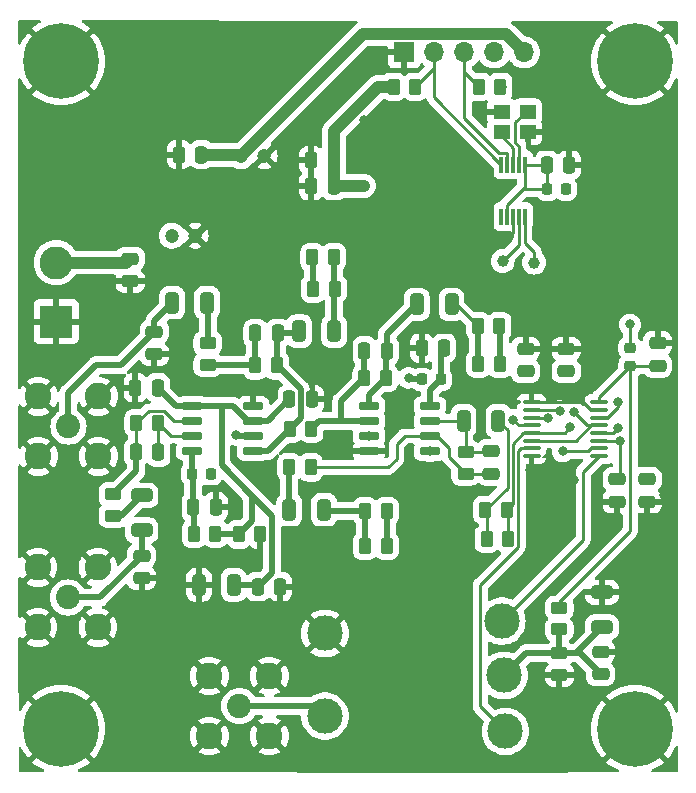
<source format=gbr>
%TF.GenerationSoftware,KiCad,Pcbnew,7.0.2*%
%TF.CreationDate,2023-05-21T11:23:19+02:00*%
%TF.ProjectId,sdrt41-tx,73647274-3431-42d7-9478-2e6b69636164,rev?*%
%TF.SameCoordinates,Original*%
%TF.FileFunction,Copper,L1,Top*%
%TF.FilePolarity,Positive*%
%FSLAX46Y46*%
G04 Gerber Fmt 4.6, Leading zero omitted, Abs format (unit mm)*
G04 Created by KiCad (PCBNEW 7.0.2) date 2023-05-21 11:23:19*
%MOMM*%
%LPD*%
G01*
G04 APERTURE LIST*
G04 Aperture macros list*
%AMRoundRect*
0 Rectangle with rounded corners*
0 $1 Rounding radius*
0 $2 $3 $4 $5 $6 $7 $8 $9 X,Y pos of 4 corners*
0 Add a 4 corners polygon primitive as box body*
4,1,4,$2,$3,$4,$5,$6,$7,$8,$9,$2,$3,0*
0 Add four circle primitives for the rounded corners*
1,1,$1+$1,$2,$3*
1,1,$1+$1,$4,$5*
1,1,$1+$1,$6,$7*
1,1,$1+$1,$8,$9*
0 Add four rect primitives between the rounded corners*
20,1,$1+$1,$2,$3,$4,$5,0*
20,1,$1+$1,$4,$5,$6,$7,0*
20,1,$1+$1,$6,$7,$8,$9,0*
20,1,$1+$1,$8,$9,$2,$3,0*%
G04 Aperture macros list end*
%TA.AperFunction,SMDPad,CuDef*%
%ADD10RoundRect,0.250000X-0.262500X-0.450000X0.262500X-0.450000X0.262500X0.450000X-0.262500X0.450000X0*%
%TD*%
%TA.AperFunction,SMDPad,CuDef*%
%ADD11RoundRect,0.250000X0.262500X0.450000X-0.262500X0.450000X-0.262500X-0.450000X0.262500X-0.450000X0*%
%TD*%
%TA.AperFunction,SMDPad,CuDef*%
%ADD12RoundRect,0.250000X-0.475000X0.250000X-0.475000X-0.250000X0.475000X-0.250000X0.475000X0.250000X0*%
%TD*%
%TA.AperFunction,SMDPad,CuDef*%
%ADD13RoundRect,0.250000X-0.325000X-0.650000X0.325000X-0.650000X0.325000X0.650000X-0.325000X0.650000X0*%
%TD*%
%TA.AperFunction,SMDPad,CuDef*%
%ADD14RoundRect,0.250000X0.450000X-0.262500X0.450000X0.262500X-0.450000X0.262500X-0.450000X-0.262500X0*%
%TD*%
%TA.AperFunction,ComponentPad*%
%ADD15R,2.800000X2.800000*%
%TD*%
%TA.AperFunction,ComponentPad*%
%ADD16C,2.800000*%
%TD*%
%TA.AperFunction,SMDPad,CuDef*%
%ADD17RoundRect,0.250000X0.475000X-0.250000X0.475000X0.250000X-0.475000X0.250000X-0.475000X-0.250000X0*%
%TD*%
%TA.AperFunction,SMDPad,CuDef*%
%ADD18R,1.400000X1.200000*%
%TD*%
%TA.AperFunction,SMDPad,CuDef*%
%ADD19C,1.000000*%
%TD*%
%TA.AperFunction,SMDPad,CuDef*%
%ADD20RoundRect,0.250000X0.650000X-0.325000X0.650000X0.325000X-0.650000X0.325000X-0.650000X-0.325000X0*%
%TD*%
%TA.AperFunction,ComponentPad*%
%ADD21C,1.200000*%
%TD*%
%TA.AperFunction,SMDPad,CuDef*%
%ADD22RoundRect,0.100000X-0.637500X-0.100000X0.637500X-0.100000X0.637500X0.100000X-0.637500X0.100000X0*%
%TD*%
%TA.AperFunction,ComponentPad*%
%ADD23C,6.400000*%
%TD*%
%TA.AperFunction,ComponentPad*%
%ADD24C,0.800000*%
%TD*%
%TA.AperFunction,SMDPad,CuDef*%
%ADD25RoundRect,0.218750X-0.218750X-0.256250X0.218750X-0.256250X0.218750X0.256250X-0.218750X0.256250X0*%
%TD*%
%TA.AperFunction,SMDPad,CuDef*%
%ADD26RoundRect,0.250000X-0.250000X-0.475000X0.250000X-0.475000X0.250000X0.475000X-0.250000X0.475000X0*%
%TD*%
%TA.AperFunction,SMDPad,CuDef*%
%ADD27RoundRect,0.218750X0.218750X0.256250X-0.218750X0.256250X-0.218750X-0.256250X0.218750X-0.256250X0*%
%TD*%
%TA.AperFunction,ComponentPad*%
%ADD28C,2.050000*%
%TD*%
%TA.AperFunction,ComponentPad*%
%ADD29C,2.250000*%
%TD*%
%TA.AperFunction,SMDPad,CuDef*%
%ADD30RoundRect,0.250000X0.250000X0.475000X-0.250000X0.475000X-0.250000X-0.475000X0.250000X-0.475000X0*%
%TD*%
%TA.AperFunction,ComponentPad*%
%ADD31R,1.700000X1.700000*%
%TD*%
%TA.AperFunction,ComponentPad*%
%ADD32O,1.700000X1.700000*%
%TD*%
%TA.AperFunction,SMDPad,CuDef*%
%ADD33RoundRect,0.150000X-0.725000X-0.150000X0.725000X-0.150000X0.725000X0.150000X-0.725000X0.150000X0*%
%TD*%
%TA.AperFunction,SMDPad,CuDef*%
%ADD34RoundRect,0.250000X-0.450000X0.262500X-0.450000X-0.262500X0.450000X-0.262500X0.450000X0.262500X0*%
%TD*%
%TA.AperFunction,SMDPad,CuDef*%
%ADD35RoundRect,0.218750X-0.256250X0.218750X-0.256250X-0.218750X0.256250X-0.218750X0.256250X0.218750X0*%
%TD*%
%TA.AperFunction,SMDPad,CuDef*%
%ADD36RoundRect,0.250000X-0.650000X0.325000X-0.650000X-0.325000X0.650000X-0.325000X0.650000X0.325000X0*%
%TD*%
%TA.AperFunction,SMDPad,CuDef*%
%ADD37R,0.300000X1.400000*%
%TD*%
%TA.AperFunction,SMDPad,CuDef*%
%ADD38RoundRect,0.150000X0.725000X0.150000X-0.725000X0.150000X-0.725000X-0.150000X0.725000X-0.150000X0*%
%TD*%
%TA.AperFunction,ComponentPad*%
%ADD39C,3.000000*%
%TD*%
%TA.AperFunction,ViaPad*%
%ADD40C,0.800000*%
%TD*%
%TA.AperFunction,Conductor*%
%ADD41C,0.250000*%
%TD*%
%TA.AperFunction,Conductor*%
%ADD42C,1.000000*%
%TD*%
%TA.AperFunction,Conductor*%
%ADD43C,0.500000*%
%TD*%
G04 APERTURE END LIST*
D10*
%TO.P,R22,1*%
%TO.N,SCL*%
X118975500Y-61976000D03*
%TO.P,R22,2*%
%TO.N,+3.3V*%
X120800500Y-61976000D03*
%TD*%
D11*
%TO.P,R20,1*%
%TO.N,SDA*%
X113585000Y-61976000D03*
%TO.P,R20,2*%
%TO.N,+3.3V*%
X111760000Y-61976000D03*
%TD*%
D12*
%TO.P,C17,1*%
%TO.N,Net-(C17-Pad1)*%
X120040400Y-92826800D03*
%TO.P,C17,2*%
%TO.N,Net-(U4B--)*%
X120040400Y-94726800D03*
%TD*%
D13*
%TO.P,C23,1*%
%TO.N,Net-(C14-Pad1)*%
X103775000Y-82650000D03*
%TO.P,C23,2*%
%TO.N,Net-(C23-Pad2)*%
X106725000Y-82650000D03*
%TD*%
D14*
%TO.P,R9,1*%
%TO.N,Net-(U4B--)*%
X117850000Y-94712500D03*
%TO.P,R9,2*%
%TO.N,Net-(C17-Pad1)*%
X117850000Y-92887500D03*
%TD*%
D15*
%TO.P,J1,1,Pin_1*%
%TO.N,GND*%
X83190400Y-81849600D03*
D16*
%TO.P,J1,2,Pin_2*%
%TO.N,Net-(J1-Pin_2)*%
X83190400Y-76849600D03*
%TD*%
D12*
%TO.P,C28,1*%
%TO.N,GND*%
X122936000Y-84140000D03*
%TO.P,C28,2*%
%TO.N,Net-(U6-1B4)*%
X122936000Y-86040000D03*
%TD*%
D11*
%TO.P,R14,1*%
%TO.N,Net-(C23-Pad2)*%
X106762500Y-79050000D03*
%TO.P,R14,2*%
%TO.N,Net-(U6-1B4)*%
X104937500Y-79050000D03*
%TD*%
D13*
%TO.P,C25,1*%
%TO.N,Net-(C15-Pad1)*%
X102919000Y-97790000D03*
%TO.P,C25,2*%
%TO.N,Net-(C25-Pad2)*%
X105869000Y-97790000D03*
%TD*%
D17*
%TO.P,C27,1*%
%TO.N,GND*%
X133223000Y-97089000D03*
%TO.P,C27,2*%
%TO.N,Net-(U6-1B2)*%
X133223000Y-95189000D03*
%TD*%
D14*
%TO.P,R21,1*%
%TO.N,GND*%
X125800000Y-111760000D03*
%TO.P,R21,2*%
%TO.N,Net-(T1-SC)*%
X125800000Y-109935000D03*
%TD*%
D18*
%TO.P,Y1,1,1*%
%TO.N,Net-(U7-XB)*%
X120900000Y-65767000D03*
%TO.P,Y1,2,2*%
%TO.N,GND*%
X123100000Y-65767000D03*
%TO.P,Y1,3,3*%
%TO.N,Net-(U7-XA)*%
X123100000Y-64067000D03*
%TO.P,Y1,4,4*%
%TO.N,GND*%
X120900000Y-64067000D03*
%TD*%
D19*
%TO.P,TP2,1,1*%
%TO.N,Net-(U6-S0)*%
X123651000Y-76855000D03*
%TD*%
D13*
%TO.P,C21,1*%
%TO.N,GND*%
X95275000Y-104150000D03*
%TO.P,C21,2*%
%TO.N,Net-(U3A-+)*%
X98225000Y-104150000D03*
%TD*%
D20*
%TO.P,C9,1*%
%TO.N,Net-(J3-In)*%
X90424000Y-99519000D03*
%TO.P,C9,2*%
%TO.N,Net-(C9-Pad2)*%
X90424000Y-96569000D03*
%TD*%
D21*
%TO.P,C4,1*%
%TO.N,Net-(J1-Pin_2)*%
X92980000Y-74574400D03*
%TO.P,C4,2*%
%TO.N,GND*%
X94980000Y-74574400D03*
%TD*%
D22*
%TO.P,U6,1,1~{OE}*%
%TO.N,GND*%
X123437500Y-88675000D03*
%TO.P,U6,2,S1*%
%TO.N,Net-(U6-S1)*%
X123437500Y-89325000D03*
%TO.P,U6,3,1B4*%
%TO.N,Net-(U6-1B4)*%
X123437500Y-89975000D03*
%TO.P,U6,4,1B3*%
%TO.N,Net-(U6-1B3)*%
X123437500Y-90625000D03*
%TO.P,U6,5,1B2*%
%TO.N,Net-(U6-1B2)*%
X123437500Y-91275000D03*
%TO.P,U6,6,1B1*%
%TO.N,Net-(U6-1B1)*%
X123437500Y-91925000D03*
%TO.P,U6,7,1A*%
%TO.N,Net-(T1-SA)*%
X123437500Y-92575000D03*
%TO.P,U6,8,GND*%
%TO.N,GND*%
X123437500Y-93225000D03*
%TO.P,U6,9,2A*%
%TO.N,Net-(T1-SB)*%
X129162500Y-93225000D03*
%TO.P,U6,10,2B1*%
%TO.N,Net-(U6-1B4)*%
X129162500Y-92575000D03*
%TO.P,U6,11,2B2*%
%TO.N,Net-(U6-1B3)*%
X129162500Y-91925000D03*
%TO.P,U6,12,2B3*%
%TO.N,Net-(U6-1B2)*%
X129162500Y-91275000D03*
%TO.P,U6,13,2B4*%
%TO.N,Net-(U6-1B1)*%
X129162500Y-90625000D03*
%TO.P,U6,14,S0*%
%TO.N,Net-(U6-S0)*%
X129162500Y-89975000D03*
%TO.P,U6,15,2~{OE}*%
%TO.N,GND*%
X129162500Y-89325000D03*
%TO.P,U6,16,VCC*%
%TO.N,Net-(U6-VCC)*%
X129162500Y-88675000D03*
%TD*%
D17*
%TO.P,C7,1*%
%TO.N,GND*%
X90424000Y-103566000D03*
%TO.P,C7,2*%
%TO.N,Net-(J3-In)*%
X90424000Y-101666000D03*
%TD*%
D10*
%TO.P,R3,1*%
%TO.N,Net-(U3A--)*%
X100037500Y-85550000D03*
%TO.P,R3,2*%
%TO.N,Net-(C14-Pad1)*%
X101862500Y-85550000D03*
%TD*%
D17*
%TO.P,C6,1*%
%TO.N,GND*%
X91500000Y-84600000D03*
%TO.P,C6,2*%
%TO.N,Net-(J2-In)*%
X91500000Y-82700000D03*
%TD*%
D10*
%TO.P,R12,1*%
%TO.N,Net-(C26-Pad2)*%
X119500000Y-97800000D03*
%TO.P,R12,2*%
%TO.N,Net-(U6-1B2)*%
X121325000Y-97800000D03*
%TD*%
%TO.P,R11,1*%
%TO.N,Net-(C26-Pad2)*%
X119637500Y-100250000D03*
%TO.P,R11,2*%
%TO.N,Net-(U6-1B2)*%
X121462500Y-100250000D03*
%TD*%
D23*
%TO.P,H1,1,1*%
%TO.N,GND*%
X83600000Y-116350000D03*
D24*
X81902944Y-114652944D03*
X83600000Y-118750000D03*
X81200000Y-116350000D03*
X86000000Y-116350000D03*
X83600000Y-113950000D03*
X85297056Y-118047056D03*
X85297056Y-114652944D03*
X81902944Y-118047056D03*
%TD*%
D25*
%TO.P,L3,1,1*%
%TO.N,+5V*%
X114162500Y-86750000D03*
%TO.P,L3,2,2*%
%TO.N,Net-(U4C-V+)*%
X115737500Y-86750000D03*
%TD*%
D26*
%TO.P,C10,1*%
%TO.N,GND*%
X104780000Y-70358000D03*
%TO.P,C10,2*%
%TO.N,+3.3V*%
X106680000Y-70358000D03*
%TD*%
D24*
%TO.P,H4,1,1*%
%TO.N,GND*%
X81902944Y-58119944D03*
X83600000Y-57417000D03*
X85297056Y-58119944D03*
X83600000Y-62217000D03*
X81200000Y-59817000D03*
X81902944Y-61514056D03*
X86000000Y-59817000D03*
X85297056Y-61514056D03*
D23*
X83600000Y-59817000D03*
%TD*%
D13*
%TO.P,C26,1*%
%TO.N,Net-(C17-Pad1)*%
X117675000Y-90250000D03*
%TO.P,C26,2*%
%TO.N,Net-(C26-Pad2)*%
X120625000Y-90250000D03*
%TD*%
D27*
%TO.P,L6,1,1*%
%TO.N,+3.3V*%
X126343500Y-70632000D03*
%TO.P,L6,2,2*%
%TO.N,Net-(U7-VDD)*%
X124768500Y-70632000D03*
%TD*%
D28*
%TO.P,J2,1,In*%
%TO.N,Net-(J2-In)*%
X84226400Y-90728800D03*
D29*
%TO.P,J2,2,Ext*%
%TO.N,GND*%
X81686400Y-88188800D03*
X86766400Y-93268800D03*
X81686400Y-93268800D03*
X86766400Y-88188800D03*
%TD*%
D30*
%TO.P,C19,1*%
%TO.N,GND*%
X102150000Y-104300000D03*
%TO.P,C19,2*%
%TO.N,Net-(U3A-+)*%
X100250000Y-104300000D03*
%TD*%
D10*
%TO.P,R15,1*%
%TO.N,Net-(C24-Pad2)*%
X118887500Y-82250000D03*
%TO.P,R15,2*%
%TO.N,Net-(U6-1B1)*%
X120712500Y-82250000D03*
%TD*%
D31*
%TO.P,J4,1,Pin_1*%
%TO.N,GND*%
X112649000Y-59055000D03*
D32*
%TO.P,J4,2,Pin_2*%
%TO.N,SDA*%
X115189000Y-59055000D03*
%TO.P,J4,3,Pin_3*%
%TO.N,SCL*%
X117729000Y-59055000D03*
%TO.P,J4,4,Pin_4*%
%TO.N,unconnected-(J4-Pin_4-Pad4)*%
X120269000Y-59055000D03*
%TO.P,J4,5,Pin_5*%
%TO.N,+5V*%
X122809000Y-59055000D03*
%TD*%
D33*
%TO.P,U4,1*%
%TO.N,Net-(C18-Pad1)*%
X109675000Y-88995000D03*
%TO.P,U4,2,-*%
%TO.N,Net-(U4A--)*%
X109675000Y-90265000D03*
%TO.P,U4,3,+*%
%TO.N,Net-(U3A-+)*%
X109675000Y-91535000D03*
%TO.P,U4,4,V-*%
%TO.N,GND*%
X109675000Y-92805000D03*
%TO.P,U4,5,+*%
%TO.N,Net-(U3A-+)*%
X114825000Y-92805000D03*
%TO.P,U4,6,-*%
%TO.N,Net-(U4B--)*%
X114825000Y-91535000D03*
%TO.P,U4,7*%
%TO.N,Net-(C17-Pad1)*%
X114825000Y-90265000D03*
%TO.P,U4,8,V+*%
%TO.N,Net-(U4C-V+)*%
X114825000Y-88995000D03*
%TD*%
D12*
%TO.P,C31,1*%
%TO.N,GND*%
X134112000Y-83682800D03*
%TO.P,C31,2*%
%TO.N,Net-(U6-VCC)*%
X134112000Y-85582800D03*
%TD*%
D26*
%TO.P,C20,1*%
%TO.N,GND*%
X114150000Y-84100000D03*
%TO.P,C20,2*%
%TO.N,Net-(U4C-V+)*%
X116050000Y-84100000D03*
%TD*%
D30*
%TO.P,C36,1*%
%TO.N,GND*%
X126633000Y-68600000D03*
%TO.P,C36,2*%
%TO.N,Net-(U7-VDD)*%
X124733000Y-68600000D03*
%TD*%
D10*
%TO.P,R7,1*%
%TO.N,Net-(C15-Pad1)*%
X102923500Y-94182000D03*
%TO.P,R7,2*%
%TO.N,Net-(U4B--)*%
X104748500Y-94182000D03*
%TD*%
D34*
%TO.P,R1,1*%
%TO.N,Net-(C8-Pad2)*%
X96012000Y-83669500D03*
%TO.P,R1,2*%
%TO.N,Net-(U3A--)*%
X96012000Y-85494500D03*
%TD*%
D10*
%TO.P,R5,1*%
%TO.N,Net-(U3C-V+)*%
X94845500Y-99822000D03*
%TO.P,R5,2*%
%TO.N,Net-(U3A-+)*%
X96670500Y-99822000D03*
%TD*%
D28*
%TO.P,J5,1,In*%
%TO.N,Net-(J5-In)*%
X98700000Y-114400000D03*
D29*
%TO.P,J5,2,Ext*%
%TO.N,GND*%
X101240000Y-116940000D03*
X96160000Y-116940000D03*
X96160000Y-111860000D03*
X101240000Y-111860000D03*
%TD*%
D13*
%TO.P,C24,1*%
%TO.N,Net-(C18-Pad1)*%
X113714000Y-80391000D03*
%TO.P,C24,2*%
%TO.N,Net-(C24-Pad2)*%
X116664000Y-80391000D03*
%TD*%
D10*
%TO.P,R17,1*%
%TO.N,Net-(C25-Pad2)*%
X109337500Y-97900000D03*
%TO.P,R17,2*%
%TO.N,Net-(U6-1B3)*%
X111162500Y-97900000D03*
%TD*%
D35*
%TO.P,L5,1,1*%
%TO.N,+5V*%
X131775200Y-84048500D03*
%TO.P,L5,2,2*%
%TO.N,Net-(U6-VCC)*%
X131775200Y-85623500D03*
%TD*%
D26*
%TO.P,C12,1*%
%TO.N,GND*%
X89900000Y-87450000D03*
%TO.P,C12,2*%
%TO.N,Net-(U3A-+)*%
X91800000Y-87450000D03*
%TD*%
D30*
%TO.P,C18,1*%
%TO.N,Net-(C18-Pad1)*%
X111186000Y-84328000D03*
%TO.P,C18,2*%
%TO.N,Net-(U4A--)*%
X109286000Y-84328000D03*
%TD*%
%TO.P,C11,1*%
%TO.N,GND*%
X104836000Y-88432000D03*
%TO.P,C11,2*%
%TO.N,Net-(U3A-+)*%
X102936000Y-88432000D03*
%TD*%
D10*
%TO.P,R4,1*%
%TO.N,Net-(U3B--)*%
X89987500Y-90450000D03*
%TO.P,R4,2*%
%TO.N,Net-(C15-Pad1)*%
X91812500Y-90450000D03*
%TD*%
D14*
%TO.P,R2,1*%
%TO.N,Net-(C9-Pad2)*%
X87985600Y-98296100D03*
%TO.P,R2,2*%
%TO.N,Net-(U3B--)*%
X87985600Y-96471100D03*
%TD*%
D36*
%TO.P,C35,1*%
%TO.N,GND*%
X129400000Y-104775000D03*
%TO.P,C35,2*%
%TO.N,Net-(T1-SC)*%
X129400000Y-107725000D03*
%TD*%
D12*
%TO.P,C29,1*%
%TO.N,GND*%
X126365000Y-84140000D03*
%TO.P,C29,2*%
%TO.N,Net-(U6-1B1)*%
X126365000Y-86040000D03*
%TD*%
D27*
%TO.P,L2,1,1*%
%TO.N,+5V*%
X96291500Y-94742000D03*
%TO.P,L2,2,2*%
%TO.N,Net-(U3C-V+)*%
X94716500Y-94742000D03*
%TD*%
D10*
%TO.P,R18,1*%
%TO.N,Net-(C25-Pad2)*%
X109337500Y-100850000D03*
%TO.P,R18,2*%
%TO.N,Net-(U6-1B3)*%
X111162500Y-100850000D03*
%TD*%
D30*
%TO.P,C15,1*%
%TO.N,Net-(C15-Pad1)*%
X91850000Y-92900000D03*
%TO.P,C15,2*%
%TO.N,Net-(U3B--)*%
X89950000Y-92900000D03*
%TD*%
D10*
%TO.P,R6,1*%
%TO.N,Net-(C14-Pad1)*%
X102973500Y-90932000D03*
%TO.P,R6,2*%
%TO.N,Net-(U4A--)*%
X104798500Y-90932000D03*
%TD*%
D28*
%TO.P,J3,1,In*%
%TO.N,Net-(J3-In)*%
X84175600Y-105206800D03*
D29*
%TO.P,J3,2,Ext*%
%TO.N,GND*%
X81635600Y-102666800D03*
X86715600Y-107746800D03*
X81635600Y-107746800D03*
X86715600Y-102666800D03*
%TD*%
D10*
%TO.P,R10,1*%
%TO.N,Net-(U4A--)*%
X109287500Y-86600000D03*
%TO.P,R10,2*%
%TO.N,Net-(C18-Pad1)*%
X111112500Y-86600000D03*
%TD*%
%TO.P,R16,1*%
%TO.N,Net-(C24-Pad2)*%
X118937500Y-85400000D03*
%TO.P,R16,2*%
%TO.N,Net-(U6-1B1)*%
X120762500Y-85400000D03*
%TD*%
D37*
%TO.P,U7,1,VDD*%
%TO.N,Net-(U7-VDD)*%
X122873000Y-68559000D03*
%TO.P,U7,2,XA*%
%TO.N,Net-(U7-XA)*%
X122373000Y-68559000D03*
%TO.P,U7,3,XB*%
%TO.N,Net-(U7-XB)*%
X121873000Y-68559000D03*
%TO.P,U7,4,SCL*%
%TO.N,SCL*%
X121373000Y-68559000D03*
%TO.P,U7,5,SDA*%
%TO.N,SDA*%
X120873000Y-68559000D03*
%TO.P,U7,6,CLK2*%
%TO.N,unconnected-(U7-CLK2-Pad6)*%
X120873000Y-72959000D03*
%TO.P,U7,7,VDDO*%
%TO.N,Net-(U7-VDD)*%
X121373000Y-72959000D03*
%TO.P,U7,8,GND*%
%TO.N,GND*%
X121873000Y-72959000D03*
%TO.P,U7,9,CLK1*%
%TO.N,Net-(U6-S1)*%
X122373000Y-72959000D03*
%TO.P,U7,10,CLK0*%
%TO.N,Net-(U6-S0)*%
X122873000Y-72959000D03*
%TD*%
D23*
%TO.P,H2,1,1*%
%TO.N,GND*%
X132200000Y-59817000D03*
D24*
X129800000Y-59817000D03*
X130502944Y-61514056D03*
X132200000Y-57417000D03*
X130502944Y-58119944D03*
X132200000Y-62217000D03*
X134600000Y-59817000D03*
X133897056Y-61514056D03*
X133897056Y-58119944D03*
%TD*%
%TO.P,H3,1,1*%
%TO.N,GND*%
X132200000Y-118750000D03*
X129800000Y-116350000D03*
X132200000Y-113950000D03*
X133897056Y-114652944D03*
D23*
X132200000Y-116350000D03*
D24*
X134600000Y-116350000D03*
X133897056Y-118047056D03*
X130502944Y-118047056D03*
X130502944Y-114652944D03*
%TD*%
D26*
%TO.P,C13,1*%
%TO.N,GND*%
X104780000Y-68199000D03*
%TO.P,C13,2*%
%TO.N,+3.3V*%
X106680000Y-68199000D03*
%TD*%
D12*
%TO.P,C34,1*%
%TO.N,GND*%
X129286000Y-109794000D03*
%TO.P,C34,2*%
%TO.N,Net-(T1-SC)*%
X129286000Y-111694000D03*
%TD*%
D11*
%TO.P,R8,1*%
%TO.N,GND*%
X100470500Y-99872000D03*
%TO.P,R8,2*%
%TO.N,Net-(U3A-+)*%
X98645500Y-99872000D03*
%TD*%
D30*
%TO.P,C16,1*%
%TO.N,GND*%
X96708000Y-97536000D03*
%TO.P,C16,2*%
%TO.N,Net-(U3C-V+)*%
X94808000Y-97536000D03*
%TD*%
D38*
%TO.P,U3,1*%
%TO.N,Net-(C14-Pad1)*%
X99857000Y-92805000D03*
%TO.P,U3,2,-*%
%TO.N,Net-(U3A--)*%
X99857000Y-91535000D03*
%TO.P,U3,3,+*%
%TO.N,Net-(U3A-+)*%
X99857000Y-90265000D03*
%TO.P,U3,4,V-*%
%TO.N,GND*%
X99857000Y-88995000D03*
%TO.P,U3,5,+*%
%TO.N,Net-(U3A-+)*%
X94707000Y-88995000D03*
%TO.P,U3,6,-*%
%TO.N,Net-(U3B--)*%
X94707000Y-90265000D03*
%TO.P,U3,7*%
%TO.N,Net-(C15-Pad1)*%
X94707000Y-91535000D03*
%TO.P,U3,8,V+*%
%TO.N,Net-(U3C-V+)*%
X94707000Y-92805000D03*
%TD*%
D39*
%TO.P,T1,1,AA*%
%TO.N,GND*%
X105947500Y-108250000D03*
%TO.P,T1,2,AB*%
%TO.N,Net-(J5-In)*%
X105947500Y-115250000D03*
%TO.P,T1,3,SA*%
%TO.N,Net-(T1-SA)*%
X121227500Y-116540000D03*
%TO.P,T1,4,SC*%
%TO.N,Net-(T1-SC)*%
X121107500Y-111810000D03*
%TO.P,T1,5,SB*%
%TO.N,Net-(T1-SB)*%
X120917500Y-107210000D03*
%TD*%
D17*
%TO.P,C30,1*%
%TO.N,GND*%
X130683000Y-97089000D03*
%TO.P,C30,2*%
%TO.N,Net-(U6-1B3)*%
X130683000Y-95189000D03*
%TD*%
D19*
%TO.P,TP1,1,1*%
%TO.N,Net-(U6-S1)*%
X120984000Y-76728000D03*
%TD*%
D17*
%TO.P,C5,1*%
%TO.N,GND*%
X89458800Y-78420000D03*
%TO.P,C5,2*%
%TO.N,Net-(J1-Pin_2)*%
X89458800Y-76520000D03*
%TD*%
D26*
%TO.P,C3,1*%
%TO.N,GND*%
X93588800Y-67716400D03*
%TO.P,C3,2*%
%TO.N,+5V*%
X95488800Y-67716400D03*
%TD*%
D14*
%TO.P,R19,1*%
%TO.N,Net-(U6-VCC)*%
X125780800Y-107897300D03*
%TO.P,R19,2*%
%TO.N,Net-(T1-SC)*%
X125780800Y-106072300D03*
%TD*%
D21*
%TO.P,C1,1*%
%TO.N,+5V*%
X98822000Y-67818000D03*
%TO.P,C1,2*%
%TO.N,GND*%
X100822000Y-67818000D03*
%TD*%
D13*
%TO.P,C8,1*%
%TO.N,Net-(J2-In)*%
X93013000Y-80264000D03*
%TO.P,C8,2*%
%TO.N,Net-(C8-Pad2)*%
X95963000Y-80264000D03*
%TD*%
D30*
%TO.P,C14,1*%
%TO.N,Net-(C14-Pad1)*%
X101950000Y-82850000D03*
%TO.P,C14,2*%
%TO.N,Net-(U3A--)*%
X100050000Y-82850000D03*
%TD*%
D11*
%TO.P,R13,1*%
%TO.N,Net-(C23-Pad2)*%
X106712500Y-76400000D03*
%TO.P,R13,2*%
%TO.N,Net-(U6-1B4)*%
X104887500Y-76400000D03*
%TD*%
D40*
%TO.N,+3.3V*%
X120904000Y-61976000D03*
X111760000Y-61976000D03*
%TO.N,+5V*%
X131775200Y-82092800D03*
X113030000Y-86614000D03*
X96266000Y-94742000D03*
%TO.N,GND*%
X134620000Y-101600000D03*
X100330000Y-95250000D03*
X130683000Y-97089000D03*
X106680000Y-85090000D03*
X134620000Y-91440000D03*
X99822000Y-87630000D03*
X93980000Y-107950000D03*
X127000000Y-95250000D03*
X123342400Y-94437200D03*
X129438400Y-104749600D03*
X101600000Y-58420000D03*
X90170000Y-107950000D03*
X101600000Y-73660000D03*
X82550000Y-64770000D03*
X111760000Y-95250000D03*
X104140000Y-73660000D03*
X107518200Y-92862400D03*
X134670800Y-88036400D03*
X99060000Y-73660000D03*
X133223000Y-97089000D03*
X113030000Y-104140000D03*
X91440000Y-116840000D03*
X97790000Y-87630000D03*
X101600000Y-107950000D03*
X109220000Y-104140000D03*
X106172000Y-88392000D03*
X134620000Y-96520000D03*
X134620000Y-81280000D03*
X90170000Y-64770000D03*
X109220000Y-64770000D03*
X134620000Y-68580000D03*
X91440000Y-111760000D03*
X97790000Y-107950000D03*
X114300000Y-76200000D03*
X134620000Y-111760000D03*
X104140000Y-85090000D03*
X126699000Y-68600000D03*
X98298000Y-97536000D03*
X105410000Y-104140000D03*
X109220000Y-76200000D03*
X127482600Y-87821100D03*
X86360000Y-64770000D03*
X114173000Y-84023200D03*
X121492000Y-74696000D03*
X126365000Y-84140000D03*
X107950000Y-95250000D03*
X114300000Y-64770000D03*
X134620000Y-106680000D03*
X116840000Y-104140000D03*
X115570000Y-95250000D03*
X91440000Y-58420000D03*
X134620000Y-76200000D03*
X95250000Y-64770000D03*
X96520000Y-58420000D03*
X124460000Y-95250000D03*
%TO.N,+3.3V*%
X109245000Y-70358000D03*
X126343500Y-70632000D03*
%TO.N,Net-(U3A--)*%
X100037500Y-85550000D03*
X98425000Y-91440000D03*
%TO.N,Net-(C15-Pad1)*%
X91850000Y-92900000D03*
X102870000Y-94234000D03*
%TO.N,Net-(U6-1B4)*%
X123050000Y-86050000D03*
X126060200Y-92837000D03*
X124866400Y-90043000D03*
X104937500Y-79050000D03*
%TO.N,Net-(U6-1B1)*%
X120712500Y-82250000D03*
X126275489Y-85941511D03*
X127025400Y-89535000D03*
%TO.N,Net-(U3A-+)*%
X114833400Y-92837000D03*
X109675000Y-91535000D03*
X102936000Y-88432000D03*
%TO.N,Net-(U6-1B2)*%
X133223000Y-95189000D03*
X130759200Y-90881200D03*
X126720600Y-90779600D03*
%TO.N,Net-(U6-1B3)*%
X111162500Y-97900000D03*
X121894600Y-90144600D03*
X130962400Y-91998800D03*
%TO.N,Net-(U6-S1)*%
X120984000Y-76728000D03*
X125831600Y-89399500D03*
%TO.N,Net-(U6-S0)*%
X130733800Y-88671400D03*
X123651000Y-76855000D03*
%TD*%
D41*
%TO.N,SCL*%
X117729000Y-60729500D02*
X117729000Y-59055000D01*
X118975500Y-61976000D02*
X117729000Y-60729500D01*
%TO.N,SDA*%
X115189000Y-60372000D02*
X115189000Y-59055000D01*
X113585000Y-61976000D02*
X115189000Y-60372000D01*
D42*
%TO.N,+3.3V*%
X110458365Y-61976000D02*
X111760000Y-61976000D01*
X106680000Y-65754365D02*
X110458365Y-61976000D01*
X106680000Y-68199000D02*
X106680000Y-65754365D01*
%TO.N,+5V*%
X95488800Y-67716400D02*
X98720400Y-67716400D01*
D41*
X131775200Y-84048500D02*
X131775200Y-82092800D01*
D42*
X121259000Y-57505000D02*
X109135000Y-57505000D01*
D43*
X113166000Y-86750000D02*
X113030000Y-86614000D01*
X114162500Y-86750000D02*
X113166000Y-86750000D01*
D42*
X122809000Y-59055000D02*
X121259000Y-57505000D01*
X98720400Y-67716400D02*
X98822000Y-67818000D01*
X109135000Y-57505000D02*
X98822000Y-67818000D01*
D41*
%TO.N,GND*%
X127824639Y-88675000D02*
X128474639Y-89325000D01*
D43*
X109675000Y-92805000D02*
X107575600Y-92805000D01*
D41*
X123437500Y-93225000D02*
X123437500Y-94342100D01*
D43*
X106132000Y-88432000D02*
X106172000Y-88392000D01*
X104836000Y-88432000D02*
X106132000Y-88432000D01*
D41*
X123437500Y-88675000D02*
X127486200Y-88675000D01*
X121492000Y-74696000D02*
X121848000Y-74340000D01*
X128474639Y-89325000D02*
X129162500Y-89325000D01*
D43*
X107575600Y-92805000D02*
X107518200Y-92862400D01*
D41*
X127482600Y-87821100D02*
X127482600Y-88332961D01*
X127482600Y-88332961D02*
X128474639Y-89325000D01*
X127486200Y-88675000D02*
X127824639Y-88675000D01*
X121848000Y-74340000D02*
X121848000Y-73426000D01*
D43*
X99857000Y-87665000D02*
X99822000Y-87630000D01*
D41*
X123437500Y-94342100D02*
X123342400Y-94437200D01*
D43*
X96708000Y-97536000D02*
X98298000Y-97536000D01*
X99857000Y-88995000D02*
X99857000Y-87665000D01*
D42*
%TO.N,Net-(J1-Pin_2)*%
X83190400Y-76849600D02*
X89129200Y-76849600D01*
X89129200Y-76849600D02*
X89458800Y-76520000D01*
D43*
%TO.N,Net-(C8-Pad2)*%
X96012000Y-80313000D02*
X95963000Y-80264000D01*
X96012000Y-83669500D02*
X96012000Y-80313000D01*
%TO.N,Net-(J2-In)*%
X84226400Y-90728800D02*
X84226400Y-87881730D01*
X84226400Y-87881730D02*
X86560930Y-85547200D01*
X91500000Y-82700000D02*
X91500000Y-81777000D01*
X88652800Y-85547200D02*
X91500000Y-82700000D01*
X86560930Y-85547200D02*
X88652800Y-85547200D01*
X91500000Y-81777000D02*
X93013000Y-80264000D01*
%TO.N,Net-(J3-In)*%
X86883200Y-105206800D02*
X84175600Y-105206800D01*
X90424000Y-101666000D02*
X90424000Y-99519000D01*
X90424000Y-101666000D02*
X86883200Y-105206800D01*
%TO.N,Net-(C9-Pad2)*%
X87985600Y-98296100D02*
X88696900Y-98296100D01*
X88696900Y-98296100D02*
X90424000Y-96569000D01*
D42*
%TO.N,+3.3V*%
X106680000Y-70358000D02*
X106680000Y-68199000D01*
X106680000Y-70358000D02*
X109245000Y-70358000D01*
D43*
%TO.N,Net-(C14-Pad1)*%
X103885520Y-90019980D02*
X103885520Y-87573020D01*
X102973500Y-90932000D02*
X101100500Y-92805000D01*
X101950000Y-82850000D02*
X103575000Y-82850000D01*
X101862500Y-82937500D02*
X101950000Y-82850000D01*
X102973500Y-90932000D02*
X103885520Y-90019980D01*
X101100500Y-92805000D02*
X99857000Y-92805000D01*
X103885520Y-87573020D02*
X101862500Y-85550000D01*
X101862500Y-85550000D02*
X101862500Y-82937500D01*
X103575000Y-82850000D02*
X103775000Y-82650000D01*
%TO.N,Net-(U3A--)*%
X99982000Y-85494500D02*
X100037500Y-85550000D01*
X96012000Y-85494500D02*
X99982000Y-85494500D01*
X98520000Y-91535000D02*
X98425000Y-91440000D01*
X100037500Y-82862500D02*
X100050000Y-82850000D01*
X99857000Y-91535000D02*
X98520000Y-91535000D01*
X100037500Y-85550000D02*
X100037500Y-82862500D01*
%TO.N,Net-(U3C-V+)*%
X94808000Y-97536000D02*
X94808000Y-94833500D01*
X94716500Y-92814500D02*
X94707000Y-92805000D01*
X94845500Y-97573500D02*
X94808000Y-97536000D01*
X94808000Y-94833500D02*
X94716500Y-94742000D01*
X94716500Y-94742000D02*
X94716500Y-92814500D01*
X94845500Y-99822000D02*
X94845500Y-97573500D01*
%TO.N,Net-(C15-Pad1)*%
X102919000Y-97790000D02*
X102919000Y-94283000D01*
D41*
X92897500Y-91535000D02*
X94707000Y-91535000D01*
X91812500Y-90450000D02*
X92897500Y-91535000D01*
X91812500Y-90450000D02*
X91812500Y-92862500D01*
X91812500Y-92862500D02*
X91850000Y-92900000D01*
D43*
X102919000Y-94283000D02*
X102870000Y-94234000D01*
D41*
%TO.N,Net-(U3B--)*%
X92312973Y-89425480D02*
X91012020Y-89425480D01*
D43*
X89950000Y-94506700D02*
X87985600Y-96471100D01*
D41*
X93152493Y-90265000D02*
X92312973Y-89425480D01*
X91012020Y-89425480D02*
X89987500Y-90450000D01*
X89916000Y-92710000D02*
X89916000Y-90521500D01*
D43*
X89950000Y-92900000D02*
X89950000Y-94506700D01*
D41*
X89916000Y-90521500D02*
X89987500Y-90450000D01*
X94707000Y-90265000D02*
X93152493Y-90265000D01*
D43*
%TO.N,Net-(U4C-V+)*%
X114825000Y-88995000D02*
X114825000Y-87662500D01*
X114825000Y-87662500D02*
X115737500Y-86750000D01*
X115737500Y-84412500D02*
X116050000Y-84100000D01*
X115737500Y-86750000D02*
X115737500Y-84412500D01*
D41*
%TO.N,Net-(C17-Pad1)*%
X117660000Y-90265000D02*
X117675000Y-90250000D01*
X117850000Y-92887500D02*
X117850000Y-90425000D01*
X117850000Y-92887500D02*
X119979700Y-92887500D01*
X114825000Y-90265000D02*
X117660000Y-90265000D01*
X119979700Y-92887500D02*
X120040400Y-92826800D01*
X117850000Y-90425000D02*
X117675000Y-90250000D01*
%TO.N,Net-(U4B--)*%
X111304000Y-94182000D02*
X104748500Y-94182000D01*
X114825000Y-91535000D02*
X112681000Y-91535000D01*
X117850000Y-94712500D02*
X116433600Y-93296100D01*
X117850000Y-94712500D02*
X120026100Y-94712500D01*
X120026100Y-94712500D02*
X120040400Y-94726800D01*
X116433600Y-93296100D02*
X116433600Y-92557600D01*
X112522000Y-91694000D02*
X112014000Y-92202000D01*
X112681000Y-91535000D02*
X112522000Y-91694000D01*
X115411000Y-91535000D02*
X114825000Y-91535000D01*
X116433600Y-92557600D02*
X115411000Y-91535000D01*
X112014000Y-92202000D02*
X112014000Y-93472000D01*
X112014000Y-93472000D02*
X111304000Y-94182000D01*
D43*
%TO.N,Net-(C18-Pad1)*%
X109675000Y-88037500D02*
X111112500Y-86600000D01*
X111112500Y-84401500D02*
X111186000Y-84328000D01*
X109675000Y-88995000D02*
X109675000Y-88037500D01*
X111112500Y-86600000D02*
X111112500Y-84401500D01*
X111186000Y-84328000D02*
X111186000Y-82919000D01*
X111186000Y-82919000D02*
X113714000Y-80391000D01*
%TO.N,Net-(C23-Pad2)*%
X106712500Y-82637500D02*
X106712500Y-76400000D01*
X106725000Y-82650000D02*
X106712500Y-82637500D01*
%TO.N,Net-(C24-Pad2)*%
X118937500Y-85400000D02*
X118937500Y-82300000D01*
D41*
X117028500Y-80391000D02*
X118887500Y-82250000D01*
D43*
X118937500Y-82300000D02*
X118887500Y-82250000D01*
D41*
X116664000Y-80391000D02*
X117028500Y-80391000D01*
D43*
%TO.N,Net-(C25-Pad2)*%
X109337500Y-97900000D02*
X105979000Y-97900000D01*
X109337500Y-100850000D02*
X109337500Y-97900000D01*
X105979000Y-97900000D02*
X105869000Y-97790000D01*
D41*
%TO.N,Net-(C26-Pad2)*%
X119637500Y-97937500D02*
X119500000Y-97800000D01*
X119500000Y-97800000D02*
X121400480Y-95899520D01*
X121400480Y-91025480D02*
X120625000Y-90250000D01*
X119637500Y-100250000D02*
X119637500Y-97937500D01*
X121400480Y-95899520D02*
X121400480Y-91025480D01*
D43*
%TO.N,Net-(U6-1B4)*%
X104937500Y-76450000D02*
X104887500Y-76400000D01*
X104937500Y-79050000D02*
X104937500Y-76450000D01*
D41*
X124866400Y-90043000D02*
X123505500Y-90043000D01*
X123505500Y-90043000D02*
X123437500Y-89975000D01*
X126060200Y-92837000D02*
X128200489Y-92837000D01*
X128462489Y-92575000D02*
X129162500Y-92575000D01*
X128200489Y-92837000D02*
X128462489Y-92575000D01*
D43*
%TO.N,Net-(U4A--)*%
X104798500Y-90932000D02*
X105465500Y-90265000D01*
X109287500Y-86600000D02*
X109287500Y-84329500D01*
X105465500Y-90265000D02*
X107283000Y-90265000D01*
X109287500Y-86600000D02*
X107283000Y-88604500D01*
X107283000Y-88604500D02*
X107283000Y-90265000D01*
X107283000Y-90265000D02*
X109675000Y-90265000D01*
X109287500Y-84329500D02*
X109286000Y-84328000D01*
D41*
%TO.N,Net-(U6-1B1)*%
X127174639Y-91925000D02*
X128474639Y-90625000D01*
D43*
X120762500Y-85400000D02*
X120762500Y-82300000D01*
D41*
X128474639Y-90625000D02*
X129162500Y-90625000D01*
X123437500Y-91925000D02*
X127174639Y-91925000D01*
D43*
X120762500Y-82300000D02*
X120712500Y-82250000D01*
D41*
X128115400Y-90625000D02*
X127025400Y-89535000D01*
X129162500Y-90625000D02*
X128115400Y-90625000D01*
%TO.N,Net-(U7-VDD)*%
X122873000Y-68559000D02*
X124692000Y-68559000D01*
X121373000Y-71959000D02*
X122700000Y-70632000D01*
X121373000Y-72959000D02*
X121373000Y-71959000D01*
X124692000Y-68559000D02*
X124733000Y-68600000D01*
X122873000Y-70459000D02*
X122700000Y-70632000D01*
X124768500Y-68635500D02*
X124733000Y-68600000D01*
X124768500Y-70632000D02*
X124768500Y-68635500D01*
X122700000Y-70632000D02*
X124768500Y-70632000D01*
X122873000Y-68559000D02*
X122873000Y-70459000D01*
D43*
%TO.N,*%
X125800000Y-109935000D02*
X125800000Y-107916500D01*
X125800000Y-107916500D02*
X125780800Y-107897300D01*
X125800000Y-109935000D02*
X127190000Y-109935000D01*
X127527000Y-109935000D02*
X129286000Y-111694000D01*
X125800000Y-109935000D02*
X127527000Y-109935000D01*
X122982500Y-109935000D02*
X125800000Y-109935000D01*
X121107500Y-111810000D02*
X122982500Y-109935000D01*
X127190000Y-109935000D02*
X129400000Y-107725000D01*
D41*
%TO.N,Net-(T1-SB)*%
X129162500Y-93225000D02*
X127799000Y-94588500D01*
X127799000Y-94588500D02*
X127799000Y-100328500D01*
X127799000Y-100328500D02*
X120917500Y-107210000D01*
D43*
%TO.N,Net-(J5-In)*%
X105124500Y-114427000D02*
X105947500Y-115250000D01*
X98700000Y-114400000D02*
X98727000Y-114427000D01*
X98727000Y-114427000D02*
X105124500Y-114427000D01*
%TO.N,Net-(U3A-+)*%
X97187000Y-88995000D02*
X98134151Y-88995000D01*
X91800000Y-87482000D02*
X93313000Y-88995000D01*
X99404151Y-90265000D02*
X99857000Y-90265000D01*
X97187000Y-94022270D02*
X99753365Y-96588635D01*
X98134151Y-88995000D02*
X99404151Y-90265000D01*
X98595500Y-99822000D02*
X98645500Y-99872000D01*
X99753365Y-96588635D02*
X101432520Y-98267790D01*
X101432520Y-103117480D02*
X100250000Y-104300000D01*
X101432520Y-98267790D02*
X101432520Y-103117480D01*
X93313000Y-88995000D02*
X94707000Y-88995000D01*
X96670500Y-99822000D02*
X98595500Y-99822000D01*
X102936000Y-88432000D02*
X101103000Y-90265000D01*
X94707000Y-88995000D02*
X97187000Y-88995000D01*
X99753365Y-98764135D02*
X99753365Y-96588635D01*
X98645500Y-99872000D02*
X99753365Y-98764135D01*
X91800000Y-87450000D02*
X91800000Y-87482000D01*
X98225000Y-104150000D02*
X100100000Y-104150000D01*
X100100000Y-104150000D02*
X100250000Y-104300000D01*
X101103000Y-90265000D02*
X99857000Y-90265000D01*
X97187000Y-88995000D02*
X97187000Y-94022270D01*
D41*
%TO.N,Net-(U6-1B2)*%
X123437500Y-91275000D02*
X126225200Y-91275000D01*
X121462500Y-100250000D02*
X121462500Y-97937500D01*
X121850000Y-97275000D02*
X121850000Y-92174639D01*
X122749639Y-91275000D02*
X123437500Y-91275000D01*
X130759200Y-90881200D02*
X130365400Y-91275000D01*
X121462500Y-97937500D02*
X121325000Y-97800000D01*
X121325000Y-97800000D02*
X121850000Y-97275000D01*
X130365400Y-91275000D02*
X129162500Y-91275000D01*
X126225200Y-91275000D02*
X126720600Y-90779600D01*
X121850000Y-92174639D02*
X122749639Y-91275000D01*
%TO.N,Net-(U6-1B3)*%
X123437500Y-90625000D02*
X122375000Y-90625000D01*
X130962400Y-91998800D02*
X129236300Y-91998800D01*
D43*
X111162500Y-100850000D02*
X111162500Y-97900000D01*
D41*
X129236300Y-91998800D02*
X129162500Y-91925000D01*
X130962400Y-94909600D02*
X130962400Y-91998800D01*
X122375000Y-90625000D02*
X121894600Y-90144600D01*
%TO.N,Net-(U7-XA)*%
X122075000Y-64969000D02*
X122977000Y-64067000D01*
X122373000Y-66990000D02*
X122075000Y-66692000D01*
X122977000Y-64067000D02*
X123100000Y-64067000D01*
X122373000Y-68559000D02*
X122373000Y-66990000D01*
X122075000Y-66692000D02*
X122075000Y-64969000D01*
%TO.N,Net-(U7-XB)*%
X121873000Y-67126396D02*
X120900000Y-66153396D01*
X121873000Y-68559000D02*
X121873000Y-67126396D01*
X120900000Y-66153396D02*
X120900000Y-65767000D01*
%TO.N,SDA*%
X115189000Y-62875000D02*
X120873000Y-68559000D01*
X115189000Y-62875000D02*
X115189000Y-59055000D01*
%TO.N,SCL*%
X121373000Y-67559000D02*
X121348000Y-67534000D01*
X121348000Y-67534000D02*
X120680000Y-67534000D01*
X117729000Y-64583000D02*
X117729000Y-59055000D01*
X120680000Y-67534000D02*
X117729000Y-64583000D01*
X121373000Y-68559000D02*
X121373000Y-67559000D01*
%TO.N,*%
X125780800Y-106072300D02*
X125780800Y-105604586D01*
X134071300Y-85623500D02*
X134112000Y-85582800D01*
X125780800Y-105604586D02*
X131775200Y-99610186D01*
X129162500Y-88236200D02*
X131775200Y-85623500D01*
X129162500Y-88675000D02*
X129162500Y-88236200D01*
X131775200Y-99610186D02*
X131775200Y-85623500D01*
X131775200Y-85623500D02*
X134071300Y-85623500D01*
%TO.N,Net-(U6-S1)*%
X123444011Y-89318489D02*
X125750589Y-89318489D01*
X125750589Y-89318489D02*
X125831600Y-89399500D01*
X122373000Y-75339000D02*
X122373000Y-72959000D01*
X123437500Y-89325000D02*
X123444011Y-89318489D01*
X120984000Y-76728000D02*
X122373000Y-75339000D01*
%TO.N,Net-(T1-SA)*%
X121227500Y-116540000D02*
X119092989Y-114405489D01*
X119092989Y-114405489D02*
X119092989Y-104144504D01*
X122563000Y-92575000D02*
X123437500Y-92575000D01*
X122299520Y-92838480D02*
X122563000Y-92575000D01*
X122299520Y-100937973D02*
X122299520Y-92838480D01*
X119092989Y-104144504D02*
X122299520Y-100937973D01*
%TO.N,Net-(U6-S0)*%
X129850361Y-89975000D02*
X130733800Y-89091561D01*
X130733800Y-89091561D02*
X130733800Y-88671400D01*
X123651000Y-75966000D02*
X122873000Y-75188000D01*
X122873000Y-75188000D02*
X122873000Y-72959000D01*
X129162500Y-89975000D02*
X129850361Y-89975000D01*
X123651000Y-76855000D02*
X123651000Y-75966000D01*
%TD*%
%TA.AperFunction,Conductor*%
%TO.N,GND*%
G36*
X81766258Y-56322452D02*
G01*
X81834341Y-56342573D01*
X81880740Y-56396310D01*
X81890721Y-56466602D01*
X81861115Y-56531131D01*
X81823239Y-56560718D01*
X81746405Y-56599867D01*
X81740686Y-56603169D01*
X81420267Y-56811251D01*
X81414938Y-56815123D01*
X81162086Y-57019877D01*
X82079353Y-57937144D01*
X82000489Y-57884449D01*
X81927568Y-57869944D01*
X81878320Y-57869944D01*
X81805399Y-57884449D01*
X81722704Y-57939704D01*
X81667449Y-58022399D01*
X81648046Y-58119944D01*
X81667449Y-58217489D01*
X81720143Y-58296352D01*
X80802877Y-57379086D01*
X80598123Y-57631938D01*
X80594251Y-57637267D01*
X80386169Y-57957686D01*
X80382872Y-57963397D01*
X80209421Y-58303811D01*
X80206738Y-58309838D01*
X80204613Y-58315375D01*
X80161524Y-58371800D01*
X80094769Y-58395972D01*
X80025543Y-58380217D01*
X79975824Y-58329536D01*
X79960985Y-58270297D01*
X79959817Y-56445589D01*
X79979774Y-56377462D01*
X80033400Y-56330935D01*
X80086028Y-56319516D01*
X81766258Y-56322452D01*
G37*
%TD.AperFunction*%
%TA.AperFunction,Conductor*%
G36*
X125104152Y-92578502D02*
G01*
X125150645Y-92632158D01*
X125161340Y-92697666D01*
X125147027Y-92833850D01*
X125146696Y-92837000D01*
X125166658Y-93026929D01*
X125225672Y-93208556D01*
X125321158Y-93373942D01*
X125427509Y-93492057D01*
X125448947Y-93515866D01*
X125603448Y-93628118D01*
X125777912Y-93705794D01*
X125964713Y-93745500D01*
X125964715Y-93745500D01*
X126155685Y-93745500D01*
X126155687Y-93745500D01*
X126342488Y-93705794D01*
X126516952Y-93628118D01*
X126671453Y-93515866D01*
X126674764Y-93512188D01*
X126735212Y-93474949D01*
X126768400Y-93470500D01*
X127716904Y-93470500D01*
X127785025Y-93490502D01*
X127831518Y-93544158D01*
X127841622Y-93614432D01*
X127812128Y-93679012D01*
X127806012Y-93685581D01*
X127607710Y-93883884D01*
X127410336Y-94081258D01*
X127394015Y-94094334D01*
X127345370Y-94146135D01*
X127342621Y-94148972D01*
X127325667Y-94165927D01*
X127325660Y-94165934D01*
X127322865Y-94168730D01*
X127320442Y-94171852D01*
X127320426Y-94171871D01*
X127320365Y-94171951D01*
X127312689Y-94180936D01*
X127282414Y-94213177D01*
X127272652Y-94230934D01*
X127261801Y-94247452D01*
X127249385Y-94263459D01*
X127231824Y-94304039D01*
X127226604Y-94314695D01*
X127205304Y-94353440D01*
X127200267Y-94373059D01*
X127193864Y-94391761D01*
X127185818Y-94410355D01*
X127178901Y-94454024D01*
X127176495Y-94465644D01*
X127165500Y-94508469D01*
X127165500Y-94528723D01*
X127163949Y-94548433D01*
X127160779Y-94568442D01*
X127164941Y-94612461D01*
X127165500Y-94624319D01*
X127165500Y-100013904D01*
X127145498Y-100082025D01*
X127128595Y-100102999D01*
X121880201Y-105351392D01*
X121817889Y-105385418D01*
X121747074Y-105380353D01*
X121740908Y-105377866D01*
X121595625Y-105314761D01*
X121595614Y-105314757D01*
X121591677Y-105313047D01*
X121555734Y-105302976D01*
X121331242Y-105240076D01*
X121331232Y-105240074D01*
X121327096Y-105238915D01*
X121322835Y-105238329D01*
X121322824Y-105238327D01*
X121059153Y-105202086D01*
X121059143Y-105202085D01*
X121054885Y-105201500D01*
X120780115Y-105201500D01*
X120775857Y-105202085D01*
X120775846Y-105202086D01*
X120512175Y-105238327D01*
X120512161Y-105238329D01*
X120507904Y-105238915D01*
X120503769Y-105240073D01*
X120503757Y-105240076D01*
X120247456Y-105311888D01*
X120247442Y-105311892D01*
X120243323Y-105313047D01*
X120239395Y-105314753D01*
X120239387Y-105314756D01*
X119995246Y-105420801D01*
X119995233Y-105420807D01*
X119991300Y-105422516D01*
X119987636Y-105424744D01*
X119987615Y-105424755D01*
X119917956Y-105467116D01*
X119849359Y-105485420D01*
X119781756Y-105463732D01*
X119736611Y-105408938D01*
X119726489Y-105359459D01*
X119726489Y-104459096D01*
X119746491Y-104390975D01*
X119763389Y-104370006D01*
X122688178Y-101445217D01*
X122704499Y-101432143D01*
X122706534Y-101429975D01*
X122706538Y-101429973D01*
X122753196Y-101380285D01*
X122755888Y-101377507D01*
X122775655Y-101357742D01*
X122778117Y-101354566D01*
X122785838Y-101345524D01*
X122816106Y-101313294D01*
X122825865Y-101295540D01*
X122836718Y-101279018D01*
X122849134Y-101263013D01*
X122866694Y-101222432D01*
X122871908Y-101211788D01*
X122893215Y-101173033D01*
X122898252Y-101153412D01*
X122904658Y-101134703D01*
X122912701Y-101116117D01*
X122919616Y-101072450D01*
X122922024Y-101060826D01*
X122933020Y-101018002D01*
X122933020Y-100997748D01*
X122934571Y-100978036D01*
X122937740Y-100958030D01*
X122933576Y-100913989D01*
X122933019Y-100902173D01*
X122933019Y-94058998D01*
X122953021Y-93990878D01*
X123006677Y-93944385D01*
X123059019Y-93932999D01*
X123237500Y-93932999D01*
X123237500Y-93409499D01*
X123257502Y-93341378D01*
X123311158Y-93294885D01*
X123363500Y-93283499D01*
X123511500Y-93283499D01*
X123579621Y-93303501D01*
X123626114Y-93357157D01*
X123637500Y-93409499D01*
X123637499Y-93932999D01*
X124110723Y-93932999D01*
X124118935Y-93932460D01*
X124233718Y-93917350D01*
X124381622Y-93856087D01*
X124508629Y-93758629D01*
X124606087Y-93631622D01*
X124667350Y-93483720D01*
X124675081Y-93425000D01*
X124468337Y-93425000D01*
X124400216Y-93404998D01*
X124353723Y-93351342D01*
X124343619Y-93281068D01*
X124373113Y-93216488D01*
X124391632Y-93199038D01*
X124400349Y-93192348D01*
X124508987Y-93108987D01*
X124535608Y-93074294D01*
X124592945Y-93032428D01*
X124635569Y-93025000D01*
X124675080Y-93025000D01*
X124675080Y-93024999D01*
X124667350Y-92966282D01*
X124660139Y-92948873D01*
X124652550Y-92878283D01*
X124660136Y-92852442D01*
X124667838Y-92833850D01*
X124683500Y-92714885D01*
X124683499Y-92684500D01*
X124703502Y-92616379D01*
X124757158Y-92569886D01*
X124809500Y-92558500D01*
X125036031Y-92558500D01*
X125104152Y-92578502D01*
G37*
%TD.AperFunction*%
%TA.AperFunction,Conductor*%
G36*
X130261963Y-93830361D02*
G01*
X130312760Y-93879961D01*
X130328900Y-93941661D01*
X130328900Y-94054500D01*
X130308898Y-94122621D01*
X130255242Y-94169114D01*
X130202903Y-94180500D01*
X130160663Y-94180500D01*
X130160643Y-94180500D01*
X130157456Y-94180501D01*
X130154280Y-94180825D01*
X130154269Y-94180826D01*
X130053573Y-94191113D01*
X129885262Y-94246885D01*
X129734344Y-94339972D01*
X129608972Y-94465344D01*
X129582372Y-94508470D01*
X129515885Y-94616262D01*
X129460113Y-94784574D01*
X129460112Y-94784578D01*
X129449826Y-94885253D01*
X129449825Y-94885270D01*
X129449500Y-94888455D01*
X129449500Y-94891659D01*
X129449500Y-94891660D01*
X129449500Y-95486338D01*
X129449500Y-95486357D01*
X129449501Y-95489544D01*
X129449825Y-95492721D01*
X129449826Y-95492729D01*
X129458132Y-95574030D01*
X129460113Y-95593426D01*
X129515885Y-95761738D01*
X129588356Y-95879231D01*
X129608972Y-95912655D01*
X129744761Y-96048444D01*
X129741939Y-96051265D01*
X129772139Y-96084844D01*
X129783538Y-96154920D01*
X129755243Y-96220034D01*
X129744481Y-96229358D01*
X129745074Y-96229951D01*
X129609367Y-96365657D01*
X129516340Y-96516477D01*
X129460606Y-96684672D01*
X129450325Y-96785307D01*
X129450000Y-96791697D01*
X129450000Y-96835000D01*
X131015700Y-96835000D01*
X131083821Y-96855002D01*
X131130314Y-96908658D01*
X131141700Y-96961000D01*
X131141700Y-97217000D01*
X131121698Y-97285121D01*
X131068042Y-97331614D01*
X131015700Y-97343000D01*
X130937000Y-97343000D01*
X130937000Y-98097000D01*
X131015700Y-98097000D01*
X131083821Y-98117002D01*
X131130314Y-98170658D01*
X131141700Y-98223000D01*
X131141700Y-99295590D01*
X131121698Y-99363711D01*
X131104795Y-99384685D01*
X125475084Y-105014395D01*
X125412772Y-105048421D01*
X125385990Y-105051300D01*
X125283462Y-105051300D01*
X125283442Y-105051300D01*
X125280256Y-105051301D01*
X125277080Y-105051625D01*
X125277069Y-105051626D01*
X125176373Y-105061913D01*
X125008062Y-105117685D01*
X124857144Y-105210772D01*
X124731772Y-105336144D01*
X124684965Y-105412031D01*
X124638685Y-105487062D01*
X124582913Y-105655374D01*
X124582912Y-105655378D01*
X124572626Y-105756053D01*
X124572625Y-105756070D01*
X124572300Y-105759255D01*
X124572300Y-105762459D01*
X124572300Y-105762460D01*
X124572300Y-106382138D01*
X124572300Y-106382157D01*
X124572301Y-106385344D01*
X124582913Y-106489226D01*
X124638685Y-106657538D01*
X124715616Y-106782262D01*
X124731772Y-106808455D01*
X124819022Y-106895705D01*
X124853048Y-106958017D01*
X124847983Y-107028832D01*
X124819022Y-107073895D01*
X124731772Y-107161144D01*
X124682755Y-107240613D01*
X124638685Y-107312062D01*
X124582913Y-107480374D01*
X124582912Y-107480378D01*
X124572626Y-107581053D01*
X124572625Y-107581070D01*
X124572300Y-107584255D01*
X124572300Y-107587459D01*
X124572300Y-107587460D01*
X124572300Y-108207138D01*
X124572300Y-108207157D01*
X124572301Y-108210344D01*
X124582913Y-108314226D01*
X124638685Y-108482538D01*
X124731770Y-108633452D01*
X124731772Y-108633455D01*
X124857144Y-108758827D01*
X124857146Y-108758828D01*
X124857148Y-108758830D01*
X124919148Y-108797072D01*
X124947938Y-108814830D01*
X124995416Y-108867616D01*
X125006819Y-108937691D01*
X124978526Y-109002807D01*
X124947939Y-109029311D01*
X124876348Y-109073469D01*
X124844575Y-109105243D01*
X124810221Y-109139596D01*
X124747912Y-109173620D01*
X124721128Y-109176500D01*
X123046941Y-109176500D01*
X123028680Y-109175170D01*
X123004711Y-109171659D01*
X122954853Y-109176021D01*
X122943872Y-109176500D01*
X122938320Y-109176500D01*
X122934685Y-109176924D01*
X122934665Y-109176926D01*
X122907209Y-109180135D01*
X122903568Y-109180507D01*
X122826751Y-109187228D01*
X122807639Y-109191465D01*
X122735153Y-109217846D01*
X122731698Y-109219047D01*
X122658495Y-109243305D01*
X122640873Y-109251837D01*
X122576427Y-109294224D01*
X122573338Y-109296192D01*
X122507718Y-109336667D01*
X122492536Y-109349034D01*
X122439587Y-109405156D01*
X122437034Y-109407783D01*
X121946957Y-109897860D01*
X121884645Y-109931886D01*
X121813830Y-109926821D01*
X121807666Y-109924335D01*
X121785624Y-109914761D01*
X121785618Y-109914759D01*
X121781677Y-109913047D01*
X121727474Y-109897860D01*
X121521242Y-109840076D01*
X121521232Y-109840074D01*
X121517096Y-109838915D01*
X121512835Y-109838329D01*
X121512824Y-109838327D01*
X121249153Y-109802086D01*
X121249143Y-109802085D01*
X121244885Y-109801500D01*
X120970115Y-109801500D01*
X120965857Y-109802085D01*
X120965846Y-109802086D01*
X120702175Y-109838327D01*
X120702161Y-109838329D01*
X120697904Y-109838915D01*
X120693769Y-109840073D01*
X120693757Y-109840076D01*
X120437456Y-109911888D01*
X120437442Y-109911892D01*
X120433323Y-109913047D01*
X120429395Y-109914753D01*
X120429387Y-109914756D01*
X120185246Y-110020801D01*
X120185233Y-110020807D01*
X120181300Y-110022516D01*
X120177629Y-110024748D01*
X120177622Y-110024752D01*
X119950204Y-110163048D01*
X119950199Y-110163050D01*
X119946531Y-110165282D01*
X119943203Y-110167989D01*
X119943191Y-110167998D01*
X119932002Y-110177101D01*
X119866536Y-110204573D01*
X119796610Y-110192290D01*
X119744425Y-110144152D01*
X119726489Y-110079358D01*
X119726489Y-109060540D01*
X119746491Y-108992419D01*
X119800147Y-108945926D01*
X119870421Y-108935822D01*
X119917956Y-108952882D01*
X119991300Y-108997484D01*
X120243323Y-109106953D01*
X120507904Y-109181085D01*
X120780115Y-109218500D01*
X120784420Y-109218500D01*
X121050580Y-109218500D01*
X121054885Y-109218500D01*
X121327096Y-109181085D01*
X121591677Y-109106953D01*
X121843700Y-108997484D01*
X122078469Y-108854718D01*
X122291611Y-108681314D01*
X122479157Y-108480502D01*
X122637611Y-108256023D01*
X122764023Y-108012058D01*
X122856038Y-107753153D01*
X122911942Y-107484130D01*
X122930693Y-107210000D01*
X122911942Y-106935870D01*
X122856038Y-106666847D01*
X122854139Y-106661505D01*
X122765462Y-106411991D01*
X122764023Y-106407942D01*
X122755737Y-106391951D01*
X122742156Y-106322268D01*
X122768404Y-106256302D01*
X122778507Y-106244895D01*
X128187658Y-100835744D01*
X128203979Y-100822670D01*
X128206014Y-100820502D01*
X128206018Y-100820500D01*
X128252676Y-100770812D01*
X128255368Y-100768034D01*
X128275135Y-100748269D01*
X128277597Y-100745093D01*
X128285318Y-100736051D01*
X128315586Y-100703821D01*
X128325345Y-100686067D01*
X128336198Y-100669545D01*
X128348614Y-100653540D01*
X128366174Y-100612959D01*
X128371388Y-100602315D01*
X128392695Y-100563560D01*
X128397732Y-100543939D01*
X128404138Y-100525230D01*
X128412181Y-100506644D01*
X128419096Y-100462981D01*
X128421504Y-100451353D01*
X128432500Y-100408529D01*
X128432500Y-100388275D01*
X128434051Y-100368565D01*
X128434208Y-100367569D01*
X128437220Y-100348557D01*
X128433058Y-100304535D01*
X128432499Y-100292676D01*
X128432499Y-97586114D01*
X128432499Y-97343000D01*
X129450000Y-97343000D01*
X129450000Y-97386302D01*
X129450325Y-97392692D01*
X129460606Y-97493327D01*
X129516340Y-97661522D01*
X129609367Y-97812342D01*
X129734657Y-97937632D01*
X129885477Y-98030659D01*
X130053672Y-98086393D01*
X130154307Y-98096674D01*
X130160697Y-98097000D01*
X130429000Y-98097000D01*
X130429000Y-97343000D01*
X129450000Y-97343000D01*
X128432499Y-97343000D01*
X128432499Y-94903090D01*
X128452501Y-94834973D01*
X128469395Y-94814008D01*
X129313000Y-93970402D01*
X129375312Y-93936378D01*
X129402095Y-93933499D01*
X129835761Y-93933499D01*
X129839884Y-93933499D01*
X129958850Y-93917838D01*
X130106876Y-93856524D01*
X130126195Y-93841699D01*
X130192413Y-93816098D01*
X130261963Y-93830361D01*
G37*
%TD.AperFunction*%
%TA.AperFunction,Conductor*%
G36*
X97364345Y-95273015D02*
G01*
X97372705Y-95280656D01*
X98957960Y-96865911D01*
X98991986Y-96928223D01*
X98994865Y-96955006D01*
X98994865Y-98397762D01*
X98974863Y-98465883D01*
X98957960Y-98486857D01*
X98818222Y-98626595D01*
X98755910Y-98660621D01*
X98729127Y-98663500D01*
X98335661Y-98663500D01*
X98335641Y-98663500D01*
X98332456Y-98663501D01*
X98329279Y-98663825D01*
X98329270Y-98663826D01*
X98228573Y-98674113D01*
X98060262Y-98729885D01*
X97909344Y-98822972D01*
X97783970Y-98948346D01*
X97780659Y-98953715D01*
X97727871Y-99001192D01*
X97657796Y-99012593D01*
X97592681Y-98984298D01*
X97566179Y-98953712D01*
X97550495Y-98928284D01*
X97532030Y-98898348D01*
X97532028Y-98898346D01*
X97532027Y-98898344D01*
X97426424Y-98792741D01*
X97392398Y-98730429D01*
X97397463Y-98659614D01*
X97426424Y-98614551D01*
X97556632Y-98484342D01*
X97649659Y-98333522D01*
X97705393Y-98165327D01*
X97715674Y-98064692D01*
X97716000Y-98058302D01*
X97716000Y-97790000D01*
X96580000Y-97790000D01*
X96511879Y-97769998D01*
X96465386Y-97716342D01*
X96454000Y-97664000D01*
X96454000Y-96303000D01*
X96962000Y-96303000D01*
X96962000Y-97282000D01*
X97716000Y-97282000D01*
X97716000Y-97013697D01*
X97715674Y-97007307D01*
X97705393Y-96906672D01*
X97649659Y-96738477D01*
X97556632Y-96587657D01*
X97431342Y-96462367D01*
X97280522Y-96369340D01*
X97112327Y-96313606D01*
X97011692Y-96303325D01*
X97005303Y-96303000D01*
X96962000Y-96303000D01*
X96454000Y-96303000D01*
X96410697Y-96303000D01*
X96404307Y-96303325D01*
X96303672Y-96313606D01*
X96135477Y-96369340D01*
X95984657Y-96462367D01*
X95848951Y-96598074D01*
X95846055Y-96595178D01*
X95812741Y-96625140D01*
X95742665Y-96636538D01*
X95677552Y-96608241D01*
X95667994Y-96597210D01*
X95667444Y-96597761D01*
X95603405Y-96533722D01*
X95569379Y-96471410D01*
X95566500Y-96444627D01*
X95566500Y-95766214D01*
X95586502Y-95698093D01*
X95640158Y-95651600D01*
X95710432Y-95641496D01*
X95758643Y-95658972D01*
X95763308Y-95661849D01*
X95872686Y-95698093D01*
X95924686Y-95715324D01*
X96021087Y-95725173D01*
X96021089Y-95725173D01*
X96024289Y-95725500D01*
X96558710Y-95725499D01*
X96658314Y-95715324D01*
X96819692Y-95661849D01*
X96964387Y-95572600D01*
X97084600Y-95452387D01*
X97173849Y-95307692D01*
X97173850Y-95307688D01*
X97176369Y-95303605D01*
X97229154Y-95256126D01*
X97299229Y-95244723D01*
X97364345Y-95273015D01*
G37*
%TD.AperFunction*%
%TA.AperFunction,Conductor*%
G36*
X98122747Y-92299905D02*
G01*
X98132533Y-92304262D01*
X98142709Y-92308793D01*
X98142710Y-92308793D01*
X98142712Y-92308794D01*
X98329513Y-92348500D01*
X98329515Y-92348500D01*
X98367502Y-92348500D01*
X98435623Y-92368502D01*
X98482116Y-92422158D01*
X98492220Y-92492432D01*
X98488499Y-92509653D01*
X98476438Y-92551167D01*
X98474287Y-92578502D01*
X98473500Y-92588498D01*
X98473500Y-93021502D01*
X98473692Y-93023950D01*
X98473693Y-93023958D01*
X98476438Y-93058832D01*
X98522796Y-93218401D01*
X98522855Y-93218601D01*
X98595465Y-93341378D01*
X98607549Y-93361810D01*
X98725189Y-93479450D01*
X98725191Y-93479451D01*
X98725193Y-93479453D01*
X98868399Y-93564145D01*
X99028169Y-93610562D01*
X99065498Y-93613500D01*
X99067967Y-93613500D01*
X100646033Y-93613500D01*
X100648502Y-93613500D01*
X100685831Y-93610562D01*
X100830600Y-93568503D01*
X100865754Y-93563500D01*
X101036059Y-93563500D01*
X101054320Y-93564830D01*
X101078289Y-93568341D01*
X101126249Y-93564145D01*
X101128147Y-93563979D01*
X101139128Y-93563500D01*
X101141013Y-93563500D01*
X101144680Y-93563500D01*
X101175801Y-93559861D01*
X101179396Y-93559494D01*
X101254926Y-93552887D01*
X101254930Y-93552885D01*
X101256251Y-93552770D01*
X101275356Y-93548535D01*
X101276606Y-93548079D01*
X101276613Y-93548079D01*
X101347900Y-93522132D01*
X101351269Y-93520961D01*
X101423238Y-93497114D01*
X101423239Y-93497112D01*
X101424507Y-93496693D01*
X101442116Y-93488168D01*
X101443228Y-93487436D01*
X101443232Y-93487435D01*
X101506581Y-93445767D01*
X101509674Y-93443798D01*
X101574151Y-93404030D01*
X101574154Y-93404026D01*
X101575290Y-93403326D01*
X101590459Y-93390970D01*
X101591371Y-93390002D01*
X101591374Y-93390001D01*
X101643429Y-93334824D01*
X101645948Y-93332231D01*
X101850441Y-93127738D01*
X101912751Y-93093714D01*
X101983566Y-93098779D01*
X102040402Y-93141326D01*
X102065213Y-93207846D01*
X102050122Y-93277220D01*
X102046775Y-93282981D01*
X101968886Y-93409258D01*
X101944169Y-93483850D01*
X101913747Y-93575663D01*
X101913112Y-93577578D01*
X101902826Y-93678253D01*
X101902824Y-93678275D01*
X101902500Y-93681455D01*
X101902500Y-93684659D01*
X101902500Y-93684660D01*
X101902500Y-94679338D01*
X101902500Y-94679357D01*
X101902501Y-94682544D01*
X101902825Y-94685721D01*
X101902826Y-94685729D01*
X101912492Y-94780350D01*
X101913113Y-94786426D01*
X101968885Y-94954738D01*
X102061970Y-95105652D01*
X102123596Y-95167278D01*
X102157620Y-95229588D01*
X102160500Y-95256372D01*
X102160500Y-96448626D01*
X102140498Y-96516747D01*
X102123596Y-96537721D01*
X101994970Y-96666346D01*
X101924290Y-96780938D01*
X101901885Y-96817262D01*
X101846113Y-96985574D01*
X101846112Y-96985578D01*
X101835826Y-97086253D01*
X101835825Y-97086270D01*
X101835500Y-97089455D01*
X101835500Y-97092660D01*
X101835500Y-97293899D01*
X101815498Y-97362020D01*
X101761842Y-97408513D01*
X101691568Y-97418617D01*
X101626988Y-97389123D01*
X101620405Y-97382994D01*
X100353607Y-96116196D01*
X100339329Y-96098669D01*
X100283190Y-96045704D01*
X100280562Y-96043151D01*
X100258466Y-96021055D01*
X99122664Y-94885253D01*
X97982402Y-93744991D01*
X97948379Y-93682682D01*
X97945500Y-93655908D01*
X97945500Y-92415012D01*
X97965502Y-92346891D01*
X98019158Y-92300398D01*
X98089432Y-92290295D01*
X98122747Y-92299905D01*
G37*
%TD.AperFunction*%
%TA.AperFunction,Conductor*%
G36*
X112288723Y-87161545D02*
G01*
X112326109Y-87189982D01*
X112409643Y-87282755D01*
X112418747Y-87292866D01*
X112573248Y-87405118D01*
X112747712Y-87482794D01*
X112934513Y-87522500D01*
X112934515Y-87522500D01*
X113125486Y-87522500D01*
X113125487Y-87522500D01*
X113156886Y-87515825D01*
X113178400Y-87511253D01*
X113204596Y-87508500D01*
X113365323Y-87508500D01*
X113433444Y-87528502D01*
X113454419Y-87545406D01*
X113489613Y-87580600D01*
X113634305Y-87669847D01*
X113634310Y-87669850D01*
X113752392Y-87708978D01*
X113795686Y-87723324D01*
X113895289Y-87733500D01*
X113940499Y-87733499D01*
X114008618Y-87753500D01*
X114055112Y-87807154D01*
X114066500Y-87859499D01*
X114066500Y-88074401D01*
X114046498Y-88142522D01*
X113992842Y-88189015D01*
X113975653Y-88195398D01*
X113836400Y-88235854D01*
X113693189Y-88320549D01*
X113575549Y-88438189D01*
X113490854Y-88581400D01*
X113444438Y-88741167D01*
X113442748Y-88762647D01*
X113441500Y-88778498D01*
X113441500Y-89211502D01*
X113441692Y-89213950D01*
X113441693Y-89213958D01*
X113444438Y-89248832D01*
X113488638Y-89400972D01*
X113490855Y-89408601D01*
X113575025Y-89550925D01*
X113583650Y-89565508D01*
X113579438Y-89567998D01*
X113598670Y-89603217D01*
X113593605Y-89674032D01*
X113581335Y-89693123D01*
X113583650Y-89694492D01*
X113575547Y-89708192D01*
X113575547Y-89708193D01*
X113552788Y-89746677D01*
X113490854Y-89851400D01*
X113444438Y-90011167D01*
X113444341Y-90012406D01*
X113441500Y-90048498D01*
X113441500Y-90481502D01*
X113441692Y-90483950D01*
X113441693Y-90483958D01*
X113444438Y-90518832D01*
X113490855Y-90678602D01*
X113510229Y-90711361D01*
X113527689Y-90780177D01*
X113505172Y-90847508D01*
X113449828Y-90891978D01*
X113401776Y-90901500D01*
X112764853Y-90901500D01*
X112744063Y-90899204D01*
X112673001Y-90901438D01*
X112669043Y-90901500D01*
X112641144Y-90901500D01*
X112637219Y-90901995D01*
X112637198Y-90901997D01*
X112637124Y-90902007D01*
X112625313Y-90902936D01*
X112581108Y-90904325D01*
X112561651Y-90909978D01*
X112542301Y-90913986D01*
X112522202Y-90916525D01*
X112481093Y-90932802D01*
X112469865Y-90936646D01*
X112427408Y-90948981D01*
X112409964Y-90959297D01*
X112392217Y-90967990D01*
X112373384Y-90975446D01*
X112337611Y-91001437D01*
X112327693Y-91007951D01*
X112289638Y-91030457D01*
X112275309Y-91044785D01*
X112260286Y-91057616D01*
X112243893Y-91069527D01*
X112215706Y-91103598D01*
X112207719Y-91112374D01*
X111625333Y-91694760D01*
X111609016Y-91707832D01*
X111560370Y-91759635D01*
X111557621Y-91762472D01*
X111540667Y-91779427D01*
X111540660Y-91779434D01*
X111537865Y-91782230D01*
X111535442Y-91785352D01*
X111535426Y-91785371D01*
X111535365Y-91785451D01*
X111527689Y-91794436D01*
X111497414Y-91826677D01*
X111487652Y-91844434D01*
X111476801Y-91860952D01*
X111464385Y-91876959D01*
X111446824Y-91917539D01*
X111441604Y-91928195D01*
X111420304Y-91966940D01*
X111415267Y-91986559D01*
X111408864Y-92005261D01*
X111400818Y-92023855D01*
X111393901Y-92067524D01*
X111391495Y-92079144D01*
X111380500Y-92121969D01*
X111380500Y-92142223D01*
X111378949Y-92161933D01*
X111375779Y-92181942D01*
X111379941Y-92225961D01*
X111380500Y-92237819D01*
X111380500Y-93157404D01*
X111360498Y-93225525D01*
X111343595Y-93246499D01*
X111188528Y-93401566D01*
X111126216Y-93435592D01*
X111055401Y-93430527D01*
X110998565Y-93387980D01*
X110973754Y-93321460D01*
X110988845Y-93252086D01*
X110990980Y-93248331D01*
X111008681Y-93218399D01*
X111054993Y-93059000D01*
X108295007Y-93059000D01*
X108341318Y-93218401D01*
X108424090Y-93358362D01*
X108441549Y-93427178D01*
X108419032Y-93494509D01*
X108363687Y-93538978D01*
X108315636Y-93548500D01*
X105840239Y-93548500D01*
X105772118Y-93528498D01*
X105725625Y-93474842D01*
X105720635Y-93462133D01*
X105703116Y-93409265D01*
X105703115Y-93409264D01*
X105703115Y-93409262D01*
X105610030Y-93258348D01*
X105610028Y-93258346D01*
X105610027Y-93258344D01*
X105484655Y-93132972D01*
X105460017Y-93117775D01*
X105333738Y-93039885D01*
X105165426Y-92984113D01*
X105165423Y-92984112D01*
X105165421Y-92984112D01*
X105064746Y-92973826D01*
X105064725Y-92973824D01*
X105061545Y-92973500D01*
X105058339Y-92973500D01*
X104438661Y-92973500D01*
X104438641Y-92973500D01*
X104435456Y-92973501D01*
X104432279Y-92973825D01*
X104432270Y-92973826D01*
X104331573Y-92984113D01*
X104163262Y-93039885D01*
X104012344Y-93132972D01*
X103925095Y-93220222D01*
X103862783Y-93254248D01*
X103791968Y-93249183D01*
X103746905Y-93220222D01*
X103659655Y-93132972D01*
X103635017Y-93117775D01*
X103508738Y-93039885D01*
X103340426Y-92984113D01*
X103340423Y-92984112D01*
X103340421Y-92984112D01*
X103239746Y-92973826D01*
X103239725Y-92973824D01*
X103236545Y-92973500D01*
X103233339Y-92973500D01*
X102613661Y-92973500D01*
X102613641Y-92973500D01*
X102610456Y-92973501D01*
X102607279Y-92973825D01*
X102607270Y-92973826D01*
X102506573Y-92984113D01*
X102338259Y-93039886D01*
X102211981Y-93117775D01*
X102143502Y-93136512D01*
X102075763Y-93115252D01*
X102030272Y-93060745D01*
X102021471Y-92990296D01*
X102052155Y-92926272D01*
X102056703Y-92921476D01*
X102800778Y-92177401D01*
X102863088Y-92143378D01*
X102889871Y-92140499D01*
X103283338Y-92140499D01*
X103286544Y-92140499D01*
X103390426Y-92129887D01*
X103558738Y-92074115D01*
X103709652Y-91981030D01*
X103796906Y-91893775D01*
X103859216Y-91859752D01*
X103930032Y-91864816D01*
X103975093Y-91893775D01*
X104062348Y-91981030D01*
X104213262Y-92074115D01*
X104381574Y-92129887D01*
X104457637Y-92137658D01*
X104482253Y-92140173D01*
X104482255Y-92140173D01*
X104485455Y-92140500D01*
X105111544Y-92140499D01*
X105215426Y-92129887D01*
X105383738Y-92074115D01*
X105534652Y-91981030D01*
X105660030Y-91855652D01*
X105753115Y-91704738D01*
X105808887Y-91536426D01*
X105819500Y-91432545D01*
X105819500Y-91149499D01*
X105839502Y-91081379D01*
X105893158Y-91034886D01*
X105945500Y-91023500D01*
X107194344Y-91023500D01*
X107257256Y-91023500D01*
X107264581Y-91023712D01*
X107327403Y-91027372D01*
X107338507Y-91025413D01*
X107360386Y-91023500D01*
X108201481Y-91023500D01*
X108269602Y-91043502D01*
X108316095Y-91097158D01*
X108326199Y-91167432D01*
X108322478Y-91184653D01*
X108294438Y-91281167D01*
X108294437Y-91281169D01*
X108294438Y-91281169D01*
X108291500Y-91318498D01*
X108291500Y-91751502D01*
X108291692Y-91753950D01*
X108291693Y-91753958D01*
X108294438Y-91788832D01*
X108339399Y-91943592D01*
X108340855Y-91948601D01*
X108415083Y-92074114D01*
X108433650Y-92105508D01*
X108429559Y-92107926D01*
X108449023Y-92143570D01*
X108443958Y-92214385D01*
X108431737Y-92233434D01*
X108434048Y-92234801D01*
X108341318Y-92391600D01*
X108295007Y-92551000D01*
X111054992Y-92551000D01*
X111008681Y-92391600D01*
X110915952Y-92234801D01*
X110920178Y-92232301D01*
X110900976Y-92197136D01*
X110906041Y-92126321D01*
X110918579Y-92106826D01*
X110916350Y-92105508D01*
X110934916Y-92074115D01*
X111009145Y-91948601D01*
X111055562Y-91788831D01*
X111058500Y-91751502D01*
X111058500Y-91318498D01*
X111055562Y-91281169D01*
X111009145Y-91121399D01*
X110924453Y-90978193D01*
X110924452Y-90978192D01*
X110916350Y-90964492D01*
X110920556Y-90962004D01*
X110901293Y-90926608D01*
X110906458Y-90855800D01*
X110918658Y-90836873D01*
X110916350Y-90835508D01*
X110924453Y-90821807D01*
X111009145Y-90678601D01*
X111055562Y-90518831D01*
X111058500Y-90481502D01*
X111058500Y-90048498D01*
X111055562Y-90011169D01*
X111009145Y-89851399D01*
X110924453Y-89708193D01*
X110924452Y-89708192D01*
X110916350Y-89694492D01*
X110920556Y-89692004D01*
X110901293Y-89656608D01*
X110906458Y-89585800D01*
X110918658Y-89566873D01*
X110916350Y-89565508D01*
X110924453Y-89551807D01*
X111009145Y-89408601D01*
X111055562Y-89248831D01*
X111058500Y-89211502D01*
X111058500Y-88778498D01*
X111055562Y-88741169D01*
X111009145Y-88581399D01*
X110924453Y-88438193D01*
X110924451Y-88438191D01*
X110924450Y-88438189D01*
X110806807Y-88320546D01*
X110731609Y-88276074D01*
X110683156Y-88224181D01*
X110670451Y-88154331D01*
X110697527Y-88088700D01*
X110706635Y-88078544D01*
X110939778Y-87845401D01*
X111002088Y-87811378D01*
X111028871Y-87808499D01*
X111422338Y-87808499D01*
X111425544Y-87808499D01*
X111529426Y-87797887D01*
X111697738Y-87742115D01*
X111848652Y-87649030D01*
X111974030Y-87523652D01*
X112067115Y-87372738D01*
X112112869Y-87234658D01*
X112153282Y-87176288D01*
X112218838Y-87149032D01*
X112288723Y-87161545D01*
G37*
%TD.AperFunction*%
%TA.AperFunction,Conductor*%
G36*
X108617417Y-56369377D02*
G01*
X108685500Y-56389497D01*
X108731899Y-56443234D01*
X108741880Y-56513526D01*
X108712274Y-56578055D01*
X108676590Y-56606498D01*
X108571996Y-56662404D01*
X108418430Y-56788433D01*
X108390769Y-56822137D01*
X108382467Y-56831296D01*
X98542771Y-66670995D01*
X98480459Y-66705021D01*
X98453676Y-66707900D01*
X96330172Y-66707900D01*
X96262051Y-66687898D01*
X96241080Y-66670998D01*
X96212452Y-66642370D01*
X96061538Y-66549285D01*
X95893226Y-66493513D01*
X95893223Y-66493512D01*
X95893221Y-66493512D01*
X95792546Y-66483226D01*
X95792525Y-66483224D01*
X95789345Y-66482900D01*
X95786139Y-66482900D01*
X95191461Y-66482900D01*
X95191441Y-66482900D01*
X95188256Y-66482901D01*
X95185079Y-66483225D01*
X95185070Y-66483226D01*
X95084373Y-66493513D01*
X94916062Y-66549285D01*
X94765144Y-66642372D01*
X94629356Y-66778161D01*
X94626535Y-66775340D01*
X94592926Y-66805552D01*
X94522847Y-66816934D01*
X94457740Y-66788622D01*
X94448439Y-66777883D01*
X94447849Y-66778474D01*
X94312142Y-66642767D01*
X94161322Y-66549740D01*
X93993127Y-66494006D01*
X93892492Y-66483725D01*
X93886103Y-66483400D01*
X93842800Y-66483400D01*
X93842800Y-68949400D01*
X93886103Y-68949400D01*
X93892492Y-68949074D01*
X93993127Y-68938793D01*
X94161322Y-68883059D01*
X94312142Y-68790032D01*
X94447849Y-68654326D01*
X94450745Y-68657222D01*
X94484005Y-68627284D01*
X94554076Y-68615854D01*
X94619203Y-68644121D01*
X94628801Y-68655193D01*
X94629356Y-68654639D01*
X94765144Y-68790427D01*
X94765146Y-68790428D01*
X94765148Y-68790430D01*
X94916062Y-68883515D01*
X95084374Y-68939287D01*
X95160437Y-68947058D01*
X95185053Y-68949573D01*
X95185055Y-68949573D01*
X95188255Y-68949900D01*
X95789344Y-68949899D01*
X95893226Y-68939287D01*
X96061538Y-68883515D01*
X96212452Y-68790430D01*
X96241077Y-68761804D01*
X96303387Y-68727780D01*
X96330172Y-68724900D01*
X98145159Y-68724900D01*
X98211489Y-68743772D01*
X98240614Y-68761806D01*
X98325056Y-68814091D01*
X98325782Y-68814540D01*
X98517345Y-68888751D01*
X98719282Y-68926500D01*
X98719284Y-68926500D01*
X98924716Y-68926500D01*
X98924718Y-68926500D01*
X99126655Y-68888751D01*
X99318218Y-68814540D01*
X99405957Y-68760214D01*
X100238994Y-68760214D01*
X100326007Y-68814091D01*
X100517479Y-68888267D01*
X100719331Y-68926000D01*
X100924669Y-68926000D01*
X101126520Y-68888267D01*
X101317992Y-68814091D01*
X101405004Y-68760215D01*
X101097790Y-68453000D01*
X103772000Y-68453000D01*
X103772000Y-68721302D01*
X103772325Y-68727692D01*
X103782606Y-68828327D01*
X103838340Y-68996522D01*
X103931367Y-69147342D01*
X103973430Y-69189405D01*
X104007456Y-69251717D01*
X104002391Y-69322532D01*
X103973430Y-69367595D01*
X103931367Y-69409657D01*
X103838340Y-69560477D01*
X103782606Y-69728672D01*
X103772325Y-69829307D01*
X103772000Y-69835697D01*
X103772000Y-70104000D01*
X104526000Y-70104000D01*
X104526000Y-68453000D01*
X103772000Y-68453000D01*
X101097790Y-68453000D01*
X100822000Y-68177210D01*
X100821999Y-68177210D01*
X100238994Y-68760214D01*
X99405957Y-68760214D01*
X99492882Y-68706392D01*
X99644701Y-68567991D01*
X99732479Y-68451753D01*
X99789491Y-68409447D01*
X99841782Y-68401990D01*
X99876387Y-68404400D01*
X100528904Y-67751884D01*
X100518105Y-67789840D01*
X100528454Y-67901521D01*
X100578448Y-68001922D01*
X100661334Y-68077484D01*
X100765920Y-68118000D01*
X100849802Y-68118000D01*
X100932250Y-68102588D01*
X101027610Y-68043543D01*
X101095201Y-67954038D01*
X101125895Y-67846160D01*
X101123285Y-67817999D01*
X101181210Y-67817999D01*
X101767611Y-68404400D01*
X101768078Y-68403781D01*
X101859605Y-68219972D01*
X101915800Y-68022465D01*
X101922978Y-67945000D01*
X103772000Y-67945000D01*
X104526000Y-67945000D01*
X104526000Y-66966000D01*
X104482697Y-66966000D01*
X104476307Y-66966325D01*
X104375672Y-66976606D01*
X104207477Y-67032340D01*
X104056657Y-67125367D01*
X103931367Y-67250657D01*
X103838340Y-67401477D01*
X103782606Y-67569672D01*
X103772325Y-67670307D01*
X103772000Y-67676697D01*
X103772000Y-67945000D01*
X101922978Y-67945000D01*
X101934747Y-67818000D01*
X101915800Y-67613534D01*
X101859606Y-67416031D01*
X101768076Y-67232213D01*
X101767612Y-67231598D01*
X101767610Y-67231598D01*
X101181210Y-67817999D01*
X101123285Y-67817999D01*
X101115546Y-67734479D01*
X101065552Y-67634078D01*
X100982666Y-67558516D01*
X100878080Y-67518000D01*
X100794198Y-67518000D01*
X100755568Y-67525220D01*
X100822000Y-67458790D01*
X101405004Y-66875783D01*
X101404823Y-66874224D01*
X101360353Y-66824612D01*
X101349070Y-66754518D01*
X101377473Y-66689451D01*
X101384961Y-66681271D01*
X109515829Y-58550405D01*
X109578142Y-58516379D01*
X109604925Y-58513500D01*
X111165000Y-58513500D01*
X111233121Y-58533502D01*
X111279614Y-58587158D01*
X111291000Y-58639500D01*
X111291000Y-58801000D01*
X112217884Y-58801000D01*
X112189507Y-58845156D01*
X112149000Y-58983111D01*
X112149000Y-59126889D01*
X112189507Y-59264844D01*
X112217884Y-59309000D01*
X111291000Y-59309000D01*
X111291000Y-59950222D01*
X111291359Y-59956936D01*
X111297505Y-60014093D01*
X111348554Y-60150962D01*
X111436095Y-60267904D01*
X111553037Y-60355445D01*
X111689906Y-60406494D01*
X111747063Y-60412640D01*
X111753777Y-60413000D01*
X112395000Y-60413000D01*
X112395000Y-59488674D01*
X112506685Y-59539680D01*
X112613237Y-59555000D01*
X112684763Y-59555000D01*
X112791315Y-59539680D01*
X112903000Y-59488674D01*
X112903000Y-60413000D01*
X113544223Y-60413000D01*
X113550936Y-60412640D01*
X113608093Y-60406494D01*
X113744962Y-60355445D01*
X113861904Y-60267904D01*
X113949445Y-60150962D01*
X113993618Y-60032530D01*
X114036164Y-59975694D01*
X114102685Y-59950883D01*
X114172059Y-59965974D01*
X114204372Y-59991222D01*
X114225427Y-60014093D01*
X114265760Y-60057906D01*
X114345159Y-60119706D01*
X114386630Y-60177332D01*
X114390362Y-60248230D01*
X114356862Y-60308232D01*
X113934499Y-60730595D01*
X113872187Y-60764621D01*
X113845404Y-60767500D01*
X113275161Y-60767500D01*
X113275141Y-60767500D01*
X113271956Y-60767501D01*
X113268779Y-60767825D01*
X113268770Y-60767826D01*
X113168073Y-60778113D01*
X112999762Y-60833885D01*
X112848844Y-60926972D01*
X112761595Y-61014222D01*
X112699283Y-61048248D01*
X112628468Y-61043183D01*
X112583405Y-61014222D01*
X112496155Y-60926972D01*
X112496152Y-60926970D01*
X112345238Y-60833885D01*
X112176926Y-60778113D01*
X112176923Y-60778112D01*
X112176921Y-60778112D01*
X112076246Y-60767826D01*
X112076225Y-60767824D01*
X112073045Y-60767500D01*
X112069839Y-60767500D01*
X111450161Y-60767500D01*
X111450141Y-60767500D01*
X111446956Y-60767501D01*
X111443779Y-60767825D01*
X111443770Y-60767826D01*
X111343073Y-60778113D01*
X111174762Y-60833885D01*
X111023844Y-60926972D01*
X111020222Y-60930595D01*
X110957910Y-60964621D01*
X110931127Y-60967500D01*
X110514102Y-60967500D01*
X110501752Y-60966893D01*
X110498270Y-60966550D01*
X110458363Y-60962619D01*
X110260663Y-60982090D01*
X110070562Y-61039758D01*
X109895361Y-61133404D01*
X109741795Y-61259433D01*
X109714130Y-61293142D01*
X109705828Y-61302301D01*
X106006301Y-65001828D01*
X105997142Y-65010130D01*
X105963431Y-65037797D01*
X105837405Y-65191360D01*
X105801311Y-65258889D01*
X105743757Y-65366564D01*
X105686090Y-65556663D01*
X105666619Y-65754363D01*
X105670893Y-65797750D01*
X105671500Y-65810101D01*
X105671500Y-67003329D01*
X105651498Y-67071450D01*
X105597842Y-67117943D01*
X105527568Y-67128047D01*
X105479354Y-67110570D01*
X105352524Y-67032341D01*
X105184327Y-66976606D01*
X105083692Y-66966325D01*
X105077303Y-66966000D01*
X105034000Y-66966000D01*
X105034000Y-71591000D01*
X105077303Y-71591000D01*
X105083692Y-71590674D01*
X105184327Y-71580393D01*
X105352522Y-71524659D01*
X105503342Y-71431632D01*
X105639049Y-71295926D01*
X105641945Y-71298822D01*
X105675205Y-71268884D01*
X105745276Y-71257454D01*
X105810403Y-71285721D01*
X105820001Y-71296793D01*
X105820556Y-71296239D01*
X105956344Y-71432027D01*
X105956346Y-71432028D01*
X105956348Y-71432030D01*
X106107262Y-71525115D01*
X106275574Y-71580887D01*
X106351637Y-71588658D01*
X106376253Y-71591173D01*
X106376255Y-71591173D01*
X106379455Y-71591500D01*
X106980544Y-71591499D01*
X107084426Y-71580887D01*
X107252738Y-71525115D01*
X107403652Y-71432030D01*
X107432277Y-71403404D01*
X107494587Y-71369380D01*
X107521372Y-71366500D01*
X109291455Y-71366500D01*
X109294547Y-71366500D01*
X109442701Y-71351908D01*
X109632804Y-71294241D01*
X109808004Y-71200595D01*
X109808005Y-71200593D01*
X109808007Y-71200593D01*
X109961568Y-71074568D01*
X110087593Y-70921007D01*
X110105935Y-70886692D01*
X110181241Y-70745804D01*
X110238908Y-70555701D01*
X110258380Y-70358000D01*
X110238908Y-70160299D01*
X110181241Y-69970196D01*
X110087595Y-69794996D01*
X110087593Y-69794992D01*
X109961568Y-69641431D01*
X109808007Y-69515406D01*
X109632802Y-69421758D01*
X109442701Y-69364091D01*
X109297627Y-69349803D01*
X109297619Y-69349802D01*
X109294547Y-69349500D01*
X109291455Y-69349500D01*
X107814500Y-69349500D01*
X107746379Y-69329498D01*
X107699886Y-69275842D01*
X107688500Y-69223500D01*
X107688500Y-66224288D01*
X107708502Y-66156167D01*
X107725405Y-66135193D01*
X110839194Y-63021405D01*
X110901506Y-62987379D01*
X110928289Y-62984500D01*
X110931127Y-62984500D01*
X110999248Y-63004502D01*
X111020222Y-63021405D01*
X111023844Y-63025027D01*
X111023846Y-63025028D01*
X111023848Y-63025030D01*
X111174762Y-63118115D01*
X111343074Y-63173887D01*
X111419137Y-63181658D01*
X111443753Y-63184173D01*
X111443755Y-63184173D01*
X111446955Y-63184500D01*
X112073044Y-63184499D01*
X112176926Y-63173887D01*
X112345238Y-63118115D01*
X112496152Y-63025030D01*
X112583406Y-62937775D01*
X112645716Y-62903752D01*
X112716532Y-62908816D01*
X112761593Y-62937775D01*
X112848848Y-63025030D01*
X112999762Y-63118115D01*
X113168074Y-63173887D01*
X113244137Y-63181658D01*
X113268753Y-63184173D01*
X113268755Y-63184173D01*
X113271955Y-63184500D01*
X113898044Y-63184499D01*
X114001926Y-63173887D01*
X114170238Y-63118115D01*
X114321152Y-63025030D01*
X114361676Y-62984505D01*
X114423986Y-62950482D01*
X114494801Y-62955546D01*
X114551637Y-62998092D01*
X114567923Y-63027221D01*
X114570525Y-63033795D01*
X114570526Y-63033797D01*
X114583152Y-63065688D01*
X114586801Y-63074904D01*
X114590644Y-63086130D01*
X114602980Y-63128590D01*
X114613294Y-63146030D01*
X114621987Y-63163774D01*
X114629448Y-63182617D01*
X114629449Y-63182619D01*
X114655431Y-63218380D01*
X114661948Y-63228301D01*
X114684458Y-63266363D01*
X114698778Y-63280683D01*
X114711618Y-63295716D01*
X114723526Y-63312105D01*
X114757598Y-63340292D01*
X114766378Y-63348282D01*
X120177594Y-68759499D01*
X120211620Y-68821811D01*
X120214499Y-68848594D01*
X120214499Y-69304269D01*
X120214500Y-69304287D01*
X120214500Y-69307638D01*
X120221011Y-69368201D01*
X120239500Y-69417771D01*
X120272111Y-69505205D01*
X120359738Y-69622261D01*
X120476794Y-69709888D01*
X120476795Y-69709888D01*
X120476796Y-69709889D01*
X120613799Y-69760989D01*
X120674362Y-69767500D01*
X120677731Y-69767500D01*
X121068271Y-69767500D01*
X121071638Y-69767500D01*
X121109532Y-69763426D01*
X121136468Y-69763426D01*
X121174362Y-69767500D01*
X121177729Y-69767500D01*
X121568271Y-69767500D01*
X121571638Y-69767500D01*
X121609531Y-69763426D01*
X121636468Y-69763426D01*
X121674362Y-69767500D01*
X121677729Y-69767500D01*
X122068271Y-69767500D01*
X122071638Y-69767500D01*
X122100031Y-69764447D01*
X122169898Y-69777052D01*
X122221861Y-69825429D01*
X122239500Y-69889725D01*
X122239500Y-70144403D01*
X122219498Y-70212524D01*
X122202595Y-70233498D01*
X120984336Y-71451757D01*
X120968016Y-71464833D01*
X120919370Y-71516635D01*
X120916621Y-71519472D01*
X120899667Y-71536427D01*
X120899660Y-71536434D01*
X120896865Y-71539230D01*
X120894442Y-71542352D01*
X120894426Y-71542371D01*
X120894365Y-71542451D01*
X120886689Y-71551436D01*
X120856414Y-71583677D01*
X120846652Y-71601434D01*
X120835801Y-71617952D01*
X120823385Y-71633959D01*
X120805824Y-71674539D01*
X120801973Y-71672872D01*
X120776498Y-71716295D01*
X120713169Y-71748386D01*
X120690187Y-71750500D01*
X120674362Y-71750500D01*
X120671013Y-71750859D01*
X120671013Y-71750860D01*
X120613799Y-71757011D01*
X120476794Y-71808111D01*
X120359738Y-71895738D01*
X120272111Y-72012794D01*
X120221010Y-72149798D01*
X120221011Y-72149799D01*
X120214500Y-72210362D01*
X120214500Y-73707638D01*
X120214860Y-73710986D01*
X120221011Y-73768200D01*
X120272111Y-73905205D01*
X120359738Y-74022261D01*
X120476794Y-74109888D01*
X120476795Y-74109888D01*
X120476796Y-74109889D01*
X120613799Y-74160989D01*
X120674362Y-74167500D01*
X120677731Y-74167500D01*
X121068271Y-74167500D01*
X121071638Y-74167500D01*
X121109532Y-74163426D01*
X121136468Y-74163426D01*
X121174362Y-74167500D01*
X121177729Y-74167500D01*
X121568271Y-74167500D01*
X121571638Y-74167500D01*
X121600031Y-74164447D01*
X121669898Y-74177052D01*
X121721861Y-74225429D01*
X121739500Y-74289725D01*
X121739500Y-75024403D01*
X121719498Y-75092524D01*
X121702595Y-75113499D01*
X121133080Y-75683013D01*
X121070768Y-75717038D01*
X121031637Y-75719311D01*
X120983996Y-75714619D01*
X120786298Y-75734091D01*
X120596197Y-75791758D01*
X120420992Y-75885406D01*
X120267431Y-76011431D01*
X120141406Y-76164992D01*
X120047758Y-76340197D01*
X119990091Y-76530298D01*
X119970619Y-76727999D01*
X119990091Y-76925701D01*
X120047758Y-77115802D01*
X120141406Y-77291007D01*
X120267431Y-77444568D01*
X120420992Y-77570593D01*
X120420996Y-77570595D01*
X120596196Y-77664241D01*
X120688348Y-77692195D01*
X120786298Y-77721908D01*
X120984000Y-77741380D01*
X121181701Y-77721908D01*
X121371804Y-77664241D01*
X121547004Y-77570595D01*
X121547005Y-77570593D01*
X121547007Y-77570593D01*
X121700568Y-77444568D01*
X121826593Y-77291007D01*
X121851903Y-77243655D01*
X121920241Y-77115804D01*
X121977908Y-76925701D01*
X121997380Y-76728000D01*
X121992687Y-76680365D01*
X122005916Y-76610612D01*
X122028986Y-76578918D01*
X122609405Y-75998499D01*
X122671717Y-75964473D01*
X122742532Y-75969538D01*
X122787595Y-75998499D01*
X122850568Y-76061472D01*
X122884594Y-76123784D01*
X122879529Y-76194599D01*
X122858873Y-76230500D01*
X122808404Y-76291996D01*
X122714758Y-76467197D01*
X122657091Y-76657298D01*
X122637619Y-76854999D01*
X122657091Y-77052701D01*
X122714758Y-77242802D01*
X122808406Y-77418007D01*
X122934431Y-77571568D01*
X123087992Y-77697593D01*
X123087996Y-77697595D01*
X123263196Y-77791241D01*
X123358247Y-77820074D01*
X123453298Y-77848908D01*
X123651000Y-77868380D01*
X123848701Y-77848908D01*
X124038804Y-77791241D01*
X124214004Y-77697595D01*
X124214005Y-77697593D01*
X124214007Y-77697593D01*
X124367568Y-77571568D01*
X124493593Y-77418007D01*
X124493595Y-77418004D01*
X124587241Y-77242804D01*
X124644908Y-77052701D01*
X124664380Y-76855000D01*
X124660987Y-76820545D01*
X124644908Y-76657298D01*
X124587241Y-76467197D01*
X124587241Y-76467196D01*
X124493595Y-76291996D01*
X124493593Y-76291992D01*
X124367570Y-76138433D01*
X124332392Y-76109563D01*
X124292424Y-76050886D01*
X124286388Y-76016125D01*
X124284562Y-75958011D01*
X124284500Y-75954054D01*
X124284500Y-75930107D01*
X124284500Y-75930106D01*
X124284500Y-75926144D01*
X124283994Y-75922147D01*
X124283061Y-75910297D01*
X124282821Y-75902660D01*
X124281673Y-75866110D01*
X124276020Y-75846656D01*
X124272012Y-75827298D01*
X124271229Y-75821098D01*
X124269474Y-75807203D01*
X124253195Y-75766090D01*
X124249353Y-75754869D01*
X124237018Y-75712407D01*
X124237017Y-75712406D01*
X124237017Y-75712404D01*
X124226707Y-75694971D01*
X124218008Y-75677215D01*
X124215536Y-75670972D01*
X124210552Y-75658383D01*
X124184565Y-75622616D01*
X124178047Y-75612693D01*
X124168533Y-75596606D01*
X124155542Y-75574638D01*
X124141212Y-75560308D01*
X124128378Y-75545281D01*
X124116472Y-75528893D01*
X124116471Y-75528892D01*
X124082400Y-75500705D01*
X124073622Y-75492717D01*
X123543404Y-74962499D01*
X123509378Y-74900187D01*
X123506499Y-74873412D01*
X123506499Y-73840504D01*
X123514443Y-73796473D01*
X123524989Y-73768201D01*
X123531500Y-73707638D01*
X123531500Y-72210362D01*
X123524989Y-72149799D01*
X123473889Y-72012796D01*
X123473888Y-72012794D01*
X123386261Y-71895738D01*
X123269205Y-71808111D01*
X123200702Y-71782561D01*
X123132201Y-71757011D01*
X123071638Y-71750500D01*
X122781594Y-71750500D01*
X122713473Y-71730498D01*
X122666980Y-71676842D01*
X122656876Y-71606568D01*
X122686370Y-71541988D01*
X122692499Y-71535405D01*
X122925499Y-71302405D01*
X122987811Y-71268379D01*
X123014594Y-71265500D01*
X123857653Y-71265500D01*
X123925774Y-71285502D01*
X123964892Y-71325351D01*
X123975400Y-71342387D01*
X124095613Y-71462600D01*
X124240305Y-71551847D01*
X124240310Y-71551850D01*
X124401686Y-71605324D01*
X124498087Y-71615173D01*
X124498089Y-71615173D01*
X124501289Y-71615500D01*
X125035710Y-71615499D01*
X125135314Y-71605324D01*
X125296692Y-71551849D01*
X125441387Y-71462600D01*
X125466904Y-71437082D01*
X125529215Y-71403057D01*
X125600031Y-71408121D01*
X125645094Y-71437081D01*
X125670613Y-71462600D01*
X125815305Y-71551847D01*
X125815310Y-71551850D01*
X125976686Y-71605324D01*
X126073087Y-71615173D01*
X126073089Y-71615173D01*
X126076289Y-71615500D01*
X126610710Y-71615499D01*
X126710314Y-71605324D01*
X126871692Y-71551849D01*
X127016387Y-71462600D01*
X127136600Y-71342387D01*
X127225849Y-71197692D01*
X127279324Y-71036314D01*
X127289500Y-70936711D01*
X127289499Y-70327290D01*
X127279324Y-70227686D01*
X127225849Y-70066308D01*
X127152504Y-69947398D01*
X127133768Y-69878921D01*
X127155027Y-69811182D01*
X127193600Y-69774012D01*
X127356341Y-69673633D01*
X127481632Y-69548342D01*
X127574659Y-69397522D01*
X127630393Y-69229327D01*
X127640674Y-69128692D01*
X127641000Y-69122302D01*
X127641000Y-68854000D01*
X126505000Y-68854000D01*
X126436879Y-68833998D01*
X126390386Y-68780342D01*
X126379000Y-68728000D01*
X126379000Y-67367000D01*
X126887000Y-67367000D01*
X126887000Y-68346000D01*
X127641000Y-68346000D01*
X127641000Y-68077697D01*
X127640674Y-68071307D01*
X127630393Y-67970672D01*
X127574659Y-67802477D01*
X127481632Y-67651657D01*
X127356342Y-67526367D01*
X127205522Y-67433340D01*
X127037327Y-67377606D01*
X126936692Y-67367325D01*
X126930303Y-67367000D01*
X126887000Y-67367000D01*
X126379000Y-67367000D01*
X126335697Y-67367000D01*
X126329307Y-67367325D01*
X126228672Y-67377606D01*
X126060477Y-67433340D01*
X125909657Y-67526367D01*
X125773951Y-67662074D01*
X125771055Y-67659178D01*
X125737741Y-67689140D01*
X125667665Y-67700538D01*
X125602552Y-67672241D01*
X125592994Y-67661210D01*
X125592444Y-67661761D01*
X125456655Y-67525972D01*
X125456652Y-67525970D01*
X125305738Y-67432885D01*
X125137426Y-67377113D01*
X125137423Y-67377112D01*
X125137421Y-67377112D01*
X125036746Y-67366826D01*
X125036725Y-67366824D01*
X125033545Y-67366500D01*
X125030339Y-67366500D01*
X124435661Y-67366500D01*
X124435641Y-67366500D01*
X124432456Y-67366501D01*
X124429279Y-67366825D01*
X124429270Y-67366826D01*
X124328573Y-67377113D01*
X124160262Y-67432885D01*
X124009344Y-67525972D01*
X123883972Y-67651344D01*
X123790883Y-67802264D01*
X123778667Y-67839133D01*
X123738253Y-67897504D01*
X123672697Y-67924760D01*
X123659063Y-67925500D01*
X123656918Y-67925500D01*
X123588797Y-67905498D01*
X123542304Y-67851842D01*
X123531203Y-67806683D01*
X123531499Y-67810358D01*
X123524989Y-67749799D01*
X123473889Y-67612796D01*
X123473888Y-67612794D01*
X123386261Y-67495738D01*
X123269205Y-67408111D01*
X123223536Y-67391077D01*
X123132201Y-67357011D01*
X123119030Y-67355595D01*
X123053438Y-67328425D01*
X123012947Y-67270106D01*
X123006500Y-67230317D01*
X123006500Y-67073853D01*
X123008795Y-67053062D01*
X123006562Y-66982000D01*
X123006500Y-66978042D01*
X123006500Y-66954108D01*
X123006500Y-66950144D01*
X123005995Y-66946152D01*
X123005062Y-66934306D01*
X123003674Y-66890111D01*
X122998019Y-66870647D01*
X122994013Y-66851307D01*
X122991474Y-66831203D01*
X122975195Y-66790087D01*
X122971356Y-66778872D01*
X122971240Y-66778474D01*
X122959019Y-66736407D01*
X122948703Y-66718964D01*
X122940007Y-66701214D01*
X122932552Y-66682383D01*
X122906554Y-66646600D01*
X122900058Y-66636710D01*
X122877542Y-66598638D01*
X122877541Y-66598637D01*
X122869438Y-66584935D01*
X122871748Y-66583568D01*
X122848879Y-66541688D01*
X122846000Y-66514905D01*
X122846000Y-66021000D01*
X123354000Y-66021000D01*
X123354000Y-66875000D01*
X123845223Y-66875000D01*
X123851936Y-66874640D01*
X123909093Y-66868494D01*
X124045962Y-66817445D01*
X124162904Y-66729904D01*
X124250445Y-66612962D01*
X124301494Y-66476093D01*
X124307640Y-66418936D01*
X124308000Y-66412222D01*
X124308000Y-66021000D01*
X123354000Y-66021000D01*
X122846000Y-66021000D01*
X122846000Y-65639000D01*
X122866002Y-65570879D01*
X122919658Y-65524386D01*
X122972000Y-65513000D01*
X124308000Y-65513000D01*
X124308000Y-65121777D01*
X124307640Y-65115063D01*
X124301494Y-65057906D01*
X124265629Y-64961747D01*
X124260564Y-64890932D01*
X124265630Y-64873682D01*
X124266163Y-64872252D01*
X124301989Y-64776201D01*
X124308500Y-64715638D01*
X124308500Y-63418362D01*
X124301989Y-63357799D01*
X124250889Y-63220796D01*
X124250888Y-63220794D01*
X124163261Y-63103738D01*
X124046205Y-63016111D01*
X123961452Y-62984500D01*
X123909201Y-62965011D01*
X123848638Y-62958500D01*
X122351362Y-62958500D01*
X122348013Y-62958859D01*
X122348013Y-62958860D01*
X122290799Y-62965011D01*
X122153794Y-63016111D01*
X122075091Y-63075028D01*
X122008571Y-63099839D01*
X121939197Y-63084748D01*
X121924072Y-63075028D01*
X121845961Y-63016554D01*
X121781564Y-62992535D01*
X121724729Y-62949988D01*
X121699918Y-62883467D01*
X121715010Y-62814093D01*
X121718341Y-62808357D01*
X121755115Y-62748738D01*
X121810887Y-62580426D01*
X121821500Y-62476545D01*
X121821499Y-61475456D01*
X121810887Y-61371574D01*
X121755115Y-61203262D01*
X121662030Y-61052348D01*
X121662028Y-61052346D01*
X121662027Y-61052344D01*
X121536655Y-60926972D01*
X121536652Y-60926970D01*
X121385738Y-60833885D01*
X121217426Y-60778113D01*
X121217423Y-60778112D01*
X121217421Y-60778112D01*
X121116746Y-60767826D01*
X121116725Y-60767824D01*
X121113545Y-60767500D01*
X121110339Y-60767500D01*
X120490661Y-60767500D01*
X120490641Y-60767500D01*
X120487456Y-60767501D01*
X120484279Y-60767825D01*
X120484270Y-60767826D01*
X120383573Y-60778113D01*
X120215262Y-60833885D01*
X120064344Y-60926972D01*
X119977095Y-61014222D01*
X119914783Y-61048248D01*
X119843968Y-61043183D01*
X119798905Y-61014222D01*
X119711655Y-60926972D01*
X119711652Y-60926970D01*
X119560738Y-60833885D01*
X119392426Y-60778113D01*
X119392423Y-60778112D01*
X119392421Y-60778112D01*
X119291746Y-60767826D01*
X119291725Y-60767824D01*
X119288545Y-60767500D01*
X119285340Y-60767500D01*
X118715095Y-60767500D01*
X118646974Y-60747498D01*
X118626000Y-60730595D01*
X118399405Y-60504000D01*
X118365379Y-60441688D01*
X118362500Y-60414905D01*
X118362500Y-60331920D01*
X118382502Y-60263799D01*
X118428530Y-60221107D01*
X118474576Y-60196189D01*
X118652240Y-60057906D01*
X118804722Y-59892268D01*
X118893518Y-59756354D01*
X118947520Y-59710267D01*
X119017868Y-59700692D01*
X119082226Y-59730669D01*
X119104480Y-59756353D01*
X119193278Y-59892268D01*
X119305427Y-60014093D01*
X119345762Y-60057908D01*
X119523420Y-60196186D01*
X119523424Y-60196189D01*
X119721426Y-60303342D01*
X119934365Y-60376444D01*
X120156431Y-60413500D01*
X120156434Y-60413500D01*
X120381566Y-60413500D01*
X120381569Y-60413500D01*
X120603635Y-60376444D01*
X120816574Y-60303342D01*
X121014576Y-60196189D01*
X121192240Y-60057906D01*
X121344722Y-59892268D01*
X121433518Y-59756354D01*
X121487521Y-59710268D01*
X121557869Y-59700693D01*
X121622226Y-59730670D01*
X121644480Y-59756353D01*
X121733278Y-59892268D01*
X121829912Y-59997240D01*
X121885762Y-60057908D01*
X122063420Y-60196186D01*
X122063424Y-60196189D01*
X122261426Y-60303342D01*
X122474365Y-60376444D01*
X122696431Y-60413500D01*
X122696434Y-60413500D01*
X122921566Y-60413500D01*
X122921569Y-60413500D01*
X123143635Y-60376444D01*
X123356574Y-60303342D01*
X123554576Y-60196189D01*
X123732240Y-60057906D01*
X123884722Y-59892268D01*
X124007860Y-59703791D01*
X124098296Y-59497616D01*
X124153564Y-59279368D01*
X124172156Y-59055000D01*
X124153564Y-58830632D01*
X124098296Y-58612384D01*
X124007860Y-58406209D01*
X123884722Y-58217732D01*
X123732240Y-58052094D01*
X123732239Y-58052093D01*
X123732237Y-58052091D01*
X123554578Y-57913812D01*
X123356573Y-57806657D01*
X123212427Y-57757172D01*
X123143635Y-57733556D01*
X122921569Y-57696500D01*
X122921566Y-57696500D01*
X122911271Y-57694782D01*
X122911822Y-57691478D01*
X122860803Y-57676498D01*
X122839829Y-57659595D01*
X122011532Y-56831298D01*
X122003227Y-56822135D01*
X121994292Y-56811248D01*
X121975568Y-56788432D01*
X121822004Y-56662405D01*
X121822003Y-56662404D01*
X121760575Y-56629570D01*
X121709927Y-56579818D01*
X121694217Y-56510581D01*
X121718433Y-56443842D01*
X121774887Y-56400790D01*
X121820181Y-56392449D01*
X130217426Y-56407124D01*
X130285507Y-56427244D01*
X130331906Y-56480981D01*
X130341887Y-56551273D01*
X130312281Y-56615802D01*
X130285826Y-56638795D01*
X130020272Y-56811247D01*
X130014938Y-56815123D01*
X129762086Y-57019877D01*
X130679352Y-57937143D01*
X130600489Y-57884449D01*
X130527568Y-57869944D01*
X130478320Y-57869944D01*
X130405399Y-57884449D01*
X130322704Y-57939704D01*
X130267449Y-58022399D01*
X130248046Y-58119944D01*
X130267449Y-58217489D01*
X130320143Y-58296352D01*
X129402877Y-57379086D01*
X129198123Y-57631938D01*
X129194251Y-57637267D01*
X128986169Y-57957686D01*
X128982872Y-57963397D01*
X128809421Y-58303811D01*
X128806739Y-58309835D01*
X128669829Y-58666501D01*
X128667787Y-58672784D01*
X128568905Y-59041815D01*
X128567534Y-59048265D01*
X128507766Y-59425629D01*
X128507079Y-59432167D01*
X128487084Y-59813699D01*
X128487084Y-59820300D01*
X128507079Y-60201832D01*
X128507766Y-60208370D01*
X128567534Y-60585734D01*
X128568905Y-60592184D01*
X128667787Y-60961215D01*
X128669829Y-60967498D01*
X128806739Y-61324164D01*
X128809421Y-61330188D01*
X128982873Y-61670605D01*
X128986169Y-61676314D01*
X129194248Y-61996727D01*
X129198130Y-62002070D01*
X129402876Y-62254911D01*
X129402877Y-62254912D01*
X130320147Y-61337641D01*
X130267449Y-61416511D01*
X130248046Y-61514056D01*
X130267449Y-61611601D01*
X130322704Y-61694296D01*
X130405399Y-61749551D01*
X130478320Y-61764056D01*
X130527568Y-61764056D01*
X130600489Y-61749551D01*
X130679349Y-61696857D01*
X129762086Y-62614121D01*
X129762087Y-62614122D01*
X130014929Y-62818869D01*
X130020272Y-62822751D01*
X130340685Y-63030830D01*
X130346394Y-63034126D01*
X130686811Y-63207578D01*
X130692835Y-63210260D01*
X131049501Y-63347170D01*
X131055784Y-63349212D01*
X131424815Y-63448094D01*
X131431265Y-63449465D01*
X131808629Y-63509233D01*
X131815167Y-63509920D01*
X132196699Y-63529916D01*
X132203301Y-63529916D01*
X132584832Y-63509920D01*
X132591370Y-63509233D01*
X132968734Y-63449465D01*
X132975184Y-63448094D01*
X133344215Y-63349212D01*
X133350498Y-63347170D01*
X133707164Y-63210260D01*
X133713188Y-63207578D01*
X134053605Y-63034126D01*
X134059314Y-63030830D01*
X134379728Y-62822751D01*
X134385064Y-62818874D01*
X134637912Y-62614121D01*
X133720646Y-61696855D01*
X133799511Y-61749551D01*
X133872432Y-61764056D01*
X133921680Y-61764056D01*
X133994601Y-61749551D01*
X134077296Y-61694296D01*
X134132551Y-61611601D01*
X134151954Y-61514056D01*
X134132551Y-61416511D01*
X134079855Y-61337646D01*
X134997121Y-62254912D01*
X135201874Y-62002064D01*
X135205751Y-61996728D01*
X135413830Y-61676314D01*
X135417126Y-61670605D01*
X135590578Y-61330188D01*
X135593257Y-61324170D01*
X135595926Y-61317216D01*
X135639005Y-61260783D01*
X135705756Y-61236599D01*
X135774985Y-61252342D01*
X135824713Y-61303015D01*
X135839562Y-61362336D01*
X135848614Y-114828200D01*
X135828623Y-114896324D01*
X135774976Y-114942826D01*
X135704703Y-114952942D01*
X135640118Y-114923459D01*
X135604983Y-114873375D01*
X135593260Y-114842835D01*
X135590578Y-114836811D01*
X135417127Y-114496397D01*
X135413830Y-114490686D01*
X135205753Y-114170275D01*
X135201865Y-114164924D01*
X134997122Y-113912087D01*
X134997121Y-113912086D01*
X134079858Y-114829348D01*
X134132551Y-114750489D01*
X134151954Y-114652944D01*
X134132551Y-114555399D01*
X134077296Y-114472704D01*
X133994601Y-114417449D01*
X133921680Y-114402944D01*
X133872432Y-114402944D01*
X133799511Y-114417449D01*
X133720641Y-114470147D01*
X134637912Y-113552877D01*
X134637911Y-113552876D01*
X134385070Y-113348130D01*
X134379727Y-113344248D01*
X134059314Y-113136169D01*
X134053605Y-113132873D01*
X133713188Y-112959421D01*
X133707164Y-112956739D01*
X133350498Y-112819829D01*
X133344215Y-112817787D01*
X132975184Y-112718905D01*
X132968734Y-112717534D01*
X132591370Y-112657766D01*
X132584832Y-112657079D01*
X132203301Y-112637084D01*
X132196699Y-112637084D01*
X131815167Y-112657079D01*
X131808629Y-112657766D01*
X131431265Y-112717534D01*
X131424815Y-112718905D01*
X131055784Y-112817787D01*
X131049501Y-112819829D01*
X130692835Y-112956739D01*
X130686811Y-112959421D01*
X130346397Y-113132872D01*
X130340686Y-113136169D01*
X130020267Y-113344251D01*
X130014938Y-113348123D01*
X129762086Y-113552877D01*
X130679352Y-114470143D01*
X130600489Y-114417449D01*
X130527568Y-114402944D01*
X130478320Y-114402944D01*
X130405399Y-114417449D01*
X130322704Y-114472704D01*
X130267449Y-114555399D01*
X130248046Y-114652944D01*
X130267449Y-114750489D01*
X130320144Y-114829353D01*
X129402877Y-113912086D01*
X129198123Y-114164938D01*
X129194251Y-114170267D01*
X128986169Y-114490686D01*
X128982872Y-114496397D01*
X128809421Y-114836811D01*
X128806739Y-114842835D01*
X128669829Y-115199501D01*
X128667787Y-115205784D01*
X128568905Y-115574815D01*
X128567534Y-115581265D01*
X128507766Y-115958629D01*
X128507079Y-115965167D01*
X128487084Y-116346699D01*
X128487084Y-116353300D01*
X128507079Y-116734832D01*
X128507766Y-116741370D01*
X128567534Y-117118734D01*
X128568905Y-117125184D01*
X128667787Y-117494215D01*
X128669829Y-117500498D01*
X128806739Y-117857164D01*
X128809421Y-117863188D01*
X128982873Y-118203605D01*
X128986169Y-118209314D01*
X129194248Y-118529727D01*
X129198130Y-118535070D01*
X129402876Y-118787911D01*
X129402877Y-118787912D01*
X130320147Y-117870641D01*
X130267449Y-117949511D01*
X130248046Y-118047056D01*
X130267449Y-118144601D01*
X130322704Y-118227296D01*
X130405399Y-118282551D01*
X130478320Y-118297056D01*
X130527568Y-118297056D01*
X130600489Y-118282551D01*
X130679349Y-118229857D01*
X129762086Y-119147121D01*
X129762087Y-119147122D01*
X130014929Y-119351869D01*
X130020272Y-119355751D01*
X130340685Y-119563830D01*
X130346394Y-119567126D01*
X130686811Y-119740578D01*
X130692835Y-119743260D01*
X130766167Y-119771409D01*
X130822595Y-119814494D01*
X130846772Y-119881248D01*
X130831021Y-119950475D01*
X130780343Y-120000197D01*
X130721348Y-120015040D01*
X122310021Y-120037377D01*
X85107449Y-120004071D01*
X85039346Y-119984008D01*
X84992902Y-119930311D01*
X84982861Y-119860028D01*
X85012411Y-119795473D01*
X85062409Y-119760440D01*
X85107158Y-119743262D01*
X85113188Y-119740578D01*
X85453605Y-119567126D01*
X85459314Y-119563830D01*
X85779728Y-119355751D01*
X85785064Y-119351874D01*
X86037912Y-119147121D01*
X85120646Y-118229855D01*
X85199511Y-118282551D01*
X85272432Y-118297056D01*
X85321680Y-118297056D01*
X85394601Y-118282551D01*
X85477296Y-118227296D01*
X85532551Y-118144601D01*
X85551954Y-118047056D01*
X85532551Y-117949511D01*
X85479855Y-117870646D01*
X86397121Y-118787912D01*
X86601874Y-118535064D01*
X86605751Y-118529728D01*
X86813830Y-118209314D01*
X86817126Y-118203605D01*
X86990578Y-117863188D01*
X86993260Y-117857164D01*
X87130170Y-117500498D01*
X87132212Y-117494215D01*
X87231094Y-117125184D01*
X87232465Y-117118734D01*
X87260774Y-116939999D01*
X94521950Y-116939999D01*
X94542117Y-117196247D01*
X94602122Y-117446186D01*
X94700486Y-117683657D01*
X94834792Y-117902825D01*
X94836253Y-117904536D01*
X95406806Y-117333982D01*
X95452316Y-117419822D01*
X95572009Y-117560735D01*
X95719195Y-117672623D01*
X95765268Y-117693939D01*
X95195462Y-118263745D01*
X95195462Y-118263746D01*
X95197176Y-118265208D01*
X95416342Y-118399513D01*
X95653813Y-118497877D01*
X95903752Y-118557882D01*
X96160000Y-118578049D01*
X96416247Y-118557882D01*
X96666186Y-118497877D01*
X96903657Y-118399513D01*
X97122824Y-118265208D01*
X97124535Y-118263746D01*
X97124536Y-118263745D01*
X96555077Y-117694286D01*
X96677431Y-117620669D01*
X96811658Y-117493523D01*
X96915413Y-117340495D01*
X96916635Y-117337426D01*
X97483744Y-117904536D01*
X97483746Y-117904535D01*
X97485208Y-117902824D01*
X97619513Y-117683657D01*
X97717877Y-117446186D01*
X97777882Y-117196247D01*
X97798049Y-116940000D01*
X97777882Y-116683752D01*
X97717877Y-116433813D01*
X97619513Y-116196342D01*
X97485208Y-115977176D01*
X97483745Y-115975462D01*
X96913191Y-116546015D01*
X96867684Y-116460178D01*
X96747991Y-116319265D01*
X96600805Y-116207377D01*
X96554729Y-116186060D01*
X97124536Y-115616253D01*
X97122825Y-115614792D01*
X96903657Y-115480486D01*
X96666186Y-115382122D01*
X96416247Y-115322117D01*
X96159999Y-115301950D01*
X95903752Y-115322117D01*
X95653813Y-115382122D01*
X95416342Y-115480486D01*
X95197174Y-115614792D01*
X95195462Y-115616253D01*
X95764921Y-116185713D01*
X95642569Y-116259331D01*
X95508342Y-116386477D01*
X95404587Y-116539505D01*
X95403364Y-116542573D01*
X94836253Y-115975462D01*
X94834792Y-115977174D01*
X94700486Y-116196342D01*
X94602122Y-116433813D01*
X94542117Y-116683752D01*
X94521950Y-116939999D01*
X87260774Y-116939999D01*
X87292233Y-116741370D01*
X87292920Y-116734832D01*
X87312916Y-116353300D01*
X87312916Y-116346699D01*
X87292920Y-115965167D01*
X87292233Y-115958629D01*
X87232465Y-115581265D01*
X87231094Y-115574815D01*
X87132212Y-115205784D01*
X87130170Y-115199501D01*
X86993260Y-114842835D01*
X86990578Y-114836811D01*
X86817127Y-114496397D01*
X86813830Y-114490686D01*
X86754938Y-114400000D01*
X97161758Y-114400000D01*
X97180696Y-114640634D01*
X97237045Y-114875344D01*
X97310040Y-115051570D01*
X97329416Y-115098347D01*
X97455536Y-115304156D01*
X97612299Y-115487701D01*
X97795844Y-115644464D01*
X98001653Y-115770584D01*
X98224657Y-115862955D01*
X98459366Y-115919304D01*
X98700000Y-115938242D01*
X98940634Y-115919304D01*
X99175343Y-115862955D01*
X99398347Y-115770584D01*
X99604156Y-115644464D01*
X99787701Y-115487701D01*
X99944464Y-115304156D01*
X99972039Y-115259158D01*
X99980308Y-115245665D01*
X100032955Y-115198033D01*
X100087740Y-115185500D01*
X100575057Y-115185500D01*
X100643178Y-115205502D01*
X100689671Y-115259158D01*
X100699775Y-115329432D01*
X100670281Y-115394012D01*
X100623275Y-115427909D01*
X100496342Y-115480486D01*
X100277174Y-115614792D01*
X100275462Y-115616253D01*
X100844922Y-116185713D01*
X100722569Y-116259331D01*
X100588342Y-116386477D01*
X100484587Y-116539505D01*
X100483364Y-116542573D01*
X99916253Y-115975462D01*
X99914792Y-115977174D01*
X99780486Y-116196342D01*
X99682122Y-116433813D01*
X99622117Y-116683752D01*
X99601950Y-116940000D01*
X99622117Y-117196247D01*
X99682122Y-117446186D01*
X99780486Y-117683657D01*
X99914792Y-117902825D01*
X99916253Y-117904536D01*
X100486806Y-117333982D01*
X100532316Y-117419822D01*
X100652009Y-117560735D01*
X100799195Y-117672623D01*
X100845268Y-117693939D01*
X100275462Y-118263745D01*
X100275462Y-118263746D01*
X100277176Y-118265208D01*
X100496342Y-118399513D01*
X100733813Y-118497877D01*
X100983752Y-118557882D01*
X101239999Y-118578049D01*
X101496247Y-118557882D01*
X101746186Y-118497877D01*
X101983657Y-118399513D01*
X102202824Y-118265208D01*
X102204535Y-118263746D01*
X102204536Y-118263745D01*
X101635077Y-117694286D01*
X101757431Y-117620669D01*
X101891658Y-117493523D01*
X101995413Y-117340495D01*
X101996635Y-117337426D01*
X102563745Y-117904536D01*
X102563746Y-117904535D01*
X102565208Y-117902824D01*
X102699513Y-117683657D01*
X102797877Y-117446186D01*
X102857882Y-117196247D01*
X102878049Y-116939999D01*
X102857882Y-116683752D01*
X102797877Y-116433813D01*
X102699513Y-116196342D01*
X102565208Y-115977176D01*
X102563745Y-115975462D01*
X101993192Y-116546015D01*
X101947684Y-116460178D01*
X101827991Y-116319265D01*
X101680805Y-116207377D01*
X101634729Y-116186060D01*
X102204536Y-115616253D01*
X102202825Y-115614792D01*
X101983657Y-115480486D01*
X101856725Y-115427909D01*
X101801444Y-115383361D01*
X101779023Y-115315997D01*
X101796581Y-115247206D01*
X101848543Y-115198828D01*
X101904943Y-115185500D01*
X103812220Y-115185500D01*
X103880341Y-115205502D01*
X103926834Y-115259158D01*
X103937925Y-115302899D01*
X103953058Y-115524130D01*
X103953931Y-115528331D01*
X103953932Y-115528338D01*
X103996696Y-115734124D01*
X104008962Y-115793153D01*
X104010399Y-115797196D01*
X104010402Y-115797207D01*
X104099537Y-116048008D01*
X104099540Y-116048015D01*
X104100977Y-116052058D01*
X104102951Y-116055869D01*
X104102953Y-116055872D01*
X104225406Y-116292197D01*
X104225409Y-116292202D01*
X104227389Y-116296023D01*
X104385843Y-116520502D01*
X104573389Y-116721314D01*
X104786531Y-116894718D01*
X105021300Y-117037484D01*
X105273323Y-117146953D01*
X105537904Y-117221085D01*
X105810115Y-117258500D01*
X105814420Y-117258500D01*
X106080580Y-117258500D01*
X106084885Y-117258500D01*
X106357096Y-117221085D01*
X106621677Y-117146953D01*
X106873700Y-117037484D01*
X107108469Y-116894718D01*
X107321611Y-116721314D01*
X107509157Y-116520502D01*
X107667611Y-116296023D01*
X107794023Y-116052058D01*
X107886038Y-115793153D01*
X107941942Y-115524130D01*
X107960693Y-115250000D01*
X107960396Y-115245665D01*
X107958308Y-115215130D01*
X107941942Y-114975870D01*
X107886038Y-114706847D01*
X107875259Y-114676519D01*
X107795462Y-114451991D01*
X107794023Y-114447942D01*
X107667611Y-114203977D01*
X107509157Y-113979498D01*
X107321611Y-113778686D01*
X107318274Y-113775971D01*
X107111804Y-113607995D01*
X107111801Y-113607993D01*
X107108469Y-113605282D01*
X106873700Y-113462516D01*
X106869759Y-113460804D01*
X106869753Y-113460801D01*
X106625612Y-113354756D01*
X106625609Y-113354755D01*
X106621677Y-113353047D01*
X106617552Y-113351891D01*
X106617543Y-113351888D01*
X106361242Y-113280076D01*
X106361232Y-113280074D01*
X106357096Y-113278915D01*
X106352835Y-113278329D01*
X106352824Y-113278327D01*
X106089153Y-113242086D01*
X106089143Y-113242085D01*
X106084885Y-113241500D01*
X105810115Y-113241500D01*
X105805857Y-113242085D01*
X105805846Y-113242086D01*
X105542175Y-113278327D01*
X105542161Y-113278329D01*
X105537904Y-113278915D01*
X105533769Y-113280073D01*
X105533757Y-113280076D01*
X105277456Y-113351888D01*
X105277442Y-113351892D01*
X105273323Y-113353047D01*
X105269395Y-113354753D01*
X105269387Y-113354756D01*
X105025246Y-113460801D01*
X105025233Y-113460807D01*
X105021300Y-113462516D01*
X105017629Y-113464748D01*
X105017622Y-113464752D01*
X104790202Y-113603049D01*
X104790195Y-113603053D01*
X104786531Y-113605282D01*
X104743561Y-113640240D01*
X104678098Y-113667714D01*
X104664046Y-113668500D01*
X101766840Y-113668500D01*
X101698719Y-113648498D01*
X101652226Y-113594842D01*
X101642122Y-113524568D01*
X101671616Y-113459988D01*
X101731342Y-113421604D01*
X101737425Y-113419981D01*
X101746187Y-113417877D01*
X101983657Y-113319513D01*
X102202824Y-113185208D01*
X102204535Y-113183746D01*
X102204536Y-113183745D01*
X101635077Y-112614286D01*
X101757431Y-112540669D01*
X101891658Y-112413523D01*
X101995413Y-112260495D01*
X101996635Y-112257426D01*
X102563745Y-112824536D01*
X102563746Y-112824535D01*
X102565208Y-112822824D01*
X102699513Y-112603657D01*
X102797877Y-112366186D01*
X102857882Y-112116247D01*
X102878049Y-111859999D01*
X102857882Y-111603752D01*
X102797877Y-111353813D01*
X102699513Y-111116342D01*
X102565208Y-110897176D01*
X102563745Y-110895462D01*
X101993191Y-111466015D01*
X101947684Y-111380178D01*
X101827991Y-111239265D01*
X101680805Y-111127377D01*
X101634729Y-111106060D01*
X102204536Y-110536253D01*
X102202825Y-110534792D01*
X101983657Y-110400486D01*
X101746186Y-110302122D01*
X101496247Y-110242117D01*
X101239999Y-110221950D01*
X100983752Y-110242117D01*
X100733813Y-110302122D01*
X100496342Y-110400486D01*
X100277174Y-110534792D01*
X100275462Y-110536253D01*
X100844922Y-111105713D01*
X100722569Y-111179331D01*
X100588342Y-111306477D01*
X100484587Y-111459505D01*
X100483364Y-111462572D01*
X99916253Y-110895462D01*
X99914792Y-110897174D01*
X99780486Y-111116342D01*
X99682122Y-111353813D01*
X99622117Y-111603752D01*
X99601950Y-111860000D01*
X99622117Y-112116247D01*
X99682122Y-112366186D01*
X99780486Y-112603657D01*
X99914792Y-112822825D01*
X99916253Y-112824536D01*
X100486806Y-112253982D01*
X100532316Y-112339822D01*
X100652009Y-112480735D01*
X100799195Y-112592623D01*
X100845268Y-112613939D01*
X100275462Y-113183745D01*
X100275462Y-113183746D01*
X100277176Y-113185208D01*
X100496342Y-113319513D01*
X100733812Y-113417877D01*
X100742575Y-113419981D01*
X100804144Y-113455334D01*
X100836826Y-113518360D01*
X100830245Y-113589051D01*
X100786491Y-113644963D01*
X100719454Y-113668343D01*
X100713160Y-113668500D01*
X100120831Y-113668500D01*
X100052710Y-113648498D01*
X100013399Y-113608337D01*
X99944464Y-113495844D01*
X99787701Y-113312299D01*
X99604156Y-113155536D01*
X99398347Y-113029416D01*
X99229364Y-112959421D01*
X99175344Y-112937045D01*
X98940634Y-112880696D01*
X98700000Y-112861758D01*
X98459365Y-112880696D01*
X98224655Y-112937045D01*
X98001654Y-113029415D01*
X97924029Y-113076984D01*
X97795844Y-113155536D01*
X97612299Y-113312299D01*
X97515167Y-113426026D01*
X97455537Y-113495843D01*
X97329415Y-113701654D01*
X97237045Y-113924655D01*
X97180696Y-114159365D01*
X97161758Y-114400000D01*
X86754938Y-114400000D01*
X86605753Y-114170275D01*
X86601865Y-114164924D01*
X86397122Y-113912087D01*
X86397121Y-113912086D01*
X85479858Y-114829348D01*
X85532551Y-114750489D01*
X85551954Y-114652944D01*
X85532551Y-114555399D01*
X85477296Y-114472704D01*
X85394601Y-114417449D01*
X85321680Y-114402944D01*
X85272432Y-114402944D01*
X85199511Y-114417449D01*
X85120642Y-114470147D01*
X86037912Y-113552877D01*
X86037911Y-113552876D01*
X85785070Y-113348130D01*
X85779727Y-113344248D01*
X85459314Y-113136169D01*
X85453605Y-113132873D01*
X85113188Y-112959421D01*
X85107164Y-112956739D01*
X84750498Y-112819829D01*
X84744215Y-112817787D01*
X84375184Y-112718905D01*
X84368734Y-112717534D01*
X83991370Y-112657766D01*
X83984832Y-112657079D01*
X83603301Y-112637084D01*
X83596699Y-112637084D01*
X83215167Y-112657079D01*
X83208629Y-112657766D01*
X82831265Y-112717534D01*
X82824815Y-112718905D01*
X82455784Y-112817787D01*
X82449501Y-112819829D01*
X82092835Y-112956739D01*
X82086811Y-112959421D01*
X81746397Y-113132872D01*
X81740686Y-113136169D01*
X81420267Y-113344251D01*
X81414938Y-113348123D01*
X81162086Y-113552877D01*
X82079353Y-114470144D01*
X82000489Y-114417449D01*
X81927568Y-114402944D01*
X81878320Y-114402944D01*
X81805399Y-114417449D01*
X81722704Y-114472704D01*
X81667449Y-114555399D01*
X81648046Y-114652944D01*
X81667449Y-114750489D01*
X81720144Y-114829353D01*
X80802877Y-113912086D01*
X80598123Y-114164938D01*
X80594251Y-114170267D01*
X80386169Y-114490686D01*
X80382872Y-114496397D01*
X80235391Y-114785842D01*
X80186642Y-114837457D01*
X80117727Y-114854523D01*
X80050526Y-114831622D01*
X80006374Y-114776024D01*
X79997125Y-114728725D01*
X79995289Y-111859999D01*
X94521950Y-111859999D01*
X94542117Y-112116247D01*
X94602122Y-112366186D01*
X94700486Y-112603657D01*
X94834792Y-112822825D01*
X94836253Y-112824536D01*
X95406806Y-112253982D01*
X95452316Y-112339822D01*
X95572009Y-112480735D01*
X95719195Y-112592623D01*
X95765268Y-112613939D01*
X95195462Y-113183745D01*
X95195462Y-113183746D01*
X95197176Y-113185208D01*
X95416342Y-113319513D01*
X95653813Y-113417877D01*
X95903752Y-113477882D01*
X96160000Y-113498049D01*
X96416247Y-113477882D01*
X96666186Y-113417877D01*
X96903657Y-113319513D01*
X97122824Y-113185208D01*
X97124535Y-113183746D01*
X97124536Y-113183745D01*
X96555077Y-112614286D01*
X96677431Y-112540669D01*
X96811658Y-112413523D01*
X96915413Y-112260495D01*
X96916635Y-112257426D01*
X97483745Y-112824536D01*
X97483746Y-112824535D01*
X97485208Y-112822824D01*
X97619513Y-112603657D01*
X97717877Y-112366186D01*
X97777882Y-112116247D01*
X97798049Y-111860000D01*
X97777882Y-111603752D01*
X97717877Y-111353813D01*
X97619513Y-111116342D01*
X97485208Y-110897176D01*
X97483745Y-110895462D01*
X96913192Y-111466015D01*
X96867684Y-111380178D01*
X96747991Y-111239265D01*
X96600805Y-111127377D01*
X96554729Y-111106060D01*
X97124536Y-110536253D01*
X97122825Y-110534792D01*
X96903657Y-110400486D01*
X96666186Y-110302122D01*
X96416247Y-110242117D01*
X96159999Y-110221950D01*
X95903752Y-110242117D01*
X95653813Y-110302122D01*
X95416342Y-110400486D01*
X95197174Y-110534792D01*
X95195462Y-110536253D01*
X95764922Y-111105713D01*
X95642569Y-111179331D01*
X95508342Y-111306477D01*
X95404587Y-111459505D01*
X95403364Y-111462573D01*
X94836253Y-110895462D01*
X94834792Y-110897174D01*
X94700486Y-111116342D01*
X94602122Y-111353813D01*
X94542117Y-111603752D01*
X94521950Y-111859999D01*
X79995289Y-111859999D01*
X79993227Y-108638897D01*
X80013184Y-108570767D01*
X80066810Y-108524240D01*
X80137078Y-108514091D01*
X80201677Y-108543543D01*
X80226659Y-108572985D01*
X80310392Y-108709625D01*
X80311853Y-108711336D01*
X80882406Y-108140782D01*
X80927916Y-108226622D01*
X81047609Y-108367535D01*
X81194795Y-108479423D01*
X81240868Y-108500739D01*
X80671062Y-109070545D01*
X80671062Y-109070546D01*
X80672776Y-109072008D01*
X80891942Y-109206313D01*
X81129413Y-109304677D01*
X81379352Y-109364682D01*
X81635600Y-109384849D01*
X81891847Y-109364682D01*
X82141786Y-109304677D01*
X82379257Y-109206313D01*
X82598424Y-109072008D01*
X82600135Y-109070546D01*
X82600136Y-109070545D01*
X82030677Y-108501086D01*
X82153031Y-108427469D01*
X82287258Y-108300323D01*
X82391013Y-108147295D01*
X82392235Y-108144226D01*
X82959344Y-108711336D01*
X82959346Y-108711335D01*
X82960808Y-108709624D01*
X83095113Y-108490457D01*
X83193477Y-108252986D01*
X83253482Y-108003047D01*
X83273649Y-107746800D01*
X83253482Y-107490552D01*
X83193477Y-107240613D01*
X83095113Y-107003142D01*
X82960808Y-106783976D01*
X82959345Y-106782262D01*
X82388792Y-107352815D01*
X82343284Y-107266978D01*
X82223591Y-107126065D01*
X82076405Y-107014177D01*
X82030329Y-106992860D01*
X82600136Y-106423053D01*
X82598425Y-106421592D01*
X82379257Y-106287286D01*
X82141786Y-106188922D01*
X81891847Y-106128917D01*
X81635599Y-106108750D01*
X81379352Y-106128917D01*
X81129413Y-106188922D01*
X80891942Y-106287286D01*
X80672774Y-106421592D01*
X80671062Y-106423053D01*
X81240522Y-106992513D01*
X81118169Y-107066131D01*
X80983942Y-107193277D01*
X80880187Y-107346305D01*
X80878964Y-107349373D01*
X80311853Y-106782262D01*
X80310392Y-106783974D01*
X80225519Y-106922475D01*
X80172871Y-106970106D01*
X80102829Y-106981713D01*
X80037632Y-106953610D01*
X79997978Y-106894719D01*
X79992086Y-106856721D01*
X79992055Y-106808452D01*
X79991030Y-105206800D01*
X82637358Y-105206800D01*
X82656296Y-105447434D01*
X82712645Y-105682144D01*
X82781170Y-105847578D01*
X82805016Y-105905147D01*
X82931136Y-106110956D01*
X83087899Y-106294501D01*
X83271444Y-106451264D01*
X83477253Y-106577384D01*
X83700257Y-106669755D01*
X83934966Y-106726104D01*
X84175600Y-106745042D01*
X84416234Y-106726104D01*
X84650943Y-106669755D01*
X84873947Y-106577384D01*
X85079756Y-106451264D01*
X85263301Y-106294501D01*
X85420064Y-106110956D01*
X85445307Y-106069763D01*
X85472454Y-106025465D01*
X85525102Y-105977833D01*
X85579886Y-105965300D01*
X86115840Y-105965300D01*
X86183961Y-105985302D01*
X86230454Y-106038958D01*
X86240558Y-106109232D01*
X86211064Y-106173812D01*
X86164058Y-106207709D01*
X85971942Y-106287286D01*
X85752774Y-106421592D01*
X85751062Y-106423053D01*
X86320522Y-106992513D01*
X86198169Y-107066131D01*
X86063942Y-107193277D01*
X85960187Y-107346305D01*
X85958964Y-107349373D01*
X85391853Y-106782262D01*
X85390392Y-106783974D01*
X85256086Y-107003142D01*
X85157722Y-107240613D01*
X85097717Y-107490552D01*
X85077550Y-107746800D01*
X85097717Y-108003047D01*
X85157722Y-108252986D01*
X85256086Y-108490457D01*
X85390392Y-108709625D01*
X85391853Y-108711336D01*
X85962406Y-108140782D01*
X86007916Y-108226622D01*
X86127609Y-108367535D01*
X86274795Y-108479423D01*
X86320868Y-108500739D01*
X85751062Y-109070545D01*
X85751062Y-109070546D01*
X85752776Y-109072008D01*
X85971942Y-109206313D01*
X86209413Y-109304677D01*
X86459352Y-109364682D01*
X86715600Y-109384849D01*
X86971847Y-109364682D01*
X87221786Y-109304677D01*
X87459257Y-109206313D01*
X87678424Y-109072008D01*
X87680135Y-109070546D01*
X87680136Y-109070545D01*
X87110677Y-108501086D01*
X87233031Y-108427469D01*
X87367258Y-108300323D01*
X87471013Y-108147295D01*
X87472235Y-108144226D01*
X88039345Y-108711336D01*
X88039346Y-108711335D01*
X88040808Y-108709624D01*
X88175113Y-108490457D01*
X88272934Y-108254298D01*
X103935102Y-108254298D01*
X103953260Y-108519769D01*
X103954428Y-108528268D01*
X104008569Y-108788807D01*
X104010884Y-108797072D01*
X104099995Y-109047806D01*
X104103417Y-109055682D01*
X104225833Y-109291934D01*
X104230304Y-109299287D01*
X104358040Y-109480248D01*
X104358041Y-109480248D01*
X105383070Y-108455219D01*
X105423401Y-108552588D01*
X105519575Y-108677925D01*
X105644912Y-108774099D01*
X105742279Y-108814429D01*
X104718215Y-109838492D01*
X104718215Y-109838494D01*
X104783484Y-109891595D01*
X104790495Y-109896543D01*
X105017852Y-110034802D01*
X105025481Y-110038754D01*
X105269539Y-110144764D01*
X105277632Y-110147641D01*
X105533859Y-110219433D01*
X105542277Y-110221182D01*
X105805880Y-110257413D01*
X105814454Y-110258000D01*
X106080546Y-110258000D01*
X106089119Y-110257413D01*
X106352722Y-110221182D01*
X106361140Y-110219433D01*
X106617367Y-110147641D01*
X106625460Y-110144764D01*
X106869518Y-110038754D01*
X106877147Y-110034802D01*
X107104504Y-109896543D01*
X107111516Y-109891594D01*
X107176783Y-109838494D01*
X107176783Y-109838492D01*
X106152720Y-108814429D01*
X106250088Y-108774099D01*
X106375425Y-108677925D01*
X106471599Y-108552589D01*
X106511930Y-108455220D01*
X107536957Y-109480247D01*
X107664699Y-109299280D01*
X107669166Y-109291934D01*
X107791582Y-109055682D01*
X107795004Y-109047806D01*
X107884115Y-108797072D01*
X107886430Y-108788807D01*
X107940571Y-108528268D01*
X107941739Y-108519769D01*
X107959898Y-108254298D01*
X107959898Y-108245701D01*
X107941739Y-107980230D01*
X107940571Y-107971731D01*
X107886430Y-107711192D01*
X107884115Y-107702927D01*
X107795004Y-107452193D01*
X107791582Y-107444317D01*
X107669166Y-107208065D01*
X107664699Y-107200719D01*
X107536957Y-107019750D01*
X106511929Y-108044778D01*
X106471599Y-107947412D01*
X106375425Y-107822075D01*
X106250088Y-107725901D01*
X106152719Y-107685569D01*
X107176783Y-106661504D01*
X107111515Y-106608404D01*
X107104504Y-106603456D01*
X106877147Y-106465197D01*
X106869518Y-106461245D01*
X106625460Y-106355235D01*
X106617367Y-106352358D01*
X106361140Y-106280566D01*
X106352722Y-106278817D01*
X106089119Y-106242586D01*
X106080546Y-106242000D01*
X105814454Y-106242000D01*
X105805880Y-106242586D01*
X105542277Y-106278817D01*
X105533859Y-106280566D01*
X105277632Y-106352358D01*
X105269539Y-106355235D01*
X105025481Y-106461245D01*
X105017852Y-106465197D01*
X104790497Y-106603454D01*
X104783483Y-106608405D01*
X104718215Y-106661504D01*
X104718214Y-106661505D01*
X105742279Y-107685570D01*
X105644912Y-107725901D01*
X105519575Y-107822075D01*
X105423401Y-107947411D01*
X105383070Y-108044779D01*
X104358041Y-107019750D01*
X104230296Y-107200724D01*
X104225835Y-107208061D01*
X104103417Y-107444317D01*
X104099995Y-107452193D01*
X104010884Y-107702927D01*
X104008569Y-107711192D01*
X103954428Y-107971731D01*
X103953260Y-107980230D01*
X103935102Y-108245701D01*
X103935102Y-108254298D01*
X88272934Y-108254298D01*
X88273477Y-108252986D01*
X88333482Y-108003047D01*
X88353649Y-107746800D01*
X88333482Y-107490552D01*
X88273477Y-107240613D01*
X88175113Y-107003142D01*
X88040808Y-106783976D01*
X88039345Y-106782262D01*
X87468792Y-107352815D01*
X87423284Y-107266978D01*
X87303591Y-107126065D01*
X87156405Y-107014177D01*
X87110329Y-106992860D01*
X87680136Y-106423053D01*
X87678425Y-106421592D01*
X87459257Y-106287286D01*
X87221781Y-106188920D01*
X87135236Y-106168142D01*
X87073667Y-106132790D01*
X87040985Y-106069763D01*
X87047566Y-105999072D01*
X87091320Y-105943161D01*
X87121550Y-105927225D01*
X87130579Y-105923939D01*
X87133969Y-105922761D01*
X87205938Y-105898914D01*
X87205939Y-105898912D01*
X87207207Y-105898493D01*
X87224813Y-105889969D01*
X87225925Y-105889237D01*
X87225932Y-105889235D01*
X87289338Y-105847530D01*
X87292361Y-105845606D01*
X87356851Y-105805830D01*
X87356852Y-105805828D01*
X87357988Y-105805128D01*
X87373159Y-105792770D01*
X87374071Y-105791802D01*
X87374074Y-105791801D01*
X87426129Y-105736624D01*
X87428648Y-105734031D01*
X89055706Y-104106973D01*
X89118014Y-104072951D01*
X89188829Y-104078015D01*
X89245665Y-104120562D01*
X89252038Y-104129925D01*
X89350366Y-104289341D01*
X89475657Y-104414632D01*
X89626477Y-104507659D01*
X89794672Y-104563393D01*
X89895307Y-104573674D01*
X89901697Y-104574000D01*
X90170000Y-104574000D01*
X90170000Y-103820000D01*
X90678000Y-103820000D01*
X90678000Y-104574000D01*
X90946303Y-104574000D01*
X90952692Y-104573674D01*
X91053327Y-104563393D01*
X91221522Y-104507659D01*
X91372342Y-104414632D01*
X91382974Y-104404000D01*
X94192000Y-104404000D01*
X94192000Y-104847302D01*
X94192325Y-104853692D01*
X94202606Y-104954327D01*
X94258340Y-105122522D01*
X94351367Y-105273342D01*
X94476657Y-105398632D01*
X94627477Y-105491659D01*
X94795672Y-105547393D01*
X94896307Y-105557674D01*
X94902697Y-105558000D01*
X95021000Y-105558000D01*
X95021000Y-104404000D01*
X95529000Y-104404000D01*
X95529000Y-105558000D01*
X95647303Y-105558000D01*
X95653692Y-105557674D01*
X95754327Y-105547393D01*
X95922522Y-105491659D01*
X96073342Y-105398632D01*
X96198632Y-105273342D01*
X96291659Y-105122522D01*
X96347393Y-104954327D01*
X96357674Y-104853692D01*
X96358000Y-104847302D01*
X96358000Y-104404000D01*
X95529000Y-104404000D01*
X95021000Y-104404000D01*
X94192000Y-104404000D01*
X91382974Y-104404000D01*
X91497632Y-104289342D01*
X91590659Y-104138522D01*
X91646393Y-103970327D01*
X91653986Y-103896000D01*
X94192000Y-103896000D01*
X95021000Y-103896000D01*
X95021000Y-102742000D01*
X95529000Y-102742000D01*
X95529000Y-103896000D01*
X96358000Y-103896000D01*
X96358000Y-103452697D01*
X96357674Y-103446307D01*
X96347393Y-103345672D01*
X96291659Y-103177477D01*
X96198632Y-103026657D01*
X96073342Y-102901367D01*
X95922522Y-102808340D01*
X95754327Y-102752606D01*
X95653692Y-102742325D01*
X95647303Y-102742000D01*
X95529000Y-102742000D01*
X95021000Y-102742000D01*
X94902697Y-102742000D01*
X94896307Y-102742325D01*
X94795672Y-102752606D01*
X94627477Y-102808340D01*
X94476657Y-102901367D01*
X94351367Y-103026657D01*
X94258340Y-103177477D01*
X94202606Y-103345672D01*
X94192325Y-103446307D01*
X94192000Y-103452697D01*
X94192000Y-103896000D01*
X91653986Y-103896000D01*
X91656674Y-103869692D01*
X91657000Y-103863302D01*
X91657000Y-103820000D01*
X90678000Y-103820000D01*
X90170000Y-103820000D01*
X90170000Y-103438000D01*
X90190002Y-103369879D01*
X90243658Y-103323386D01*
X90296000Y-103312000D01*
X91657000Y-103312000D01*
X91657000Y-103268697D01*
X91656674Y-103262307D01*
X91646393Y-103161672D01*
X91590659Y-102993477D01*
X91497632Y-102842657D01*
X91361926Y-102706951D01*
X91364821Y-102704055D01*
X91334869Y-102670761D01*
X91323458Y-102600687D01*
X91351744Y-102535569D01*
X91362791Y-102525996D01*
X91362239Y-102525444D01*
X91498027Y-102389655D01*
X91498026Y-102389655D01*
X91498030Y-102389652D01*
X91591115Y-102238738D01*
X91646887Y-102070426D01*
X91657500Y-101966545D01*
X91657499Y-101365456D01*
X91646887Y-101261574D01*
X91591115Y-101093262D01*
X91498030Y-100942348D01*
X91498028Y-100942346D01*
X91498027Y-100942344D01*
X91372652Y-100816969D01*
X91314840Y-100781310D01*
X91267362Y-100728524D01*
X91255959Y-100658450D01*
X91284252Y-100593334D01*
X91341353Y-100554467D01*
X91396738Y-100536115D01*
X91547652Y-100443030D01*
X91673030Y-100317652D01*
X91766115Y-100166738D01*
X91821887Y-99998426D01*
X91832500Y-99894545D01*
X91832499Y-99143456D01*
X91821887Y-99039574D01*
X91766115Y-98871262D01*
X91673030Y-98720348D01*
X91673028Y-98720346D01*
X91673027Y-98720344D01*
X91547655Y-98594972D01*
X91521410Y-98578784D01*
X91396738Y-98501885D01*
X91228426Y-98446113D01*
X91228423Y-98446112D01*
X91228421Y-98446112D01*
X91127746Y-98435826D01*
X91127725Y-98435824D01*
X91124545Y-98435500D01*
X91121340Y-98435500D01*
X89934369Y-98435500D01*
X89866248Y-98415498D01*
X89819755Y-98361842D01*
X89809651Y-98291568D01*
X89839145Y-98226988D01*
X89845247Y-98220432D01*
X90376278Y-97689401D01*
X90438588Y-97655378D01*
X90465371Y-97652499D01*
X91121338Y-97652499D01*
X91124544Y-97652499D01*
X91228426Y-97641887D01*
X91396738Y-97586115D01*
X91547652Y-97493030D01*
X91673030Y-97367652D01*
X91766115Y-97216738D01*
X91821887Y-97048426D01*
X91832500Y-96944545D01*
X91832499Y-96193456D01*
X91821887Y-96089574D01*
X91766115Y-95921262D01*
X91673030Y-95770348D01*
X91673028Y-95770346D01*
X91673027Y-95770344D01*
X91547655Y-95644972D01*
X91547652Y-95644970D01*
X91396738Y-95551885D01*
X91228426Y-95496113D01*
X91228423Y-95496112D01*
X91228421Y-95496112D01*
X91127746Y-95485826D01*
X91127725Y-95485824D01*
X91124545Y-95485500D01*
X91121340Y-95485500D01*
X90348070Y-95485500D01*
X90279949Y-95465498D01*
X90233456Y-95411842D01*
X90223352Y-95341568D01*
X90252846Y-95276988D01*
X90258960Y-95270419D01*
X90440783Y-95088596D01*
X90454624Y-95076636D01*
X90474058Y-95062169D01*
X90474059Y-95062168D01*
X90506221Y-95023838D01*
X90513660Y-95015720D01*
X90517580Y-95011801D01*
X90537070Y-94987150D01*
X90539234Y-94984494D01*
X90588032Y-94926340D01*
X90588035Y-94926332D01*
X90588892Y-94925312D01*
X90599402Y-94908817D01*
X90607403Y-94891660D01*
X90631992Y-94838926D01*
X90633587Y-94835632D01*
X90651244Y-94800473D01*
X90667609Y-94767888D01*
X90667609Y-94767885D01*
X90668207Y-94766696D01*
X90674632Y-94748213D01*
X90676007Y-94741552D01*
X90690232Y-94672657D01*
X90691021Y-94669099D01*
X90691944Y-94665206D01*
X90708500Y-94595356D01*
X90708500Y-94595354D01*
X90708807Y-94594059D01*
X90710796Y-94574588D01*
X90710757Y-94573260D01*
X90710758Y-94573258D01*
X90708553Y-94497474D01*
X90708500Y-94493810D01*
X90708500Y-93991372D01*
X90728502Y-93923251D01*
X90745405Y-93902276D01*
X90755913Y-93891769D01*
X90799030Y-93848652D01*
X90799030Y-93848651D01*
X90809444Y-93838238D01*
X90812378Y-93841172D01*
X90845537Y-93811344D01*
X90915612Y-93799936D01*
X90980729Y-93828224D01*
X90989940Y-93838854D01*
X90990556Y-93838239D01*
X91126344Y-93974027D01*
X91126346Y-93974028D01*
X91126348Y-93974030D01*
X91277262Y-94067115D01*
X91445574Y-94122887D01*
X91521637Y-94130658D01*
X91546253Y-94133173D01*
X91546255Y-94133173D01*
X91549455Y-94133500D01*
X92150544Y-94133499D01*
X92254426Y-94122887D01*
X92422738Y-94067115D01*
X92573652Y-93974030D01*
X92699030Y-93848652D01*
X92792115Y-93697738D01*
X92847887Y-93529426D01*
X92858500Y-93425545D01*
X92858499Y-92374456D01*
X92851639Y-92307304D01*
X92864615Y-92237504D01*
X92913268Y-92185799D01*
X92976987Y-92168500D01*
X93283776Y-92168500D01*
X93351897Y-92188502D01*
X93398390Y-92242158D01*
X93408494Y-92312432D01*
X93392229Y-92358639D01*
X93372855Y-92391397D01*
X93326438Y-92551167D01*
X93324287Y-92578502D01*
X93323500Y-92588498D01*
X93323500Y-93021502D01*
X93323692Y-93023950D01*
X93323693Y-93023958D01*
X93326438Y-93058832D01*
X93372796Y-93218401D01*
X93372855Y-93218601D01*
X93445465Y-93341378D01*
X93457549Y-93361810D01*
X93575189Y-93479450D01*
X93575191Y-93479451D01*
X93575193Y-93479453D01*
X93718399Y-93564145D01*
X93867152Y-93607361D01*
X93926988Y-93645574D01*
X93956666Y-93710070D01*
X93958000Y-93728358D01*
X93958000Y-93944822D01*
X93937998Y-94012943D01*
X93924863Y-94029240D01*
X93834149Y-94176310D01*
X93780675Y-94337686D01*
X93770826Y-94434087D01*
X93770824Y-94434109D01*
X93770500Y-94437289D01*
X93770500Y-94440493D01*
X93770500Y-94440494D01*
X93770500Y-95043504D01*
X93770500Y-95043523D01*
X93770501Y-95046710D01*
X93780676Y-95146314D01*
X93834151Y-95307692D01*
X93923400Y-95452387D01*
X93923402Y-95452390D01*
X94012595Y-95541583D01*
X94046621Y-95603895D01*
X94049500Y-95630678D01*
X94049500Y-96444627D01*
X94029498Y-96512748D01*
X94012595Y-96533722D01*
X93958972Y-96587344D01*
X93928629Y-96636538D01*
X93865885Y-96738262D01*
X93810113Y-96906574D01*
X93810112Y-96906578D01*
X93799826Y-97007253D01*
X93799824Y-97007275D01*
X93799500Y-97010455D01*
X93799500Y-97013659D01*
X93799500Y-97013660D01*
X93799500Y-98058338D01*
X93799500Y-98058357D01*
X93799501Y-98061544D01*
X93799825Y-98064721D01*
X93799826Y-98064729D01*
X93803123Y-98097000D01*
X93810113Y-98165426D01*
X93865885Y-98333738D01*
X93954287Y-98477059D01*
X93958972Y-98484655D01*
X94050095Y-98575778D01*
X94084121Y-98638090D01*
X94087000Y-98664873D01*
X94087000Y-98743126D01*
X94066998Y-98811247D01*
X94050097Y-98832220D01*
X94015946Y-98866372D01*
X93983970Y-98898348D01*
X93890885Y-99049262D01*
X93835113Y-99217574D01*
X93835112Y-99217578D01*
X93824826Y-99318253D01*
X93824824Y-99318275D01*
X93824500Y-99321455D01*
X93824500Y-99324659D01*
X93824500Y-99324660D01*
X93824500Y-100319338D01*
X93824500Y-100319357D01*
X93824501Y-100322544D01*
X93824825Y-100325721D01*
X93824826Y-100325729D01*
X93831216Y-100388275D01*
X93835113Y-100426426D01*
X93890885Y-100594738D01*
X93978044Y-100736044D01*
X93983972Y-100745655D01*
X94109344Y-100871027D01*
X94109346Y-100871028D01*
X94109348Y-100871030D01*
X94260262Y-100964115D01*
X94428574Y-101019887D01*
X94504637Y-101027658D01*
X94529253Y-101030173D01*
X94529255Y-101030173D01*
X94532455Y-101030500D01*
X95158544Y-101030499D01*
X95262426Y-101019887D01*
X95430738Y-100964115D01*
X95581652Y-100871030D01*
X95668906Y-100783775D01*
X95731216Y-100749752D01*
X95802032Y-100754816D01*
X95847093Y-100783775D01*
X95934348Y-100871030D01*
X96085262Y-100964115D01*
X96253574Y-101019887D01*
X96329637Y-101027658D01*
X96354253Y-101030173D01*
X96354255Y-101030173D01*
X96357455Y-101030500D01*
X96983544Y-101030499D01*
X97087426Y-101019887D01*
X97255738Y-100964115D01*
X97406652Y-100871030D01*
X97532030Y-100745652D01*
X97535337Y-100740289D01*
X97588120Y-100692811D01*
X97658195Y-100681405D01*
X97723311Y-100709696D01*
X97749819Y-100740286D01*
X97783971Y-100795654D01*
X97909344Y-100921027D01*
X97909346Y-100921028D01*
X97909348Y-100921030D01*
X98060262Y-101014115D01*
X98228574Y-101069887D01*
X98304637Y-101077658D01*
X98329253Y-101080173D01*
X98329255Y-101080173D01*
X98332455Y-101080500D01*
X98958544Y-101080499D01*
X99062426Y-101069887D01*
X99230738Y-101014115D01*
X99381652Y-100921030D01*
X99400530Y-100902152D01*
X99469259Y-100833424D01*
X99531571Y-100799398D01*
X99602386Y-100804463D01*
X99647449Y-100833424D01*
X99734657Y-100920632D01*
X99885477Y-101013659D01*
X100053672Y-101069393D01*
X100154307Y-101079674D01*
X100160697Y-101080000D01*
X100216500Y-101080000D01*
X100216500Y-99744000D01*
X100236502Y-99675879D01*
X100290158Y-99629386D01*
X100342500Y-99618000D01*
X100548020Y-99618000D01*
X100616141Y-99638002D01*
X100662634Y-99691658D01*
X100674020Y-99744000D01*
X100674020Y-102751107D01*
X100654018Y-102819228D01*
X100637115Y-102840202D01*
X100447722Y-103029595D01*
X100385410Y-103063621D01*
X100358627Y-103066500D01*
X99952661Y-103066500D01*
X99952641Y-103066500D01*
X99949456Y-103066501D01*
X99946279Y-103066825D01*
X99946270Y-103066826D01*
X99845573Y-103077113D01*
X99677262Y-103132885D01*
X99526346Y-103225971D01*
X99469425Y-103282892D01*
X99407112Y-103316917D01*
X99336297Y-103311851D01*
X99279461Y-103269304D01*
X99260727Y-103233431D01*
X99242115Y-103177262D01*
X99149030Y-103026348D01*
X99149028Y-103026346D01*
X99149027Y-103026344D01*
X99023655Y-102900972D01*
X99023652Y-102900970D01*
X98872738Y-102807885D01*
X98704426Y-102752113D01*
X98704423Y-102752112D01*
X98704421Y-102752112D01*
X98603746Y-102741826D01*
X98603725Y-102741824D01*
X98600545Y-102741500D01*
X98597339Y-102741500D01*
X97852661Y-102741500D01*
X97852641Y-102741500D01*
X97849456Y-102741501D01*
X97846279Y-102741825D01*
X97846270Y-102741826D01*
X97745573Y-102752113D01*
X97577262Y-102807885D01*
X97426344Y-102900972D01*
X97300972Y-103026344D01*
X97251593Y-103106400D01*
X97207885Y-103177262D01*
X97152113Y-103345574D01*
X97152112Y-103345578D01*
X97141826Y-103446253D01*
X97141824Y-103446275D01*
X97141500Y-103449455D01*
X97141500Y-103452659D01*
X97141500Y-103452660D01*
X97141500Y-104847338D01*
X97141500Y-104847357D01*
X97141501Y-104850544D01*
X97152113Y-104954426D01*
X97207885Y-105122738D01*
X97279544Y-105238915D01*
X97300972Y-105273655D01*
X97426344Y-105399027D01*
X97426346Y-105399028D01*
X97426348Y-105399030D01*
X97577262Y-105492115D01*
X97745574Y-105547887D01*
X97821637Y-105555658D01*
X97846253Y-105558173D01*
X97846255Y-105558173D01*
X97849455Y-105558500D01*
X98600544Y-105558499D01*
X98704426Y-105547887D01*
X98872738Y-105492115D01*
X99023652Y-105399030D01*
X99149030Y-105273652D01*
X99175470Y-105230786D01*
X99228254Y-105183308D01*
X99298329Y-105171905D01*
X99363445Y-105200197D01*
X99389949Y-105230785D01*
X99396288Y-105241061D01*
X99400972Y-105248655D01*
X99526344Y-105374027D01*
X99526346Y-105374028D01*
X99526348Y-105374030D01*
X99677262Y-105467115D01*
X99845574Y-105522887D01*
X99921637Y-105530658D01*
X99946253Y-105533173D01*
X99946255Y-105533173D01*
X99949455Y-105533500D01*
X100550544Y-105533499D01*
X100654426Y-105522887D01*
X100822738Y-105467115D01*
X100973652Y-105374030D01*
X101035796Y-105311886D01*
X101109444Y-105238239D01*
X101112266Y-105241061D01*
X101145826Y-105210869D01*
X101215900Y-105199458D01*
X101281019Y-105227744D01*
X101290356Y-105238520D01*
X101290951Y-105237926D01*
X101426657Y-105373632D01*
X101577477Y-105466659D01*
X101745672Y-105522393D01*
X101846307Y-105532674D01*
X101852697Y-105533000D01*
X101896000Y-105533000D01*
X101896000Y-104554000D01*
X102404000Y-104554000D01*
X102404000Y-105533000D01*
X102447303Y-105533000D01*
X102453692Y-105532674D01*
X102554327Y-105522393D01*
X102722522Y-105466659D01*
X102873342Y-105373632D01*
X102998632Y-105248342D01*
X103091659Y-105097522D01*
X103147393Y-104929327D01*
X103157674Y-104828692D01*
X103158000Y-104822302D01*
X103158000Y-104554000D01*
X102404000Y-104554000D01*
X101896000Y-104554000D01*
X101896000Y-104172000D01*
X101916002Y-104103879D01*
X101969658Y-104057386D01*
X102022000Y-104046000D01*
X103158000Y-104046000D01*
X103158000Y-103777697D01*
X103157674Y-103771307D01*
X103147393Y-103670672D01*
X103091659Y-103502477D01*
X102998632Y-103351657D01*
X102873342Y-103226367D01*
X102722522Y-103133340D01*
X102554327Y-103077606D01*
X102453692Y-103067325D01*
X102447303Y-103067000D01*
X102317020Y-103067000D01*
X102248899Y-103046998D01*
X102202406Y-102993342D01*
X102191020Y-102941000D01*
X102191020Y-101116117D01*
X102191020Y-99280010D01*
X102211021Y-99211893D01*
X102264677Y-99165400D01*
X102334951Y-99155296D01*
X102356642Y-99160406D01*
X102439574Y-99187887D01*
X102515637Y-99195658D01*
X102540253Y-99198173D01*
X102540255Y-99198173D01*
X102543455Y-99198500D01*
X103294544Y-99198499D01*
X103398426Y-99187887D01*
X103566738Y-99132115D01*
X103717652Y-99039030D01*
X103843030Y-98913652D01*
X103936115Y-98762738D01*
X103991887Y-98594426D01*
X104002500Y-98490545D01*
X104002500Y-98487357D01*
X104785500Y-98487357D01*
X104785501Y-98490544D01*
X104785825Y-98493721D01*
X104785826Y-98493729D01*
X104786919Y-98504426D01*
X104796113Y-98594426D01*
X104851885Y-98762738D01*
X104943181Y-98910751D01*
X104944972Y-98913655D01*
X105070344Y-99039027D01*
X105070346Y-99039028D01*
X105070348Y-99039030D01*
X105221262Y-99132115D01*
X105389574Y-99187887D01*
X105465637Y-99195658D01*
X105490253Y-99198173D01*
X105490255Y-99198173D01*
X105493455Y-99198500D01*
X106244544Y-99198499D01*
X106348426Y-99187887D01*
X106516738Y-99132115D01*
X106667652Y-99039030D01*
X106793030Y-98913652D01*
X106886115Y-98762738D01*
X106892037Y-98744865D01*
X106932450Y-98686496D01*
X106998007Y-98659240D01*
X107011641Y-98658500D01*
X108303780Y-98658500D01*
X108371901Y-98678502D01*
X108411020Y-98718352D01*
X108475970Y-98823652D01*
X108542096Y-98889778D01*
X108576120Y-98952088D01*
X108579000Y-98978872D01*
X108578999Y-99771126D01*
X108558997Y-99839247D01*
X108542096Y-99860220D01*
X108485135Y-99917183D01*
X108475970Y-99926348D01*
X108382885Y-100077262D01*
X108327113Y-100245574D01*
X108327112Y-100245578D01*
X108316826Y-100346253D01*
X108316825Y-100346270D01*
X108316500Y-100349455D01*
X108316500Y-100352659D01*
X108316500Y-100352660D01*
X108316500Y-101347338D01*
X108316500Y-101347357D01*
X108316501Y-101350544D01*
X108316825Y-101353721D01*
X108316826Y-101353729D01*
X108324615Y-101429973D01*
X108327113Y-101454426D01*
X108382885Y-101622738D01*
X108432995Y-101703979D01*
X108475972Y-101773655D01*
X108601344Y-101899027D01*
X108601346Y-101899028D01*
X108601348Y-101899030D01*
X108752262Y-101992115D01*
X108920574Y-102047887D01*
X108996637Y-102055658D01*
X109021253Y-102058173D01*
X109021255Y-102058173D01*
X109024455Y-102058500D01*
X109650544Y-102058499D01*
X109754426Y-102047887D01*
X109922738Y-101992115D01*
X110073652Y-101899030D01*
X110160906Y-101811775D01*
X110223216Y-101777752D01*
X110294032Y-101782816D01*
X110339093Y-101811775D01*
X110426348Y-101899030D01*
X110577262Y-101992115D01*
X110745574Y-102047887D01*
X110821637Y-102055658D01*
X110846253Y-102058173D01*
X110846255Y-102058173D01*
X110849455Y-102058500D01*
X111475544Y-102058499D01*
X111579426Y-102047887D01*
X111747738Y-101992115D01*
X111898652Y-101899030D01*
X112024030Y-101773652D01*
X112117115Y-101622738D01*
X112172887Y-101454426D01*
X112183500Y-101350545D01*
X112183499Y-100349456D01*
X112172887Y-100245574D01*
X112117115Y-100077262D01*
X112024030Y-99926348D01*
X112024028Y-99926346D01*
X112024027Y-99926344D01*
X111957905Y-99860222D01*
X111923879Y-99797910D01*
X111921000Y-99771127D01*
X111921000Y-98978872D01*
X111941002Y-98910751D01*
X111957900Y-98889781D01*
X112024030Y-98823652D01*
X112117115Y-98672738D01*
X112172887Y-98504426D01*
X112182600Y-98409346D01*
X112183173Y-98403746D01*
X112183173Y-98403745D01*
X112183500Y-98400545D01*
X112183499Y-97399456D01*
X112172887Y-97295574D01*
X112117115Y-97127262D01*
X112024030Y-96976348D01*
X112024028Y-96976346D01*
X112024027Y-96976344D01*
X111898655Y-96850972D01*
X111891220Y-96846386D01*
X111747738Y-96757885D01*
X111579426Y-96702113D01*
X111579423Y-96702112D01*
X111579421Y-96702112D01*
X111478746Y-96691826D01*
X111478725Y-96691824D01*
X111475545Y-96691500D01*
X111472339Y-96691500D01*
X110852661Y-96691500D01*
X110852641Y-96691500D01*
X110849456Y-96691501D01*
X110846279Y-96691825D01*
X110846270Y-96691826D01*
X110745573Y-96702113D01*
X110577262Y-96757885D01*
X110426344Y-96850972D01*
X110339095Y-96938222D01*
X110276783Y-96972248D01*
X110205968Y-96967183D01*
X110160905Y-96938222D01*
X110073655Y-96850972D01*
X110066220Y-96846386D01*
X109922738Y-96757885D01*
X109754426Y-96702113D01*
X109754423Y-96702112D01*
X109754421Y-96702112D01*
X109653746Y-96691826D01*
X109653725Y-96691824D01*
X109650545Y-96691500D01*
X109647339Y-96691500D01*
X109027661Y-96691500D01*
X109027641Y-96691500D01*
X109024456Y-96691501D01*
X109021279Y-96691825D01*
X109021270Y-96691826D01*
X108920573Y-96702113D01*
X108752262Y-96757885D01*
X108601344Y-96850972D01*
X108475972Y-96976344D01*
X108411021Y-97081647D01*
X108358235Y-97129125D01*
X108303780Y-97141500D01*
X107071600Y-97141500D01*
X107003479Y-97121498D01*
X106956986Y-97067842D01*
X106946252Y-97028306D01*
X106941887Y-96985574D01*
X106886115Y-96817262D01*
X106793030Y-96666348D01*
X106793028Y-96666346D01*
X106793027Y-96666344D01*
X106667655Y-96540972D01*
X106662386Y-96537722D01*
X106516738Y-96447885D01*
X106348426Y-96392113D01*
X106348423Y-96392112D01*
X106348421Y-96392112D01*
X106247746Y-96381826D01*
X106247725Y-96381824D01*
X106244545Y-96381500D01*
X106241339Y-96381500D01*
X105496661Y-96381500D01*
X105496641Y-96381500D01*
X105493456Y-96381501D01*
X105490279Y-96381825D01*
X105490270Y-96381826D01*
X105389573Y-96392113D01*
X105221262Y-96447885D01*
X105070344Y-96540972D01*
X104944972Y-96666344D01*
X104929456Y-96691500D01*
X104851885Y-96817262D01*
X104796113Y-96985574D01*
X104796112Y-96985578D01*
X104785826Y-97086253D01*
X104785825Y-97086270D01*
X104785500Y-97089455D01*
X104785500Y-97092659D01*
X104785500Y-97092660D01*
X104785500Y-98487338D01*
X104785500Y-98487357D01*
X104002500Y-98487357D01*
X104002499Y-97089456D01*
X103991887Y-96985574D01*
X103936115Y-96817262D01*
X103843030Y-96666348D01*
X103843028Y-96666346D01*
X103843027Y-96666344D01*
X103714405Y-96537722D01*
X103680379Y-96475410D01*
X103677500Y-96448627D01*
X103677500Y-95265371D01*
X103697502Y-95197250D01*
X103714400Y-95176281D01*
X103746906Y-95143775D01*
X103809216Y-95109751D01*
X103880031Y-95114816D01*
X103925094Y-95143777D01*
X104012344Y-95231027D01*
X104012346Y-95231028D01*
X104012348Y-95231030D01*
X104163262Y-95324115D01*
X104331574Y-95379887D01*
X104407637Y-95387658D01*
X104432253Y-95390173D01*
X104432255Y-95390173D01*
X104435455Y-95390500D01*
X105061544Y-95390499D01*
X105165426Y-95379887D01*
X105333738Y-95324115D01*
X105484652Y-95231030D01*
X105610030Y-95105652D01*
X105703115Y-94954738D01*
X105715831Y-94916363D01*
X105720635Y-94901867D01*
X105761049Y-94843495D01*
X105826605Y-94816240D01*
X105840239Y-94815500D01*
X111220147Y-94815500D01*
X111240935Y-94817795D01*
X111243907Y-94817701D01*
X111243909Y-94817702D01*
X111311985Y-94815562D01*
X111315945Y-94815500D01*
X111339894Y-94815500D01*
X111343856Y-94815500D01*
X111347856Y-94814994D01*
X111359699Y-94814061D01*
X111403889Y-94812673D01*
X111423338Y-94807021D01*
X111442698Y-94803012D01*
X111462797Y-94800474D01*
X111503915Y-94784193D01*
X111515117Y-94780357D01*
X111557593Y-94768018D01*
X111575039Y-94757699D01*
X111592780Y-94749009D01*
X111611617Y-94741552D01*
X111647392Y-94715558D01*
X111657303Y-94709048D01*
X111695362Y-94686542D01*
X111709691Y-94672212D01*
X111724719Y-94659377D01*
X111741107Y-94647472D01*
X111769303Y-94613386D01*
X111777272Y-94604630D01*
X112402658Y-93979244D01*
X112418979Y-93966170D01*
X112421014Y-93964002D01*
X112421018Y-93964000D01*
X112467676Y-93914312D01*
X112470368Y-93911534D01*
X112490135Y-93891769D01*
X112492597Y-93888593D01*
X112500318Y-93879551D01*
X112530586Y-93847321D01*
X112540345Y-93829567D01*
X112551198Y-93813045D01*
X112563614Y-93797040D01*
X112581174Y-93756459D01*
X112586388Y-93745815D01*
X112607695Y-93707060D01*
X112612732Y-93687439D01*
X112619138Y-93668730D01*
X112627181Y-93650144D01*
X112629975Y-93632500D01*
X112634096Y-93606477D01*
X112636504Y-93594853D01*
X112640941Y-93577574D01*
X112647500Y-93552030D01*
X112647500Y-93531775D01*
X112649051Y-93512063D01*
X112652220Y-93492057D01*
X112648059Y-93448036D01*
X112647500Y-93436179D01*
X112647500Y-92516594D01*
X112667502Y-92448473D01*
X112684405Y-92427498D01*
X112906500Y-92205404D01*
X112968812Y-92171379D01*
X112995595Y-92168500D01*
X113401776Y-92168500D01*
X113469897Y-92188502D01*
X113516390Y-92242158D01*
X113526494Y-92312432D01*
X113510229Y-92358639D01*
X113490855Y-92391397D01*
X113444438Y-92551167D01*
X113442287Y-92578502D01*
X113441500Y-92588498D01*
X113441500Y-93021502D01*
X113441692Y-93023950D01*
X113441693Y-93023958D01*
X113444438Y-93058832D01*
X113490796Y-93218401D01*
X113490855Y-93218601D01*
X113563465Y-93341378D01*
X113575549Y-93361810D01*
X113693189Y-93479450D01*
X113693191Y-93479451D01*
X113693193Y-93479453D01*
X113836399Y-93564145D01*
X113996169Y-93610562D01*
X114033498Y-93613500D01*
X114317034Y-93613500D01*
X114368283Y-93624393D01*
X114376645Y-93628116D01*
X114376648Y-93628118D01*
X114551112Y-93705794D01*
X114737913Y-93745500D01*
X114737915Y-93745500D01*
X114928885Y-93745500D01*
X114928887Y-93745500D01*
X115115688Y-93705794D01*
X115290152Y-93628118D01*
X115290154Y-93628116D01*
X115298517Y-93624393D01*
X115349766Y-93613500D01*
X115614033Y-93613500D01*
X115616502Y-93613500D01*
X115653831Y-93610562D01*
X115754734Y-93581247D01*
X115825730Y-93581450D01*
X115885347Y-93620004D01*
X115891822Y-93628182D01*
X115900030Y-93639479D01*
X115906548Y-93649401D01*
X115929058Y-93687463D01*
X115943378Y-93701783D01*
X115956218Y-93716816D01*
X115968126Y-93733205D01*
X115968127Y-93733206D01*
X115968128Y-93733207D01*
X115998702Y-93758500D01*
X116002198Y-93761392D01*
X116010978Y-93769382D01*
X116604595Y-94362999D01*
X116638621Y-94425311D01*
X116641500Y-94452094D01*
X116641500Y-95022338D01*
X116641500Y-95022357D01*
X116641501Y-95025544D01*
X116641825Y-95028721D01*
X116641826Y-95028729D01*
X116652112Y-95129425D01*
X116652113Y-95129426D01*
X116707885Y-95297738D01*
X116800970Y-95448652D01*
X116800972Y-95448655D01*
X116926344Y-95574027D01*
X116926346Y-95574028D01*
X116926348Y-95574030D01*
X117077262Y-95667115D01*
X117245574Y-95722887D01*
X117321637Y-95730658D01*
X117346253Y-95733173D01*
X117346255Y-95733173D01*
X117349455Y-95733500D01*
X118350544Y-95733499D01*
X118454426Y-95722887D01*
X118622738Y-95667115D01*
X118773652Y-95574030D01*
X118842705Y-95504976D01*
X118905015Y-95470953D01*
X118975831Y-95476017D01*
X119020894Y-95504977D01*
X119057501Y-95541583D01*
X119091748Y-95575830D01*
X119242662Y-95668915D01*
X119410974Y-95724687D01*
X119487037Y-95732458D01*
X119511653Y-95734973D01*
X119511655Y-95734973D01*
X119514855Y-95735300D01*
X120364604Y-95735299D01*
X120432725Y-95755301D01*
X120479218Y-95808957D01*
X120489322Y-95879231D01*
X120459829Y-95943811D01*
X120453699Y-95950394D01*
X119849498Y-96554595D01*
X119787186Y-96588621D01*
X119760403Y-96591500D01*
X119190161Y-96591500D01*
X119190141Y-96591500D01*
X119186956Y-96591501D01*
X119183779Y-96591825D01*
X119183770Y-96591826D01*
X119083073Y-96602113D01*
X118914762Y-96657885D01*
X118763844Y-96750972D01*
X118638472Y-96876344D01*
X118594431Y-96947746D01*
X118545385Y-97027262D01*
X118514159Y-97121498D01*
X118489612Y-97195578D01*
X118479326Y-97296253D01*
X118479324Y-97296275D01*
X118479000Y-97299455D01*
X118479000Y-97302659D01*
X118479000Y-97302660D01*
X118479000Y-98297338D01*
X118479000Y-98297357D01*
X118479001Y-98300544D01*
X118489613Y-98404426D01*
X118545385Y-98572738D01*
X118601569Y-98663826D01*
X118638472Y-98723655D01*
X118763844Y-98849027D01*
X118763846Y-98849028D01*
X118763848Y-98849030D01*
X118914762Y-98942115D01*
X118917624Y-98943063D01*
X118975998Y-98983473D01*
X119003258Y-99049028D01*
X119003999Y-99062670D01*
X119003999Y-99067330D01*
X118983997Y-99135451D01*
X118944148Y-99174570D01*
X118901344Y-99200972D01*
X118775972Y-99326344D01*
X118762750Y-99347781D01*
X118682885Y-99477262D01*
X118650709Y-99574365D01*
X118627112Y-99645578D01*
X118616826Y-99746253D01*
X118616824Y-99746275D01*
X118616500Y-99749455D01*
X118616500Y-99752659D01*
X118616500Y-99752660D01*
X118616500Y-100747338D01*
X118616500Y-100747357D01*
X118616501Y-100750544D01*
X118616825Y-100753721D01*
X118616826Y-100753729D01*
X118625205Y-100835749D01*
X118627113Y-100854426D01*
X118682885Y-101022738D01*
X118726385Y-101093262D01*
X118775972Y-101173655D01*
X118901344Y-101299027D01*
X118901346Y-101299028D01*
X118901348Y-101299030D01*
X119052262Y-101392115D01*
X119220574Y-101447887D01*
X119296637Y-101455658D01*
X119321253Y-101458173D01*
X119321255Y-101458173D01*
X119324455Y-101458500D01*
X119950544Y-101458499D01*
X120054426Y-101447887D01*
X120222738Y-101392115D01*
X120373652Y-101299030D01*
X120460907Y-101211774D01*
X120523215Y-101177752D01*
X120594030Y-101182816D01*
X120639094Y-101211777D01*
X120726344Y-101299027D01*
X120726346Y-101299028D01*
X120726348Y-101299030D01*
X120786296Y-101336006D01*
X120833774Y-101388792D01*
X120845177Y-101458867D01*
X120816885Y-101523983D01*
X120809244Y-101532342D01*
X118704325Y-103637261D01*
X118688005Y-103650337D01*
X118639359Y-103702139D01*
X118636610Y-103704976D01*
X118619656Y-103721931D01*
X118619649Y-103721938D01*
X118616854Y-103724734D01*
X118614431Y-103727856D01*
X118614415Y-103727875D01*
X118614354Y-103727955D01*
X118606678Y-103736940D01*
X118576403Y-103769181D01*
X118566641Y-103786938D01*
X118555790Y-103803456D01*
X118543374Y-103819463D01*
X118525813Y-103860043D01*
X118520593Y-103870699D01*
X118499293Y-103909444D01*
X118494256Y-103929063D01*
X118487853Y-103947765D01*
X118479807Y-103966359D01*
X118472890Y-104010028D01*
X118470484Y-104021648D01*
X118459489Y-104064473D01*
X118459489Y-104084727D01*
X118457938Y-104104437D01*
X118454768Y-104124446D01*
X118458930Y-104168465D01*
X118459489Y-104180323D01*
X118459489Y-114321636D01*
X118457193Y-114342426D01*
X118459426Y-114413475D01*
X118459488Y-114417427D01*
X118459488Y-114441395D01*
X118459488Y-114441408D01*
X118459489Y-114445345D01*
X118459981Y-114449247D01*
X118459984Y-114449280D01*
X118459997Y-114449377D01*
X118460926Y-114461186D01*
X118462315Y-114505381D01*
X118467966Y-114524830D01*
X118471975Y-114544185D01*
X118474514Y-114564283D01*
X118474514Y-114564285D01*
X118474515Y-114564286D01*
X118476807Y-114570076D01*
X118490790Y-114605392D01*
X118494633Y-114616619D01*
X118506969Y-114659079D01*
X118517283Y-114676519D01*
X118525976Y-114694263D01*
X118532626Y-114711057D01*
X118533438Y-114713108D01*
X118559420Y-114748869D01*
X118565937Y-114758790D01*
X118588447Y-114796852D01*
X118602767Y-114811172D01*
X118615607Y-114826205D01*
X118627515Y-114842594D01*
X118627516Y-114842595D01*
X118627517Y-114842596D01*
X118661587Y-114870781D01*
X118670367Y-114878771D01*
X119366484Y-115574888D01*
X119400510Y-115637200D01*
X119395445Y-115708015D01*
X119389265Y-115721944D01*
X119380977Y-115737942D01*
X119379538Y-115741991D01*
X119379536Y-115741996D01*
X119290402Y-115992792D01*
X119290397Y-115992807D01*
X119288962Y-115996847D01*
X119288087Y-116001054D01*
X119288087Y-116001057D01*
X119233932Y-116261661D01*
X119233930Y-116261670D01*
X119233058Y-116265870D01*
X119232764Y-116270157D01*
X119232764Y-116270163D01*
X119224808Y-116386477D01*
X119214307Y-116540000D01*
X119214601Y-116544298D01*
X119226021Y-116711260D01*
X119233058Y-116814130D01*
X119233931Y-116818331D01*
X119233932Y-116818338D01*
X119259214Y-116939998D01*
X119288962Y-117083153D01*
X119290399Y-117087196D01*
X119290402Y-117087207D01*
X119379537Y-117338008D01*
X119379540Y-117338015D01*
X119380977Y-117342058D01*
X119382951Y-117345869D01*
X119382953Y-117345872D01*
X119505406Y-117582197D01*
X119505409Y-117582202D01*
X119507389Y-117586023D01*
X119665843Y-117810502D01*
X119668781Y-117813648D01*
X119668782Y-117813649D01*
X119703395Y-117850710D01*
X119853389Y-118011314D01*
X120066531Y-118184718D01*
X120301300Y-118327484D01*
X120553323Y-118436953D01*
X120817904Y-118511085D01*
X121090115Y-118548500D01*
X121094420Y-118548500D01*
X121360580Y-118548500D01*
X121364885Y-118548500D01*
X121637096Y-118511085D01*
X121901677Y-118436953D01*
X122153700Y-118327484D01*
X122388469Y-118184718D01*
X122601611Y-118011314D01*
X122789157Y-117810502D01*
X122947611Y-117586023D01*
X123074023Y-117342058D01*
X123166038Y-117083153D01*
X123221942Y-116814130D01*
X123240693Y-116540000D01*
X123221942Y-116265870D01*
X123166038Y-115996847D01*
X123145209Y-115938241D01*
X123075462Y-115741991D01*
X123074023Y-115737942D01*
X122947611Y-115493977D01*
X122789157Y-115269498D01*
X122601611Y-115068686D01*
X122487525Y-114975870D01*
X122391804Y-114897995D01*
X122391801Y-114897993D01*
X122388469Y-114895282D01*
X122153700Y-114752516D01*
X122149759Y-114750804D01*
X122149753Y-114750801D01*
X121905612Y-114644756D01*
X121905609Y-114644755D01*
X121901677Y-114643047D01*
X121897552Y-114641891D01*
X121897543Y-114641888D01*
X121641242Y-114570076D01*
X121641232Y-114570074D01*
X121637096Y-114568915D01*
X121632835Y-114568329D01*
X121632824Y-114568327D01*
X121369153Y-114532086D01*
X121369143Y-114532085D01*
X121364885Y-114531500D01*
X121090115Y-114531500D01*
X121085857Y-114532085D01*
X121085846Y-114532086D01*
X120822175Y-114568327D01*
X120822161Y-114568329D01*
X120817904Y-114568915D01*
X120813769Y-114570073D01*
X120813757Y-114570076D01*
X120557466Y-114641886D01*
X120557463Y-114641886D01*
X120553323Y-114643047D01*
X120549387Y-114644756D01*
X120549369Y-114644763D01*
X120404090Y-114707866D01*
X120333640Y-114716659D01*
X120269620Y-114685967D01*
X120264798Y-114681392D01*
X119763393Y-114179987D01*
X119729367Y-114117675D01*
X119726488Y-114090892D01*
X119726488Y-113714505D01*
X119726488Y-113540637D01*
X119746490Y-113472519D01*
X119800146Y-113426026D01*
X119870420Y-113415922D01*
X119932005Y-113442900D01*
X119946531Y-113454718D01*
X120181300Y-113597484D01*
X120433323Y-113706953D01*
X120697904Y-113781085D01*
X120970115Y-113818500D01*
X120974420Y-113818500D01*
X121240580Y-113818500D01*
X121244885Y-113818500D01*
X121517096Y-113781085D01*
X121781677Y-113706953D01*
X122033700Y-113597484D01*
X122268469Y-113454718D01*
X122481611Y-113281314D01*
X122669157Y-113080502D01*
X122827611Y-112856023D01*
X122954023Y-112612058D01*
X123046038Y-112353153D01*
X123101942Y-112084130D01*
X123106739Y-112014000D01*
X124592000Y-112014000D01*
X124592000Y-112069802D01*
X124592325Y-112076192D01*
X124602606Y-112176827D01*
X124658340Y-112345022D01*
X124751367Y-112495842D01*
X124876657Y-112621132D01*
X125027477Y-112714159D01*
X125195672Y-112769893D01*
X125296307Y-112780174D01*
X125302697Y-112780500D01*
X125546000Y-112780500D01*
X125546000Y-112014000D01*
X126054000Y-112014000D01*
X126054000Y-112780500D01*
X126297303Y-112780500D01*
X126303692Y-112780174D01*
X126404327Y-112769893D01*
X126572522Y-112714159D01*
X126723342Y-112621132D01*
X126848632Y-112495842D01*
X126941659Y-112345022D01*
X126997393Y-112176827D01*
X127007674Y-112076192D01*
X127008000Y-112069802D01*
X127008000Y-112014000D01*
X126054000Y-112014000D01*
X125546000Y-112014000D01*
X124592000Y-112014000D01*
X123106739Y-112014000D01*
X123120693Y-111810000D01*
X123101942Y-111535870D01*
X123046038Y-111266847D01*
X122988076Y-111103761D01*
X122984112Y-111032878D01*
X123017705Y-110972474D01*
X123259776Y-110730404D01*
X123322089Y-110696379D01*
X123348872Y-110693500D01*
X124721128Y-110693500D01*
X124789249Y-110713502D01*
X124810223Y-110730405D01*
X124838576Y-110758758D01*
X124872602Y-110821070D01*
X124867537Y-110891885D01*
X124838577Y-110936948D01*
X124751366Y-111024159D01*
X124658340Y-111174977D01*
X124602606Y-111343172D01*
X124592325Y-111443807D01*
X124592000Y-111450197D01*
X124592000Y-111506000D01*
X127008000Y-111506000D01*
X127008000Y-111450197D01*
X127007674Y-111443807D01*
X126997393Y-111343172D01*
X126941659Y-111174977D01*
X126848632Y-111024157D01*
X126761423Y-110936948D01*
X126727397Y-110874636D01*
X126732462Y-110803821D01*
X126761420Y-110758761D01*
X126789780Y-110730401D01*
X126852091Y-110696379D01*
X126878872Y-110693500D01*
X127125559Y-110693500D01*
X127143819Y-110694830D01*
X127152579Y-110696113D01*
X127167789Y-110698341D01*
X127167789Y-110698340D01*
X127182360Y-110700475D01*
X127181726Y-110704797D01*
X127224716Y-110713435D01*
X127255194Y-110735875D01*
X128015595Y-111496276D01*
X128049621Y-111558588D01*
X128052500Y-111585371D01*
X128052500Y-111991338D01*
X128052500Y-111991357D01*
X128052501Y-111994544D01*
X128052825Y-111997721D01*
X128052826Y-111997729D01*
X128063112Y-112098421D01*
X128063113Y-112098426D01*
X128118885Y-112266738D01*
X128209423Y-112413523D01*
X128211972Y-112417655D01*
X128337344Y-112543027D01*
X128337346Y-112543028D01*
X128337348Y-112543030D01*
X128488262Y-112636115D01*
X128656574Y-112691887D01*
X128732637Y-112699658D01*
X128757253Y-112702173D01*
X128757255Y-112702173D01*
X128760455Y-112702500D01*
X129811544Y-112702499D01*
X129915426Y-112691887D01*
X130083738Y-112636115D01*
X130234652Y-112543030D01*
X130360030Y-112417652D01*
X130453115Y-112266738D01*
X130508887Y-112098426D01*
X130519500Y-111994545D01*
X130519499Y-111393456D01*
X130508887Y-111289574D01*
X130453115Y-111121262D01*
X130360030Y-110970348D01*
X130360028Y-110970346D01*
X130360027Y-110970344D01*
X130224239Y-110834556D01*
X130227060Y-110831734D01*
X130196855Y-110798144D01*
X130185462Y-110728067D01*
X130213764Y-110662955D01*
X130224518Y-110653641D01*
X130223926Y-110653049D01*
X130359632Y-110517342D01*
X130452659Y-110366522D01*
X130508393Y-110198327D01*
X130518674Y-110097692D01*
X130519000Y-110091302D01*
X130519000Y-110048000D01*
X129158000Y-110048000D01*
X129089879Y-110027998D01*
X129043386Y-109974342D01*
X129032000Y-109922000D01*
X129032000Y-109666000D01*
X129052002Y-109597879D01*
X129105658Y-109551386D01*
X129158000Y-109540000D01*
X130519000Y-109540000D01*
X130519000Y-109496697D01*
X130518674Y-109490307D01*
X130508393Y-109389672D01*
X130452659Y-109221477D01*
X130359632Y-109070657D01*
X130260568Y-108971593D01*
X130226542Y-108909281D01*
X130231607Y-108838466D01*
X130274154Y-108781630D01*
X130310027Y-108762894D01*
X130372738Y-108742115D01*
X130523652Y-108649030D01*
X130649030Y-108523652D01*
X130742115Y-108372738D01*
X130797887Y-108204426D01*
X130808500Y-108100545D01*
X130808499Y-107349456D01*
X130797887Y-107245574D01*
X130742115Y-107077262D01*
X130649030Y-106926348D01*
X130649028Y-106926346D01*
X130649027Y-106926344D01*
X130523655Y-106800972D01*
X130496097Y-106783974D01*
X130372738Y-106707885D01*
X130204426Y-106652113D01*
X130204423Y-106652112D01*
X130204421Y-106652112D01*
X130103746Y-106641826D01*
X130103725Y-106641824D01*
X130100545Y-106641500D01*
X130097339Y-106641500D01*
X128702661Y-106641500D01*
X128702641Y-106641500D01*
X128699456Y-106641501D01*
X128696279Y-106641825D01*
X128696270Y-106641826D01*
X128595573Y-106652113D01*
X128427262Y-106707885D01*
X128276344Y-106800972D01*
X128150972Y-106926344D01*
X128123544Y-106970812D01*
X128057885Y-107077262D01*
X128002113Y-107245574D01*
X128002112Y-107245578D01*
X127991826Y-107346253D01*
X127991825Y-107346270D01*
X127991500Y-107349455D01*
X127991500Y-107352640D01*
X127991499Y-107352660D01*
X127991499Y-108008628D01*
X127971497Y-108076749D01*
X127954594Y-108097723D01*
X126940345Y-109111973D01*
X126878033Y-109145998D01*
X126807218Y-109140934D01*
X126762156Y-109111974D01*
X126723652Y-109073470D01*
X126723651Y-109073469D01*
X126723649Y-109073467D01*
X126632861Y-109017468D01*
X126585383Y-108964682D01*
X126573980Y-108894607D01*
X126602273Y-108829492D01*
X126632862Y-108802987D01*
X126704452Y-108758830D01*
X126829830Y-108633452D01*
X126922915Y-108482538D01*
X126978687Y-108314226D01*
X126989300Y-108210345D01*
X126989299Y-107584256D01*
X126978687Y-107480374D01*
X126922915Y-107312062D01*
X126829830Y-107161148D01*
X126742575Y-107073893D01*
X126708552Y-107011584D01*
X126713616Y-106940768D01*
X126742575Y-106895706D01*
X126829830Y-106808452D01*
X126922915Y-106657538D01*
X126978687Y-106489226D01*
X126989300Y-106385345D01*
X126989299Y-105759256D01*
X126978687Y-105655374D01*
X126922915Y-105487062D01*
X126922913Y-105487059D01*
X126918282Y-105473082D01*
X126920658Y-105472294D01*
X126907385Y-105423779D01*
X126928646Y-105356041D01*
X126944257Y-105337031D01*
X127252288Y-105029000D01*
X127992000Y-105029000D01*
X127992000Y-105147302D01*
X127992325Y-105153692D01*
X128002606Y-105254327D01*
X128058340Y-105422522D01*
X128151367Y-105573342D01*
X128276657Y-105698632D01*
X128427477Y-105791659D01*
X128595672Y-105847393D01*
X128696307Y-105857674D01*
X128702697Y-105858000D01*
X129146000Y-105858000D01*
X129146000Y-105029000D01*
X129654000Y-105029000D01*
X129654000Y-105858000D01*
X130097303Y-105858000D01*
X130103692Y-105857674D01*
X130204327Y-105847393D01*
X130372522Y-105791659D01*
X130523342Y-105698632D01*
X130648632Y-105573342D01*
X130741659Y-105422522D01*
X130797393Y-105254327D01*
X130807674Y-105153692D01*
X130808000Y-105147302D01*
X130808000Y-105029000D01*
X129654000Y-105029000D01*
X129146000Y-105029000D01*
X127992000Y-105029000D01*
X127252288Y-105029000D01*
X127787053Y-104494235D01*
X127849360Y-104460214D01*
X127920175Y-104465278D01*
X127965238Y-104494239D01*
X127991999Y-104521000D01*
X129146000Y-104521000D01*
X129146000Y-103692000D01*
X129654000Y-103692000D01*
X129654000Y-104521000D01*
X130808000Y-104521000D01*
X130808000Y-104402697D01*
X130807674Y-104396307D01*
X130797393Y-104295672D01*
X130741659Y-104127477D01*
X130648632Y-103976657D01*
X130523342Y-103851367D01*
X130372522Y-103758340D01*
X130204327Y-103702606D01*
X130103692Y-103692325D01*
X130097303Y-103692000D01*
X129654000Y-103692000D01*
X129146000Y-103692000D01*
X128893478Y-103692000D01*
X128825357Y-103671998D01*
X128778864Y-103618342D01*
X128768760Y-103548068D01*
X128798254Y-103483488D01*
X128804364Y-103476924D01*
X132163859Y-100117430D01*
X132180180Y-100104355D01*
X132182214Y-100102187D01*
X132182218Y-100102186D01*
X132228860Y-100052515D01*
X132231552Y-100049737D01*
X132251335Y-100029956D01*
X132253813Y-100026760D01*
X132261508Y-100017749D01*
X132291786Y-99985507D01*
X132301542Y-99967757D01*
X132312395Y-99951236D01*
X132324814Y-99935227D01*
X132342375Y-99894640D01*
X132347588Y-99883999D01*
X132368895Y-99845246D01*
X132373933Y-99825620D01*
X132380337Y-99806918D01*
X132388381Y-99788330D01*
X132395296Y-99744668D01*
X132397704Y-99733039D01*
X132408700Y-99690216D01*
X132408700Y-99669961D01*
X132410251Y-99650249D01*
X132410991Y-99645578D01*
X132413420Y-99630243D01*
X132409259Y-99586222D01*
X132408700Y-99574365D01*
X132408700Y-98199588D01*
X132428702Y-98131467D01*
X132482358Y-98084974D01*
X132552632Y-98074870D01*
X132574336Y-98079984D01*
X132593677Y-98086393D01*
X132694307Y-98096674D01*
X132700697Y-98097000D01*
X132969000Y-98097000D01*
X132969000Y-97343000D01*
X133477000Y-97343000D01*
X133477000Y-98097000D01*
X133745303Y-98097000D01*
X133751692Y-98096674D01*
X133852327Y-98086393D01*
X134020522Y-98030659D01*
X134171342Y-97937632D01*
X134296632Y-97812342D01*
X134389659Y-97661522D01*
X134445393Y-97493327D01*
X134455674Y-97392692D01*
X134456000Y-97386302D01*
X134456000Y-97343000D01*
X133477000Y-97343000D01*
X132969000Y-97343000D01*
X132534700Y-97343000D01*
X132466579Y-97322998D01*
X132420086Y-97269342D01*
X132408700Y-97217000D01*
X132408700Y-96961000D01*
X132428702Y-96892879D01*
X132482358Y-96846386D01*
X132534700Y-96835000D01*
X134456000Y-96835000D01*
X134456000Y-96791697D01*
X134455674Y-96785307D01*
X134445393Y-96684672D01*
X134389659Y-96516477D01*
X134296632Y-96365657D01*
X134160926Y-96229951D01*
X134163821Y-96227055D01*
X134133869Y-96193761D01*
X134122458Y-96123687D01*
X134150744Y-96058569D01*
X134161791Y-96048996D01*
X134161239Y-96048444D01*
X134297027Y-95912655D01*
X134297026Y-95912655D01*
X134297030Y-95912652D01*
X134390115Y-95761738D01*
X134445887Y-95593426D01*
X134456500Y-95489545D01*
X134456499Y-94888456D01*
X134445887Y-94784574D01*
X134390115Y-94616262D01*
X134297030Y-94465348D01*
X134297028Y-94465346D01*
X134297027Y-94465344D01*
X134171655Y-94339972D01*
X134167949Y-94337686D01*
X134020738Y-94246885D01*
X133852426Y-94191113D01*
X133852423Y-94191112D01*
X133852421Y-94191112D01*
X133751746Y-94180826D01*
X133751725Y-94180824D01*
X133748545Y-94180500D01*
X133745339Y-94180500D01*
X132700661Y-94180500D01*
X132700641Y-94180500D01*
X132697456Y-94180501D01*
X132694279Y-94180825D01*
X132694270Y-94180826D01*
X132593571Y-94191113D01*
X132574331Y-94197489D01*
X132503376Y-94199928D01*
X132442366Y-94163619D01*
X132410672Y-94100090D01*
X132408700Y-94077884D01*
X132408700Y-86534346D01*
X132428702Y-86466225D01*
X132468551Y-86427107D01*
X132485587Y-86416600D01*
X132605800Y-86296387D01*
X132605800Y-86296386D01*
X132608282Y-86293905D01*
X132670594Y-86259879D01*
X132697377Y-86257000D01*
X132937144Y-86257000D01*
X133005265Y-86277002D01*
X133025737Y-86297855D01*
X133027555Y-86296038D01*
X133163344Y-86431827D01*
X133163346Y-86431828D01*
X133163348Y-86431830D01*
X133314262Y-86524915D01*
X133482574Y-86580687D01*
X133558637Y-86588458D01*
X133583253Y-86590973D01*
X133583255Y-86590973D01*
X133586455Y-86591300D01*
X134637544Y-86591299D01*
X134741426Y-86580687D01*
X134909738Y-86524915D01*
X135060652Y-86431830D01*
X135186030Y-86306452D01*
X135279115Y-86155538D01*
X135334887Y-85987226D01*
X135345500Y-85883345D01*
X135345499Y-85282256D01*
X135334887Y-85178374D01*
X135279115Y-85010062D01*
X135186030Y-84859148D01*
X135186028Y-84859146D01*
X135186027Y-84859144D01*
X135050239Y-84723356D01*
X135053060Y-84720534D01*
X135022855Y-84686944D01*
X135011462Y-84616867D01*
X135039764Y-84551755D01*
X135050518Y-84542441D01*
X135049926Y-84541849D01*
X135185632Y-84406142D01*
X135278659Y-84255322D01*
X135334393Y-84087127D01*
X135344674Y-83986492D01*
X135345000Y-83980102D01*
X135345000Y-83936800D01*
X133984000Y-83936800D01*
X133915879Y-83916798D01*
X133869386Y-83863142D01*
X133858000Y-83810800D01*
X133858000Y-82674800D01*
X134366000Y-82674800D01*
X134366000Y-83428800D01*
X135345000Y-83428800D01*
X135345000Y-83385497D01*
X135344674Y-83379107D01*
X135334393Y-83278472D01*
X135278659Y-83110277D01*
X135185632Y-82959457D01*
X135060342Y-82834167D01*
X134909522Y-82741140D01*
X134741327Y-82685406D01*
X134640692Y-82675125D01*
X134634303Y-82674800D01*
X134366000Y-82674800D01*
X133858000Y-82674800D01*
X133589697Y-82674800D01*
X133583307Y-82675125D01*
X133482672Y-82685406D01*
X133314477Y-82741140D01*
X133163657Y-82834167D01*
X133038367Y-82959457D01*
X132945340Y-83110277D01*
X132889606Y-83278472D01*
X132879325Y-83379105D01*
X132879215Y-83381275D01*
X132879058Y-83381723D01*
X132879000Y-83382292D01*
X132879039Y-83381777D01*
X132855772Y-83448290D01*
X132799820Y-83491992D01*
X132729122Y-83498506D01*
X132666126Y-83465765D01*
X132646137Y-83441010D01*
X132638606Y-83428800D01*
X132605800Y-83375613D01*
X132605798Y-83375611D01*
X132605797Y-83375609D01*
X132485590Y-83255402D01*
X132483268Y-83253970D01*
X132468550Y-83244891D01*
X132421074Y-83192105D01*
X132408700Y-83137652D01*
X132408700Y-82795324D01*
X132428702Y-82727203D01*
X132441058Y-82711020D01*
X132514240Y-82629744D01*
X132609727Y-82464356D01*
X132668742Y-82282728D01*
X132688704Y-82092800D01*
X132668742Y-81902872D01*
X132623816Y-81764605D01*
X132609727Y-81721243D01*
X132514241Y-81555857D01*
X132386452Y-81413933D01*
X132302048Y-81352610D01*
X132231952Y-81301682D01*
X132057488Y-81224006D01*
X131870687Y-81184300D01*
X131679713Y-81184300D01*
X131572632Y-81207061D01*
X131492911Y-81224006D01*
X131318446Y-81301683D01*
X131163947Y-81413933D01*
X131036158Y-81555857D01*
X130940672Y-81721243D01*
X130881658Y-81902870D01*
X130861696Y-82092799D01*
X130881658Y-82282729D01*
X130940672Y-82464356D01*
X131036158Y-82629742D01*
X131109335Y-82711013D01*
X131140052Y-82775021D01*
X131141699Y-82795324D01*
X131141699Y-83137652D01*
X131121697Y-83205773D01*
X131081849Y-83244891D01*
X131064811Y-83255400D01*
X130944602Y-83375609D01*
X130855349Y-83520310D01*
X130801875Y-83681686D01*
X130792026Y-83778087D01*
X130792024Y-83778109D01*
X130791700Y-83781289D01*
X130791700Y-83784493D01*
X130791700Y-83784494D01*
X130791700Y-84312504D01*
X130791700Y-84312523D01*
X130791701Y-84315710D01*
X130801876Y-84415314D01*
X130855351Y-84576692D01*
X130930850Y-84699095D01*
X130944602Y-84721390D01*
X130970117Y-84746905D01*
X131004143Y-84809217D01*
X130999078Y-84880032D01*
X130970117Y-84925095D01*
X130944602Y-84950609D01*
X130855349Y-85095310D01*
X130801875Y-85256686D01*
X130792026Y-85353087D01*
X130792024Y-85353109D01*
X130791700Y-85356289D01*
X130791700Y-85359474D01*
X130791699Y-85359494D01*
X130791699Y-85658904D01*
X130771697Y-85727025D01*
X130754794Y-85747999D01*
X128773836Y-87728957D01*
X128757516Y-87742033D01*
X128708870Y-87793835D01*
X128706121Y-87796672D01*
X128689167Y-87813627D01*
X128689160Y-87813634D01*
X128686365Y-87816430D01*
X128683942Y-87819552D01*
X128683926Y-87819571D01*
X128683865Y-87819651D01*
X128676189Y-87828636D01*
X128645914Y-87860877D01*
X128636152Y-87878634D01*
X128625298Y-87895156D01*
X128607790Y-87917727D01*
X128550234Y-87959293D01*
X128508236Y-87966500D01*
X128489241Y-87966500D01*
X128489226Y-87966500D01*
X128485116Y-87966501D01*
X128481032Y-87967038D01*
X128481026Y-87967039D01*
X128366150Y-87982161D01*
X128218124Y-88043475D01*
X128091013Y-88141013D01*
X127993475Y-88268124D01*
X127932161Y-88416151D01*
X127919037Y-88515844D01*
X127916500Y-88535115D01*
X127916500Y-88539235D01*
X127916500Y-88539236D01*
X127916500Y-88810760D01*
X127916500Y-88810775D01*
X127916501Y-88814884D01*
X127917037Y-88818961D01*
X127917038Y-88818965D01*
X127917822Y-88824916D01*
X127906880Y-88895064D01*
X127859750Y-88948161D01*
X127791395Y-88967349D01*
X127723518Y-88946535D01*
X127699263Y-88925669D01*
X127636652Y-88856133D01*
X127550075Y-88793231D01*
X127482152Y-88743882D01*
X127307688Y-88666206D01*
X127120887Y-88626500D01*
X126929913Y-88626500D01*
X126743112Y-88666206D01*
X126743111Y-88666206D01*
X126743108Y-88666207D01*
X126576946Y-88740186D01*
X126506579Y-88749620D01*
X126451637Y-88727015D01*
X126288353Y-88608383D01*
X126288352Y-88608382D01*
X126113888Y-88530706D01*
X125927087Y-88491000D01*
X125736113Y-88491000D01*
X125619232Y-88515844D01*
X125549311Y-88530706D01*
X125374846Y-88608383D01*
X125302529Y-88660925D01*
X125235661Y-88684784D01*
X125228468Y-88684989D01*
X124808999Y-88684989D01*
X124740878Y-88664987D01*
X124694385Y-88611331D01*
X124682999Y-88558989D01*
X124682999Y-88539276D01*
X124682460Y-88531064D01*
X124667350Y-88416281D01*
X124606087Y-88268377D01*
X124508629Y-88141370D01*
X124381622Y-88043912D01*
X124233718Y-87982649D01*
X124118934Y-87967538D01*
X124110725Y-87967000D01*
X123637499Y-87967000D01*
X123637499Y-88490500D01*
X123617497Y-88558621D01*
X123563841Y-88605114D01*
X123511499Y-88616500D01*
X123363500Y-88616500D01*
X123295379Y-88596498D01*
X123248886Y-88542842D01*
X123237500Y-88490500D01*
X123237500Y-87967000D01*
X122764277Y-87967000D01*
X122756064Y-87967539D01*
X122641281Y-87982649D01*
X122493377Y-88043912D01*
X122366370Y-88141370D01*
X122268912Y-88268377D01*
X122207649Y-88416279D01*
X122199919Y-88474999D01*
X122199919Y-88475000D01*
X122406663Y-88475000D01*
X122474784Y-88495002D01*
X122521277Y-88548658D01*
X122531381Y-88618932D01*
X122501887Y-88683512D01*
X122483367Y-88700962D01*
X122366013Y-88791013D01*
X122341254Y-88823280D01*
X122339393Y-88825705D01*
X122282055Y-88867572D01*
X122239431Y-88875000D01*
X122199920Y-88875000D01*
X122207650Y-88933720D01*
X122214861Y-88951130D01*
X122222449Y-89021720D01*
X122214862Y-89047558D01*
X122207162Y-89066149D01*
X122197279Y-89141218D01*
X122168557Y-89206146D01*
X122109291Y-89245237D01*
X122046160Y-89248018D01*
X121990087Y-89236100D01*
X121799113Y-89236100D01*
X121787253Y-89238621D01*
X121724698Y-89251917D01*
X121653907Y-89246514D01*
X121597275Y-89203697D01*
X121591261Y-89194816D01*
X121585277Y-89185115D01*
X121549030Y-89126348D01*
X121549029Y-89126347D01*
X121549028Y-89126345D01*
X121423655Y-89000972D01*
X121419894Y-88998652D01*
X121272738Y-88907885D01*
X121104426Y-88852113D01*
X121104423Y-88852112D01*
X121104421Y-88852112D01*
X121003746Y-88841826D01*
X121003725Y-88841824D01*
X121000545Y-88841500D01*
X120997339Y-88841500D01*
X120252661Y-88841500D01*
X120252641Y-88841500D01*
X120249456Y-88841501D01*
X120246279Y-88841825D01*
X120246270Y-88841826D01*
X120145573Y-88852113D01*
X119977262Y-88907885D01*
X119826344Y-89000972D01*
X119700972Y-89126344D01*
X119678089Y-89163444D01*
X119607885Y-89277262D01*
X119552113Y-89445574D01*
X119552112Y-89445578D01*
X119541826Y-89546253D01*
X119541825Y-89546270D01*
X119541500Y-89549455D01*
X119541500Y-89552659D01*
X119541500Y-89552660D01*
X119541500Y-90947338D01*
X119541500Y-90947357D01*
X119541501Y-90950544D01*
X119541825Y-90953721D01*
X119541826Y-90953729D01*
X119549667Y-91030486D01*
X119552113Y-91054426D01*
X119607885Y-91222738D01*
X119695936Y-91365491D01*
X119700972Y-91373655D01*
X119826344Y-91499027D01*
X119826346Y-91499028D01*
X119826348Y-91499030D01*
X119965825Y-91585061D01*
X120013302Y-91637845D01*
X120024705Y-91707920D01*
X119996413Y-91773035D01*
X119937407Y-91812518D01*
X119899677Y-91818300D01*
X119518061Y-91818300D01*
X119518041Y-91818300D01*
X119514856Y-91818301D01*
X119511679Y-91818625D01*
X119511670Y-91818626D01*
X119410973Y-91828913D01*
X119242662Y-91884685D01*
X119091744Y-91977772D01*
X118997695Y-92071822D01*
X118935383Y-92105848D01*
X118864568Y-92100783D01*
X118819505Y-92071822D01*
X118773655Y-92025972D01*
X118764229Y-92020158D01*
X118622738Y-91932885D01*
X118622737Y-91932884D01*
X118622736Y-91932884D01*
X118569866Y-91915364D01*
X118511495Y-91874949D01*
X118484240Y-91809393D01*
X118483500Y-91795760D01*
X118483500Y-91541372D01*
X118503502Y-91473251D01*
X118520400Y-91452281D01*
X118599030Y-91373652D01*
X118692115Y-91222738D01*
X118747887Y-91054426D01*
X118758500Y-90950545D01*
X118758499Y-89549456D01*
X118747887Y-89445574D01*
X118692115Y-89277262D01*
X118599030Y-89126348D01*
X118599028Y-89126346D01*
X118599027Y-89126344D01*
X118473655Y-89000972D01*
X118469894Y-88998652D01*
X118322738Y-88907885D01*
X118154426Y-88852113D01*
X118154423Y-88852112D01*
X118154421Y-88852112D01*
X118053746Y-88841826D01*
X118053725Y-88841824D01*
X118050545Y-88841500D01*
X118047339Y-88841500D01*
X117302661Y-88841500D01*
X117302641Y-88841500D01*
X117299456Y-88841501D01*
X117296279Y-88841825D01*
X117296270Y-88841826D01*
X117195573Y-88852113D01*
X117027262Y-88907885D01*
X116876344Y-89000972D01*
X116750972Y-89126344D01*
X116728089Y-89163444D01*
X116657885Y-89277262D01*
X116635324Y-89345347D01*
X116602111Y-89445578D01*
X116594681Y-89518307D01*
X116567859Y-89584042D01*
X116509755Y-89624840D01*
X116469334Y-89631500D01*
X116248224Y-89631500D01*
X116180103Y-89611498D01*
X116133610Y-89557842D01*
X116123506Y-89487568D01*
X116139771Y-89441361D01*
X116159144Y-89408602D01*
X116159145Y-89408601D01*
X116205562Y-89248831D01*
X116208500Y-89211502D01*
X116208500Y-88778498D01*
X116205562Y-88741169D01*
X116159145Y-88581399D01*
X116074453Y-88438193D01*
X116074451Y-88438191D01*
X116074450Y-88438189D01*
X115956810Y-88320549D01*
X115944039Y-88312996D01*
X115813601Y-88235855D01*
X115776732Y-88225143D01*
X115674345Y-88195397D01*
X115614510Y-88157184D01*
X115584833Y-88092687D01*
X115583499Y-88074400D01*
X115583499Y-88028870D01*
X115603501Y-87960749D01*
X115620395Y-87939784D01*
X115789778Y-87770401D01*
X115852088Y-87736378D01*
X115878871Y-87733499D01*
X116001504Y-87733499D01*
X116004710Y-87733499D01*
X116104314Y-87723324D01*
X116265692Y-87669849D01*
X116410387Y-87580600D01*
X116530600Y-87460387D01*
X116619849Y-87315692D01*
X116673324Y-87154314D01*
X116683500Y-87054711D01*
X116683499Y-86445290D01*
X116673324Y-86345686D01*
X116619849Y-86184308D01*
X116530600Y-86039613D01*
X116530598Y-86039611D01*
X116522868Y-86027078D01*
X116524314Y-86026185D01*
X116498879Y-85979605D01*
X116496000Y-85952822D01*
X116496000Y-85400096D01*
X116516002Y-85331975D01*
X116569658Y-85285482D01*
X116582357Y-85280495D01*
X116622738Y-85267115D01*
X116773652Y-85174030D01*
X116899030Y-85048652D01*
X116992115Y-84897738D01*
X117047887Y-84729426D01*
X117058500Y-84625545D01*
X117058499Y-83574456D01*
X117047887Y-83470574D01*
X116992115Y-83302262D01*
X116899030Y-83151348D01*
X116899028Y-83151346D01*
X116899027Y-83151344D01*
X116773655Y-83025972D01*
X116768412Y-83022738D01*
X116622738Y-82932885D01*
X116454426Y-82877113D01*
X116454423Y-82877112D01*
X116454421Y-82877112D01*
X116353746Y-82866826D01*
X116353725Y-82866824D01*
X116350545Y-82866500D01*
X116347339Y-82866500D01*
X115752661Y-82866500D01*
X115752641Y-82866500D01*
X115749456Y-82866501D01*
X115746279Y-82866825D01*
X115746270Y-82866826D01*
X115645573Y-82877113D01*
X115477262Y-82932885D01*
X115326344Y-83025972D01*
X115190556Y-83161761D01*
X115187735Y-83158940D01*
X115154126Y-83189152D01*
X115084047Y-83200534D01*
X115018940Y-83172222D01*
X115009639Y-83161483D01*
X115009049Y-83162074D01*
X114873342Y-83026367D01*
X114722522Y-82933340D01*
X114554327Y-82877606D01*
X114453692Y-82867325D01*
X114447303Y-82867000D01*
X114404000Y-82867000D01*
X114404000Y-85333000D01*
X114447303Y-85333000D01*
X114453692Y-85332674D01*
X114554327Y-85322393D01*
X114722521Y-85266659D01*
X114786853Y-85226979D01*
X114855332Y-85208242D01*
X114923071Y-85229501D01*
X114968563Y-85284008D01*
X114979000Y-85334220D01*
X114979000Y-85782223D01*
X114958998Y-85850344D01*
X114905342Y-85896837D01*
X114835068Y-85906941D01*
X114786853Y-85889464D01*
X114690689Y-85830149D01*
X114529313Y-85776675D01*
X114432912Y-85766826D01*
X114432891Y-85766824D01*
X114429711Y-85766500D01*
X114426505Y-85766500D01*
X113898495Y-85766500D01*
X113898475Y-85766500D01*
X113895290Y-85766501D01*
X113892111Y-85766825D01*
X113892106Y-85766826D01*
X113795686Y-85776676D01*
X113634301Y-85830153D01*
X113631790Y-85831703D01*
X113563310Y-85850437D01*
X113495572Y-85829174D01*
X113491591Y-85826397D01*
X113486756Y-85822884D01*
X113459455Y-85810729D01*
X113312288Y-85745206D01*
X113125487Y-85705500D01*
X112934513Y-85705500D01*
X112809979Y-85731970D01*
X112747711Y-85745206D01*
X112573246Y-85822883D01*
X112418747Y-85935133D01*
X112332891Y-86030486D01*
X112272445Y-86067725D01*
X112201461Y-86066373D01*
X112142477Y-86026859D01*
X112119651Y-85985809D01*
X112067115Y-85827262D01*
X111974030Y-85676348D01*
X111974028Y-85676346D01*
X111974027Y-85676344D01*
X111907905Y-85610222D01*
X111873879Y-85547910D01*
X111871000Y-85521127D01*
X111871000Y-85492873D01*
X111891002Y-85424752D01*
X111907905Y-85403778D01*
X112035027Y-85276655D01*
X112035030Y-85276652D01*
X112128115Y-85125738D01*
X112183887Y-84957426D01*
X112194500Y-84853545D01*
X112194500Y-84354000D01*
X113142000Y-84354000D01*
X113142000Y-84622302D01*
X113142325Y-84628692D01*
X113152606Y-84729327D01*
X113208340Y-84897522D01*
X113301367Y-85048342D01*
X113426657Y-85173632D01*
X113577477Y-85266659D01*
X113745672Y-85322393D01*
X113846307Y-85332674D01*
X113852697Y-85333000D01*
X113896000Y-85333000D01*
X113896000Y-84354000D01*
X113142000Y-84354000D01*
X112194500Y-84354000D01*
X112194499Y-83846000D01*
X113142000Y-83846000D01*
X113896000Y-83846000D01*
X113896000Y-82867000D01*
X113852697Y-82867000D01*
X113846307Y-82867325D01*
X113745672Y-82877606D01*
X113577477Y-82933340D01*
X113426657Y-83026367D01*
X113301367Y-83151657D01*
X113208340Y-83302477D01*
X113152606Y-83470672D01*
X113142325Y-83571307D01*
X113142000Y-83577697D01*
X113142000Y-83846000D01*
X112194499Y-83846000D01*
X112194499Y-83802456D01*
X112183887Y-83698574D01*
X112128115Y-83530262D01*
X112035030Y-83379348D01*
X112035028Y-83379346D01*
X112035027Y-83379344D01*
X112005776Y-83350093D01*
X111971750Y-83287781D01*
X111976815Y-83216966D01*
X112005774Y-83171905D01*
X113341276Y-81836404D01*
X113403588Y-81802378D01*
X113430371Y-81799499D01*
X114086338Y-81799499D01*
X114089544Y-81799499D01*
X114193426Y-81788887D01*
X114361738Y-81733115D01*
X114512652Y-81640030D01*
X114638030Y-81514652D01*
X114731115Y-81363738D01*
X114786887Y-81195426D01*
X114797500Y-81091545D01*
X114797500Y-81088357D01*
X115580500Y-81088357D01*
X115580501Y-81091544D01*
X115591113Y-81195426D01*
X115646885Y-81363738D01*
X115710748Y-81467276D01*
X115739972Y-81514655D01*
X115865344Y-81640027D01*
X115865346Y-81640028D01*
X115865348Y-81640030D01*
X116016262Y-81733115D01*
X116184574Y-81788887D01*
X116260637Y-81796658D01*
X116285253Y-81799173D01*
X116285255Y-81799173D01*
X116288455Y-81799500D01*
X117039544Y-81799499D01*
X117143426Y-81788887D01*
X117311738Y-81733115D01*
X117327741Y-81723243D01*
X117396220Y-81704506D01*
X117463959Y-81725764D01*
X117482984Y-81741389D01*
X117829595Y-82088000D01*
X117863621Y-82150312D01*
X117866500Y-82177095D01*
X117866500Y-82747338D01*
X117866500Y-82747357D01*
X117866501Y-82750544D01*
X117866825Y-82753721D01*
X117866826Y-82753729D01*
X117874653Y-82830344D01*
X117877113Y-82854426D01*
X117932885Y-83022738D01*
X118025970Y-83173652D01*
X118142096Y-83289778D01*
X118176120Y-83352088D01*
X118179000Y-83378872D01*
X118179000Y-84321127D01*
X118158998Y-84389248D01*
X118142095Y-84410222D01*
X118075972Y-84476344D01*
X118042242Y-84531030D01*
X117982885Y-84627262D01*
X117928116Y-84792547D01*
X117927112Y-84795578D01*
X117916826Y-84896253D01*
X117916824Y-84896275D01*
X117916500Y-84899455D01*
X117916500Y-84902659D01*
X117916500Y-84902660D01*
X117916500Y-85897338D01*
X117916500Y-85897357D01*
X117916501Y-85900544D01*
X117916825Y-85903721D01*
X117916826Y-85903729D01*
X117921841Y-85952822D01*
X117927113Y-86004426D01*
X117982885Y-86172738D01*
X118067883Y-86310541D01*
X118075972Y-86323655D01*
X118201344Y-86449027D01*
X118201346Y-86449028D01*
X118201348Y-86449030D01*
X118352262Y-86542115D01*
X118520574Y-86597887D01*
X118596637Y-86605658D01*
X118621253Y-86608173D01*
X118621255Y-86608173D01*
X118624455Y-86608500D01*
X119250544Y-86608499D01*
X119354426Y-86597887D01*
X119522738Y-86542115D01*
X119673652Y-86449030D01*
X119760906Y-86361775D01*
X119823216Y-86327752D01*
X119894032Y-86332816D01*
X119939093Y-86361775D01*
X120026348Y-86449030D01*
X120177262Y-86542115D01*
X120345574Y-86597887D01*
X120421637Y-86605658D01*
X120446253Y-86608173D01*
X120446255Y-86608173D01*
X120449455Y-86608500D01*
X121075544Y-86608499D01*
X121179426Y-86597887D01*
X121347738Y-86542115D01*
X121498652Y-86449030D01*
X121516436Y-86431245D01*
X121578746Y-86397221D01*
X121649561Y-86402285D01*
X121706398Y-86444830D01*
X121725134Y-86480705D01*
X121768885Y-86612738D01*
X121852246Y-86747887D01*
X121861972Y-86763655D01*
X121987344Y-86889027D01*
X121987346Y-86889028D01*
X121987348Y-86889030D01*
X122138262Y-86982115D01*
X122306574Y-87037887D01*
X122382637Y-87045658D01*
X122407253Y-87048173D01*
X122407255Y-87048173D01*
X122410455Y-87048500D01*
X123461544Y-87048499D01*
X123565426Y-87037887D01*
X123733738Y-86982115D01*
X123884652Y-86889030D01*
X124010030Y-86763652D01*
X124103115Y-86612738D01*
X124158887Y-86444426D01*
X124169500Y-86340545D01*
X124169500Y-86337357D01*
X125131500Y-86337357D01*
X125131501Y-86340544D01*
X125131825Y-86343721D01*
X125131826Y-86343729D01*
X125138491Y-86408972D01*
X125142113Y-86444426D01*
X125197885Y-86612738D01*
X125281246Y-86747887D01*
X125290972Y-86763655D01*
X125416344Y-86889027D01*
X125416346Y-86889028D01*
X125416348Y-86889030D01*
X125567262Y-86982115D01*
X125735574Y-87037887D01*
X125811637Y-87045658D01*
X125836253Y-87048173D01*
X125836255Y-87048173D01*
X125839455Y-87048500D01*
X126890544Y-87048499D01*
X126994426Y-87037887D01*
X127162738Y-86982115D01*
X127313652Y-86889030D01*
X127439030Y-86763652D01*
X127532115Y-86612738D01*
X127587887Y-86444426D01*
X127598500Y-86340545D01*
X127598499Y-85739456D01*
X127587887Y-85635574D01*
X127532115Y-85467262D01*
X127439030Y-85316348D01*
X127439028Y-85316346D01*
X127439027Y-85316344D01*
X127303239Y-85180556D01*
X127306060Y-85177734D01*
X127275855Y-85144144D01*
X127264462Y-85074067D01*
X127292764Y-85008955D01*
X127303518Y-84999641D01*
X127302926Y-84999049D01*
X127438632Y-84863342D01*
X127531659Y-84712522D01*
X127587393Y-84544327D01*
X127597674Y-84443692D01*
X127598000Y-84437302D01*
X127598000Y-84394000D01*
X125132000Y-84394000D01*
X125132000Y-84437302D01*
X125132325Y-84443692D01*
X125142606Y-84544327D01*
X125198340Y-84712522D01*
X125291367Y-84863342D01*
X125427074Y-84999049D01*
X125424177Y-85001945D01*
X125454124Y-85035225D01*
X125465542Y-85105298D01*
X125437264Y-85170420D01*
X125426209Y-85180004D01*
X125426761Y-85180556D01*
X125290972Y-85316344D01*
X125268435Y-85352883D01*
X125197885Y-85467262D01*
X125142113Y-85635574D01*
X125142112Y-85635578D01*
X125131826Y-85736253D01*
X125131825Y-85736270D01*
X125131500Y-85739455D01*
X125131500Y-85742659D01*
X125131500Y-85742660D01*
X125131500Y-86337338D01*
X125131500Y-86337357D01*
X124169500Y-86337357D01*
X124169499Y-85739456D01*
X124158887Y-85635574D01*
X124103115Y-85467262D01*
X124010030Y-85316348D01*
X124010028Y-85316346D01*
X124010027Y-85316344D01*
X123874239Y-85180556D01*
X123877060Y-85177734D01*
X123846855Y-85144144D01*
X123835462Y-85074067D01*
X123863764Y-85008955D01*
X123874518Y-84999641D01*
X123873926Y-84999049D01*
X124009632Y-84863342D01*
X124102659Y-84712522D01*
X124158393Y-84544327D01*
X124168674Y-84443692D01*
X124169000Y-84437302D01*
X124169000Y-84394000D01*
X122808000Y-84394000D01*
X122739879Y-84373998D01*
X122693386Y-84320342D01*
X122682000Y-84268000D01*
X122682000Y-83132000D01*
X123190000Y-83132000D01*
X123190000Y-83886000D01*
X124169000Y-83886000D01*
X125132000Y-83886000D01*
X126111000Y-83886000D01*
X126111000Y-83132000D01*
X126619000Y-83132000D01*
X126619000Y-83886000D01*
X127598000Y-83886000D01*
X127598000Y-83842697D01*
X127597674Y-83836307D01*
X127587393Y-83735672D01*
X127531659Y-83567477D01*
X127438632Y-83416657D01*
X127313342Y-83291367D01*
X127162522Y-83198340D01*
X126994327Y-83142606D01*
X126893692Y-83132325D01*
X126887303Y-83132000D01*
X126619000Y-83132000D01*
X126111000Y-83132000D01*
X125842697Y-83132000D01*
X125836307Y-83132325D01*
X125735672Y-83142606D01*
X125567477Y-83198340D01*
X125416657Y-83291367D01*
X125291367Y-83416657D01*
X125198340Y-83567477D01*
X125142606Y-83735672D01*
X125132325Y-83836307D01*
X125132000Y-83842697D01*
X125132000Y-83886000D01*
X124169000Y-83886000D01*
X124169000Y-83842697D01*
X124168674Y-83836307D01*
X124158393Y-83735672D01*
X124102659Y-83567477D01*
X124009632Y-83416657D01*
X123884342Y-83291367D01*
X123733522Y-83198340D01*
X123565327Y-83142606D01*
X123464692Y-83132325D01*
X123458303Y-83132000D01*
X123190000Y-83132000D01*
X122682000Y-83132000D01*
X122413697Y-83132000D01*
X122407307Y-83132325D01*
X122306672Y-83142606D01*
X122138477Y-83198340D01*
X121987657Y-83291367D01*
X121862367Y-83416657D01*
X121769340Y-83567478D01*
X121766604Y-83575737D01*
X121726190Y-83634109D01*
X121660634Y-83661364D01*
X121590749Y-83648851D01*
X121538723Y-83600541D01*
X121521000Y-83536104D01*
X121521000Y-83278872D01*
X121541002Y-83210751D01*
X121557901Y-83189780D01*
X121574030Y-83173652D01*
X121667115Y-83022738D01*
X121722887Y-82854426D01*
X121733500Y-82750545D01*
X121733499Y-81749456D01*
X121722887Y-81645574D01*
X121667115Y-81477262D01*
X121574030Y-81326348D01*
X121574028Y-81326346D01*
X121574027Y-81326344D01*
X121448655Y-81200972D01*
X121448652Y-81200970D01*
X121297738Y-81107885D01*
X121129426Y-81052113D01*
X121129423Y-81052112D01*
X121129421Y-81052112D01*
X121028746Y-81041826D01*
X121028725Y-81041824D01*
X121025545Y-81041500D01*
X121022339Y-81041500D01*
X120402661Y-81041500D01*
X120402641Y-81041500D01*
X120399456Y-81041501D01*
X120396279Y-81041825D01*
X120396270Y-81041826D01*
X120295573Y-81052113D01*
X120127262Y-81107885D01*
X119976344Y-81200972D01*
X119889095Y-81288222D01*
X119826783Y-81322248D01*
X119755968Y-81317183D01*
X119710905Y-81288222D01*
X119623655Y-81200972D01*
X119623652Y-81200970D01*
X119472738Y-81107885D01*
X119304426Y-81052113D01*
X119304423Y-81052112D01*
X119304421Y-81052112D01*
X119203746Y-81041826D01*
X119203725Y-81041824D01*
X119200545Y-81041500D01*
X119197340Y-81041500D01*
X118627095Y-81041500D01*
X118558974Y-81021498D01*
X118538000Y-81004595D01*
X117784404Y-80250999D01*
X117750378Y-80188687D01*
X117747499Y-80161904D01*
X117747499Y-79693661D01*
X117747499Y-79693660D01*
X117747499Y-79690456D01*
X117736887Y-79586574D01*
X117681115Y-79418262D01*
X117588030Y-79267348D01*
X117588028Y-79267346D01*
X117588027Y-79267344D01*
X117462655Y-79141972D01*
X117460016Y-79140344D01*
X117311738Y-79048885D01*
X117143426Y-78993113D01*
X117143423Y-78993112D01*
X117143421Y-78993112D01*
X117042746Y-78982826D01*
X117042725Y-78982824D01*
X117039545Y-78982500D01*
X117036339Y-78982500D01*
X116291661Y-78982500D01*
X116291641Y-78982500D01*
X116288456Y-78982501D01*
X116285279Y-78982825D01*
X116285270Y-78982826D01*
X116184573Y-78993113D01*
X116016262Y-79048885D01*
X115865344Y-79141972D01*
X115739972Y-79267344D01*
X115688829Y-79350259D01*
X115646885Y-79418262D01*
X115591113Y-79586574D01*
X115591112Y-79586578D01*
X115580826Y-79687253D01*
X115580825Y-79687270D01*
X115580500Y-79690455D01*
X115580500Y-79693659D01*
X115580500Y-79693660D01*
X115580500Y-81088338D01*
X115580500Y-81088357D01*
X114797500Y-81088357D01*
X114797499Y-79690456D01*
X114786887Y-79586574D01*
X114731115Y-79418262D01*
X114638030Y-79267348D01*
X114638028Y-79267346D01*
X114638027Y-79267344D01*
X114512655Y-79141972D01*
X114510016Y-79140344D01*
X114361738Y-79048885D01*
X114193426Y-78993113D01*
X114193423Y-78993112D01*
X114193421Y-78993112D01*
X114092746Y-78982826D01*
X114092725Y-78982824D01*
X114089545Y-78982500D01*
X114086339Y-78982500D01*
X113341661Y-78982500D01*
X113341641Y-78982500D01*
X113338456Y-78982501D01*
X113335279Y-78982825D01*
X113335270Y-78982826D01*
X113234573Y-78993113D01*
X113066262Y-79048885D01*
X112915344Y-79141972D01*
X112789972Y-79267344D01*
X112738829Y-79350259D01*
X112696885Y-79418262D01*
X112641113Y-79586574D01*
X112641112Y-79586578D01*
X112630826Y-79687253D01*
X112630825Y-79687270D01*
X112630500Y-79690455D01*
X112630500Y-79693660D01*
X112630500Y-80349628D01*
X112610498Y-80417749D01*
X112593595Y-80438723D01*
X110695225Y-82337092D01*
X110681377Y-82349061D01*
X110661944Y-82363529D01*
X110661942Y-82363530D01*
X110661942Y-82363531D01*
X110631797Y-82399456D01*
X110629773Y-82401868D01*
X110622360Y-82409958D01*
X110621017Y-82411301D01*
X110621011Y-82411307D01*
X110618420Y-82413899D01*
X110616149Y-82416770D01*
X110616140Y-82416781D01*
X110598997Y-82438460D01*
X110596688Y-82441294D01*
X110547119Y-82500369D01*
X110536589Y-82516899D01*
X110503995Y-82586794D01*
X110502401Y-82590087D01*
X110467795Y-82658997D01*
X110461363Y-82677500D01*
X110445759Y-82753064D01*
X110444967Y-82756637D01*
X110427192Y-82831640D01*
X110425202Y-82851115D01*
X110427447Y-82928258D01*
X110427500Y-82931922D01*
X110427500Y-83236627D01*
X110407498Y-83304748D01*
X110390595Y-83325722D01*
X110326556Y-83389761D01*
X110323622Y-83386827D01*
X110290441Y-83416666D01*
X110220365Y-83428060D01*
X110155253Y-83399760D01*
X110146057Y-83389147D01*
X110145444Y-83389761D01*
X110009655Y-83253972D01*
X110007395Y-83252578D01*
X109858738Y-83160885D01*
X109690426Y-83105113D01*
X109690423Y-83105112D01*
X109690421Y-83105112D01*
X109589746Y-83094826D01*
X109589725Y-83094824D01*
X109586545Y-83094500D01*
X109583339Y-83094500D01*
X108988661Y-83094500D01*
X108988641Y-83094500D01*
X108985456Y-83094501D01*
X108982279Y-83094825D01*
X108982270Y-83094826D01*
X108881573Y-83105113D01*
X108713262Y-83160885D01*
X108562344Y-83253972D01*
X108436972Y-83379344D01*
X108398936Y-83441010D01*
X108343885Y-83530262D01*
X108288113Y-83698574D01*
X108288112Y-83698578D01*
X108277826Y-83799253D01*
X108277825Y-83799270D01*
X108277500Y-83802455D01*
X108277500Y-83805659D01*
X108277500Y-83805660D01*
X108277500Y-84850338D01*
X108277500Y-84850357D01*
X108277501Y-84853544D01*
X108277825Y-84856721D01*
X108277826Y-84856729D01*
X108282191Y-84899455D01*
X108288113Y-84957426D01*
X108343885Y-85125738D01*
X108436970Y-85276652D01*
X108492096Y-85331778D01*
X108526120Y-85394088D01*
X108529000Y-85420872D01*
X108529000Y-85521127D01*
X108508998Y-85589248D01*
X108492095Y-85610222D01*
X108425972Y-85676344D01*
X108387045Y-85739455D01*
X108332885Y-85827262D01*
X108277113Y-85995574D01*
X108277112Y-85995578D01*
X108266826Y-86096253D01*
X108266824Y-86096275D01*
X108266500Y-86099455D01*
X108266500Y-86102659D01*
X108266500Y-86102660D01*
X108266500Y-86496128D01*
X108246498Y-86564249D01*
X108229595Y-86585223D01*
X106792225Y-88022592D01*
X106778377Y-88034561D01*
X106758944Y-88049029D01*
X106758942Y-88049030D01*
X106758942Y-88049031D01*
X106737654Y-88074401D01*
X106726773Y-88087368D01*
X106719360Y-88095458D01*
X106718017Y-88096801D01*
X106718011Y-88096807D01*
X106715420Y-88099399D01*
X106713149Y-88102270D01*
X106713140Y-88102281D01*
X106695997Y-88123960D01*
X106693688Y-88126794D01*
X106644119Y-88185869D01*
X106633589Y-88202399D01*
X106600995Y-88272294D01*
X106599401Y-88275587D01*
X106564795Y-88344497D01*
X106558363Y-88363000D01*
X106542759Y-88438564D01*
X106541967Y-88442137D01*
X106524192Y-88517140D01*
X106522202Y-88536615D01*
X106524447Y-88613758D01*
X106524500Y-88617422D01*
X106524500Y-89380500D01*
X106504498Y-89448621D01*
X106450842Y-89495114D01*
X106398500Y-89506500D01*
X105832576Y-89506500D01*
X105764455Y-89486498D01*
X105717962Y-89432842D01*
X105707858Y-89362568D01*
X105725335Y-89314353D01*
X105777659Y-89229522D01*
X105833393Y-89061327D01*
X105843674Y-88960692D01*
X105844000Y-88954302D01*
X105844000Y-88686000D01*
X104770020Y-88686000D01*
X104701899Y-88665998D01*
X104655406Y-88612342D01*
X104644020Y-88560000D01*
X104644020Y-87637455D01*
X104645351Y-87619192D01*
X104645384Y-87618968D01*
X104648861Y-87595231D01*
X104644499Y-87545371D01*
X104644020Y-87534391D01*
X104644020Y-87532507D01*
X104644020Y-87528840D01*
X104640382Y-87497725D01*
X104640012Y-87494098D01*
X104636752Y-87456829D01*
X104633407Y-87418593D01*
X104633406Y-87418590D01*
X104633290Y-87417262D01*
X104629056Y-87398164D01*
X104628599Y-87396909D01*
X104628599Y-87396907D01*
X104602675Y-87325682D01*
X104601480Y-87322244D01*
X104588395Y-87282755D01*
X104582000Y-87243123D01*
X104582000Y-87199000D01*
X105090000Y-87199000D01*
X105090000Y-88178000D01*
X105844000Y-88178000D01*
X105844000Y-87909697D01*
X105843674Y-87903307D01*
X105833393Y-87802672D01*
X105777659Y-87634477D01*
X105684632Y-87483657D01*
X105559342Y-87358367D01*
X105408522Y-87265340D01*
X105240327Y-87209606D01*
X105139692Y-87199325D01*
X105133303Y-87199000D01*
X105090000Y-87199000D01*
X104582000Y-87199000D01*
X104582000Y-87198999D01*
X104567732Y-87184731D01*
X104548205Y-87178998D01*
X104509086Y-87139148D01*
X104484550Y-87099369D01*
X104484549Y-87099368D01*
X104483846Y-87098228D01*
X104471484Y-87083054D01*
X104415345Y-87030089D01*
X104412717Y-87027536D01*
X102920404Y-85535223D01*
X102886378Y-85472911D01*
X102883499Y-85446128D01*
X102883499Y-85052661D01*
X102883499Y-85049456D01*
X102872887Y-84945574D01*
X102817115Y-84777262D01*
X102724030Y-84626348D01*
X102724028Y-84626346D01*
X102724027Y-84626344D01*
X102657905Y-84560222D01*
X102623879Y-84497910D01*
X102621000Y-84471127D01*
X102621000Y-84026829D01*
X102641002Y-83958708D01*
X102664467Y-83935673D01*
X102663238Y-83934444D01*
X102699810Y-83897872D01*
X102748406Y-83849275D01*
X102810716Y-83815252D01*
X102881532Y-83820316D01*
X102926593Y-83849275D01*
X102976348Y-83899030D01*
X103127262Y-83992115D01*
X103295574Y-84047887D01*
X103371637Y-84055658D01*
X103396253Y-84058173D01*
X103396255Y-84058173D01*
X103399455Y-84058500D01*
X104150544Y-84058499D01*
X104254426Y-84047887D01*
X104422738Y-83992115D01*
X104573652Y-83899030D01*
X104699030Y-83773652D01*
X104792115Y-83622738D01*
X104847887Y-83454426D01*
X104858500Y-83350545D01*
X104858499Y-81949456D01*
X104847887Y-81845574D01*
X104792115Y-81677262D01*
X104699030Y-81526348D01*
X104699028Y-81526346D01*
X104699027Y-81526344D01*
X104573655Y-81400972D01*
X104552060Y-81387652D01*
X104422738Y-81307885D01*
X104254426Y-81252113D01*
X104254423Y-81252112D01*
X104254421Y-81252112D01*
X104153746Y-81241826D01*
X104153725Y-81241824D01*
X104150545Y-81241500D01*
X104147339Y-81241500D01*
X103402661Y-81241500D01*
X103402641Y-81241500D01*
X103399456Y-81241501D01*
X103396279Y-81241825D01*
X103396270Y-81241826D01*
X103295573Y-81252113D01*
X103127262Y-81307885D01*
X102976344Y-81400972D01*
X102850972Y-81526344D01*
X102756713Y-81679162D01*
X102703927Y-81726640D01*
X102633852Y-81738043D01*
X102583326Y-81720256D01*
X102522738Y-81682885D01*
X102354426Y-81627113D01*
X102354423Y-81627112D01*
X102354421Y-81627112D01*
X102253746Y-81616826D01*
X102253725Y-81616824D01*
X102250545Y-81616500D01*
X102247339Y-81616500D01*
X101652661Y-81616500D01*
X101652641Y-81616500D01*
X101649456Y-81616501D01*
X101646279Y-81616825D01*
X101646270Y-81616826D01*
X101545573Y-81627113D01*
X101377262Y-81682885D01*
X101226344Y-81775972D01*
X101090556Y-81911761D01*
X101087622Y-81908827D01*
X101054441Y-81938666D01*
X100984365Y-81950060D01*
X100919253Y-81921760D01*
X100910057Y-81911147D01*
X100909444Y-81911761D01*
X100773655Y-81775972D01*
X100762097Y-81768843D01*
X100622738Y-81682885D01*
X100454426Y-81627113D01*
X100454423Y-81627112D01*
X100454421Y-81627112D01*
X100353746Y-81616826D01*
X100353725Y-81616824D01*
X100350545Y-81616500D01*
X100347339Y-81616500D01*
X99752661Y-81616500D01*
X99752641Y-81616500D01*
X99749456Y-81616501D01*
X99746279Y-81616825D01*
X99746270Y-81616826D01*
X99645573Y-81627113D01*
X99477262Y-81682885D01*
X99326344Y-81775972D01*
X99200972Y-81901344D01*
X99154712Y-81976344D01*
X99107885Y-82052262D01*
X99052113Y-82220574D01*
X99052112Y-82220578D01*
X99041826Y-82321253D01*
X99041824Y-82321275D01*
X99041500Y-82324455D01*
X99041500Y-82327659D01*
X99041500Y-82327660D01*
X99041500Y-83372338D01*
X99041500Y-83372357D01*
X99041501Y-83375544D01*
X99041825Y-83378721D01*
X99041826Y-83378729D01*
X99048932Y-83448290D01*
X99052113Y-83479426D01*
X99107885Y-83647738D01*
X99200970Y-83798652D01*
X99242096Y-83839778D01*
X99276120Y-83902088D01*
X99279000Y-83928872D01*
X99279000Y-84471127D01*
X99258998Y-84539248D01*
X99242095Y-84560222D01*
X99175972Y-84626344D01*
X99145254Y-84676147D01*
X99092468Y-84723625D01*
X99038013Y-84736000D01*
X97090872Y-84736000D01*
X97022751Y-84715998D01*
X97001777Y-84699095D01*
X96973777Y-84671095D01*
X96939751Y-84608783D01*
X96944816Y-84537968D01*
X96973775Y-84492906D01*
X97061030Y-84405652D01*
X97154115Y-84254738D01*
X97209887Y-84086426D01*
X97220500Y-83982545D01*
X97220499Y-83356456D01*
X97209887Y-83252574D01*
X97154115Y-83084262D01*
X97061030Y-82933348D01*
X97061028Y-82933346D01*
X97061027Y-82933344D01*
X96935654Y-82807971D01*
X96830352Y-82743019D01*
X96782875Y-82690233D01*
X96770500Y-82635779D01*
X96770500Y-81556372D01*
X96790502Y-81488251D01*
X96807400Y-81467281D01*
X96887030Y-81387652D01*
X96980115Y-81236738D01*
X97035887Y-81068426D01*
X97046500Y-80964545D01*
X97046499Y-79563456D01*
X97035887Y-79459574D01*
X96980115Y-79291262D01*
X96887030Y-79140348D01*
X96887028Y-79140346D01*
X96887027Y-79140344D01*
X96761655Y-79014972D01*
X96726216Y-78993113D01*
X96610738Y-78921885D01*
X96442426Y-78866113D01*
X96442423Y-78866112D01*
X96442421Y-78866112D01*
X96341746Y-78855826D01*
X96341725Y-78855824D01*
X96338545Y-78855500D01*
X96335339Y-78855500D01*
X95590661Y-78855500D01*
X95590641Y-78855500D01*
X95587456Y-78855501D01*
X95584279Y-78855825D01*
X95584270Y-78855826D01*
X95483573Y-78866113D01*
X95315262Y-78921885D01*
X95164344Y-79014972D01*
X95038972Y-79140344D01*
X95037968Y-79141972D01*
X94945885Y-79291262D01*
X94890113Y-79459574D01*
X94890112Y-79459578D01*
X94879826Y-79560253D01*
X94879825Y-79560270D01*
X94879500Y-79563455D01*
X94879500Y-79566659D01*
X94879500Y-79566660D01*
X94879500Y-80961338D01*
X94879500Y-80961357D01*
X94879501Y-80964544D01*
X94879825Y-80967721D01*
X94879826Y-80967729D01*
X94890112Y-81068421D01*
X94890113Y-81068426D01*
X94945885Y-81236738D01*
X95038970Y-81387652D01*
X95038972Y-81387655D01*
X95164345Y-81513028D01*
X95164347Y-81513029D01*
X95164348Y-81513030D01*
X95193645Y-81531100D01*
X95241124Y-81583885D01*
X95253500Y-81638342D01*
X95253500Y-82635779D01*
X95233498Y-82703900D01*
X95193648Y-82743019D01*
X95088345Y-82807971D01*
X94962972Y-82933344D01*
X94923500Y-82997339D01*
X94869885Y-83084262D01*
X94814113Y-83252574D01*
X94814112Y-83252578D01*
X94803826Y-83353253D01*
X94803825Y-83353270D01*
X94803500Y-83356455D01*
X94803500Y-83359659D01*
X94803500Y-83359660D01*
X94803500Y-83979338D01*
X94803500Y-83979357D01*
X94803501Y-83982544D01*
X94803825Y-83985721D01*
X94803826Y-83985729D01*
X94808025Y-84026829D01*
X94814113Y-84086426D01*
X94869885Y-84254738D01*
X94962970Y-84405652D01*
X94962972Y-84405655D01*
X95050222Y-84492905D01*
X95084248Y-84555217D01*
X95079183Y-84626032D01*
X95050222Y-84671095D01*
X94962972Y-84758344D01*
X94918742Y-84830053D01*
X94869885Y-84909262D01*
X94815275Y-85074067D01*
X94814112Y-85077578D01*
X94803826Y-85178253D01*
X94803824Y-85178275D01*
X94803500Y-85181455D01*
X94803500Y-85184659D01*
X94803500Y-85184660D01*
X94803500Y-85804338D01*
X94803500Y-85804357D01*
X94803501Y-85807544D01*
X94803825Y-85810721D01*
X94803826Y-85810729D01*
X94810498Y-85876037D01*
X94814113Y-85911426D01*
X94869885Y-86079738D01*
X94960787Y-86227113D01*
X94962972Y-86230655D01*
X95088344Y-86356027D01*
X95088346Y-86356028D01*
X95088348Y-86356030D01*
X95239262Y-86449115D01*
X95407574Y-86504887D01*
X95475014Y-86511777D01*
X95508253Y-86515173D01*
X95508255Y-86515173D01*
X95511455Y-86515500D01*
X96512544Y-86515499D01*
X96616426Y-86504887D01*
X96784738Y-86449115D01*
X96935652Y-86356030D01*
X97001778Y-86289903D01*
X97064088Y-86255880D01*
X97090872Y-86253000D01*
X98969548Y-86253000D01*
X99037669Y-86273002D01*
X99076789Y-86312853D01*
X99082883Y-86322734D01*
X99082885Y-86322738D01*
X99171389Y-86466225D01*
X99175972Y-86473655D01*
X99301344Y-86599027D01*
X99301346Y-86599028D01*
X99301348Y-86599030D01*
X99452262Y-86692115D01*
X99620574Y-86747887D01*
X99696637Y-86755658D01*
X99721253Y-86758173D01*
X99721255Y-86758173D01*
X99724455Y-86758500D01*
X100350544Y-86758499D01*
X100454426Y-86747887D01*
X100622738Y-86692115D01*
X100773652Y-86599030D01*
X100860906Y-86511775D01*
X100923216Y-86477752D01*
X100994032Y-86482816D01*
X101039093Y-86511775D01*
X101126348Y-86599030D01*
X101277262Y-86692115D01*
X101445574Y-86747887D01*
X101521637Y-86755658D01*
X101546253Y-86758173D01*
X101546255Y-86758173D01*
X101549455Y-86758500D01*
X101946128Y-86758499D01*
X102014248Y-86778501D01*
X102035223Y-86795404D01*
X102338064Y-87098245D01*
X102372090Y-87160557D01*
X102367025Y-87231372D01*
X102324478Y-87288208D01*
X102315117Y-87294580D01*
X102212345Y-87357971D01*
X102086972Y-87483344D01*
X102058910Y-87528840D01*
X101993885Y-87634262D01*
X101938113Y-87802574D01*
X101938112Y-87802578D01*
X101927826Y-87903253D01*
X101927824Y-87903275D01*
X101927500Y-87906455D01*
X101927500Y-87909660D01*
X101927500Y-88315626D01*
X101907498Y-88383747D01*
X101890595Y-88404722D01*
X101453455Y-88841861D01*
X101391143Y-88875886D01*
X101320327Y-88870821D01*
X101263492Y-88828274D01*
X101238748Y-88762647D01*
X101237064Y-88741247D01*
X101190682Y-88581601D01*
X101106052Y-88438498D01*
X100988501Y-88320947D01*
X100845399Y-88236318D01*
X100685752Y-88189935D01*
X100650915Y-88187193D01*
X100645986Y-88187000D01*
X100111000Y-88187000D01*
X100111000Y-89123000D01*
X100090998Y-89191121D01*
X100037342Y-89237614D01*
X99985000Y-89249000D01*
X99729000Y-89249000D01*
X99660879Y-89228998D01*
X99614386Y-89175342D01*
X99603000Y-89123000D01*
X99603000Y-88187000D01*
X99068016Y-88187000D01*
X99063082Y-88187194D01*
X99028247Y-88189935D01*
X98868601Y-88236317D01*
X98725500Y-88320946D01*
X98708450Y-88337996D01*
X98646137Y-88372020D01*
X98575321Y-88366954D01*
X98562797Y-88361491D01*
X98555308Y-88357729D01*
X98536261Y-88345594D01*
X98466356Y-88312996D01*
X98463060Y-88311401D01*
X98394147Y-88276792D01*
X98375655Y-88270365D01*
X98300093Y-88254762D01*
X98296518Y-88253969D01*
X98221507Y-88236191D01*
X98202036Y-88234202D01*
X98124892Y-88236447D01*
X98121228Y-88236500D01*
X97212744Y-88236500D01*
X97205418Y-88236287D01*
X97197984Y-88235854D01*
X97142597Y-88232628D01*
X97142596Y-88232628D01*
X97133833Y-88234173D01*
X97133671Y-88234202D01*
X97131493Y-88234586D01*
X97109614Y-88236500D01*
X95715754Y-88236500D01*
X95680601Y-88231497D01*
X95535832Y-88189438D01*
X95500958Y-88186693D01*
X95500950Y-88186692D01*
X95498502Y-88186500D01*
X93915498Y-88186500D01*
X93913050Y-88186692D01*
X93913041Y-88186693D01*
X93878167Y-88189438D01*
X93733399Y-88231497D01*
X93698246Y-88236500D01*
X93679371Y-88236500D01*
X93611250Y-88216498D01*
X93590276Y-88199595D01*
X92845404Y-87454723D01*
X92811378Y-87392411D01*
X92808499Y-87365628D01*
X92808499Y-86927661D01*
X92808499Y-86927660D01*
X92808499Y-86924456D01*
X92797887Y-86820574D01*
X92742115Y-86652262D01*
X92649030Y-86501348D01*
X92649028Y-86501346D01*
X92649027Y-86501344D01*
X92523655Y-86375972D01*
X92523652Y-86375970D01*
X92372738Y-86282885D01*
X92204426Y-86227113D01*
X92204423Y-86227112D01*
X92204421Y-86227112D01*
X92103746Y-86216826D01*
X92103725Y-86216824D01*
X92100545Y-86216500D01*
X92097339Y-86216500D01*
X91502661Y-86216500D01*
X91502641Y-86216500D01*
X91499456Y-86216501D01*
X91496279Y-86216825D01*
X91496270Y-86216826D01*
X91395573Y-86227113D01*
X91227262Y-86282885D01*
X91076344Y-86375972D01*
X90940556Y-86511761D01*
X90937735Y-86508940D01*
X90904126Y-86539152D01*
X90834047Y-86550534D01*
X90768940Y-86522222D01*
X90759639Y-86511483D01*
X90759049Y-86512074D01*
X90623342Y-86376367D01*
X90472522Y-86283340D01*
X90304327Y-86227606D01*
X90203692Y-86217325D01*
X90197303Y-86217000D01*
X90154000Y-86217000D01*
X90154000Y-88683000D01*
X90197303Y-88683000D01*
X90203692Y-88682674D01*
X90304327Y-88672393D01*
X90472522Y-88616659D01*
X90623342Y-88523632D01*
X90759049Y-88387926D01*
X90761945Y-88390822D01*
X90795205Y-88360884D01*
X90865276Y-88349454D01*
X90930403Y-88377721D01*
X90940001Y-88388793D01*
X90940556Y-88388239D01*
X91076344Y-88524027D01*
X91076346Y-88524028D01*
X91076348Y-88524030D01*
X91129402Y-88556754D01*
X91176879Y-88609539D01*
X91188282Y-88679614D01*
X91159990Y-88744729D01*
X91100984Y-88784212D01*
X91067213Y-88789931D01*
X91032824Y-88791013D01*
X91004034Y-88791918D01*
X91000075Y-88791980D01*
X90972164Y-88791980D01*
X90968238Y-88792475D01*
X90968220Y-88792477D01*
X90968128Y-88792489D01*
X90956323Y-88793417D01*
X90912131Y-88794806D01*
X90892678Y-88800458D01*
X90873324Y-88804466D01*
X90853225Y-88807005D01*
X90846835Y-88809535D01*
X90812111Y-88823282D01*
X90800894Y-88827123D01*
X90758427Y-88839462D01*
X90740984Y-88849777D01*
X90723237Y-88858470D01*
X90704404Y-88865926D01*
X90668631Y-88891917D01*
X90658713Y-88898431D01*
X90620659Y-88920937D01*
X90606332Y-88935263D01*
X90591303Y-88948098D01*
X90574914Y-88960005D01*
X90546721Y-88994084D01*
X90538733Y-89002861D01*
X90336999Y-89204595D01*
X90274687Y-89238621D01*
X90247904Y-89241500D01*
X89677661Y-89241500D01*
X89677641Y-89241500D01*
X89674456Y-89241501D01*
X89671279Y-89241825D01*
X89671270Y-89241826D01*
X89570573Y-89252113D01*
X89402262Y-89307885D01*
X89251344Y-89400972D01*
X89125972Y-89526344D01*
X89087345Y-89588969D01*
X89032885Y-89677262D01*
X88977749Y-89843656D01*
X88977112Y-89845578D01*
X88966826Y-89946253D01*
X88966824Y-89946275D01*
X88966500Y-89949455D01*
X88966500Y-89952659D01*
X88966500Y-89952660D01*
X88966500Y-90947338D01*
X88966500Y-90947357D01*
X88966501Y-90950544D01*
X88966825Y-90953721D01*
X88966826Y-90953729D01*
X88974667Y-91030486D01*
X88977113Y-91054426D01*
X89032885Y-91222738D01*
X89125970Y-91373652D01*
X89245596Y-91493278D01*
X89279620Y-91555588D01*
X89282500Y-91582372D01*
X89282500Y-91721011D01*
X89262498Y-91789132D01*
X89236177Y-91814972D01*
X89236761Y-91815556D01*
X89100972Y-91951344D01*
X89054941Y-92025972D01*
X89007885Y-92102262D01*
X88952113Y-92270574D01*
X88952112Y-92270578D01*
X88941826Y-92371253D01*
X88941825Y-92371270D01*
X88941500Y-92374455D01*
X88941500Y-92377659D01*
X88941500Y-92377660D01*
X88941500Y-93422338D01*
X88941500Y-93422357D01*
X88941501Y-93425544D01*
X88941825Y-93428721D01*
X88941826Y-93428729D01*
X88948546Y-93494509D01*
X88952113Y-93529426D01*
X89007885Y-93697738D01*
X89100970Y-93848652D01*
X89154596Y-93902278D01*
X89188620Y-93964588D01*
X89191500Y-93991372D01*
X89191500Y-94140328D01*
X89171498Y-94208449D01*
X89154595Y-94229423D01*
X87970822Y-95413195D01*
X87908510Y-95447221D01*
X87881727Y-95450100D01*
X87488261Y-95450100D01*
X87488241Y-95450100D01*
X87485056Y-95450101D01*
X87481879Y-95450425D01*
X87481870Y-95450426D01*
X87381173Y-95460713D01*
X87212862Y-95516485D01*
X87061944Y-95609572D01*
X86936572Y-95734944D01*
X86917285Y-95766214D01*
X86843485Y-95885862D01*
X86790520Y-96045704D01*
X86787712Y-96054178D01*
X86777426Y-96154853D01*
X86777424Y-96154875D01*
X86777100Y-96158055D01*
X86777100Y-96161259D01*
X86777100Y-96161260D01*
X86777100Y-96780938D01*
X86777100Y-96780957D01*
X86777101Y-96784144D01*
X86777425Y-96787321D01*
X86777426Y-96787329D01*
X86783928Y-96850972D01*
X86787713Y-96888026D01*
X86843485Y-97056338D01*
X86936570Y-97207252D01*
X86936572Y-97207255D01*
X87023822Y-97294505D01*
X87057848Y-97356817D01*
X87052783Y-97427632D01*
X87023822Y-97472695D01*
X86936572Y-97559944D01*
X86920430Y-97586115D01*
X86843485Y-97710862D01*
X86823890Y-97769998D01*
X86787712Y-97879178D01*
X86777426Y-97979853D01*
X86777424Y-97979875D01*
X86777100Y-97983055D01*
X86777100Y-97986259D01*
X86777100Y-97986260D01*
X86777100Y-98605938D01*
X86777100Y-98605957D01*
X86777101Y-98609144D01*
X86777425Y-98612321D01*
X86777426Y-98612329D01*
X86785003Y-98686496D01*
X86787713Y-98713026D01*
X86843485Y-98881338D01*
X86924444Y-99012593D01*
X86936572Y-99032255D01*
X87061944Y-99157627D01*
X87061946Y-99157628D01*
X87061948Y-99157630D01*
X87212862Y-99250715D01*
X87381174Y-99306487D01*
X87457237Y-99314258D01*
X87481853Y-99316773D01*
X87481855Y-99316773D01*
X87485055Y-99317100D01*
X88486144Y-99317099D01*
X88590026Y-99306487D01*
X88758338Y-99250715D01*
X88823353Y-99210612D01*
X88891832Y-99191875D01*
X88959571Y-99213134D01*
X89005063Y-99267641D01*
X89015500Y-99317853D01*
X89015500Y-99891338D01*
X89015500Y-99891357D01*
X89015501Y-99894544D01*
X89015825Y-99897721D01*
X89015826Y-99897729D01*
X89018750Y-99926347D01*
X89026113Y-99998426D01*
X89081885Y-100166738D01*
X89174970Y-100317652D01*
X89174972Y-100317655D01*
X89300344Y-100443027D01*
X89300346Y-100443028D01*
X89300348Y-100443030D01*
X89451262Y-100536115D01*
X89506647Y-100554467D01*
X89565016Y-100594880D01*
X89592272Y-100660436D01*
X89579759Y-100730322D01*
X89533159Y-100781311D01*
X89510476Y-100795302D01*
X89475344Y-100816972D01*
X89349972Y-100942344D01*
X89303306Y-101018002D01*
X89256885Y-101093262D01*
X89201113Y-101261574D01*
X89201112Y-101261578D01*
X89190826Y-101362253D01*
X89190825Y-101362270D01*
X89190500Y-101365455D01*
X89190500Y-101368659D01*
X89190500Y-101368660D01*
X89190500Y-101774626D01*
X89170498Y-101842747D01*
X89153595Y-101863722D01*
X88545481Y-102471835D01*
X88483169Y-102505860D01*
X88412353Y-102500795D01*
X88355518Y-102458248D01*
X88333867Y-102412153D01*
X88273477Y-102160613D01*
X88175113Y-101923142D01*
X88040808Y-101703976D01*
X88039346Y-101702263D01*
X87468792Y-102272816D01*
X87423284Y-102186978D01*
X87303591Y-102046065D01*
X87156405Y-101934177D01*
X87110329Y-101912860D01*
X87680136Y-101343053D01*
X87678425Y-101341592D01*
X87459257Y-101207286D01*
X87221786Y-101108922D01*
X86971847Y-101048917D01*
X86715600Y-101028750D01*
X86459352Y-101048917D01*
X86209413Y-101108922D01*
X85971942Y-101207286D01*
X85752774Y-101341592D01*
X85751062Y-101343053D01*
X86320522Y-101912513D01*
X86198169Y-101986131D01*
X86063942Y-102113277D01*
X85960187Y-102266305D01*
X85958964Y-102269373D01*
X85391853Y-101702262D01*
X85390392Y-101703974D01*
X85256086Y-101923142D01*
X85157722Y-102160613D01*
X85097717Y-102410552D01*
X85077550Y-102666799D01*
X85097717Y-102923047D01*
X85157722Y-103172986D01*
X85256086Y-103410457D01*
X85390392Y-103629625D01*
X85391853Y-103631336D01*
X85962406Y-103060782D01*
X86007916Y-103146622D01*
X86127609Y-103287535D01*
X86274795Y-103399423D01*
X86320870Y-103420739D01*
X85751063Y-103990546D01*
X85752776Y-103992008D01*
X85971942Y-104126313D01*
X86164058Y-104205891D01*
X86219339Y-104250440D01*
X86241760Y-104317803D01*
X86224202Y-104386594D01*
X86172240Y-104434973D01*
X86115840Y-104448300D01*
X85579886Y-104448300D01*
X85511765Y-104428298D01*
X85472454Y-104388135D01*
X85420066Y-104302647D01*
X85420065Y-104302646D01*
X85420064Y-104302644D01*
X85263301Y-104119099D01*
X85079756Y-103962336D01*
X84873947Y-103836216D01*
X84873945Y-103836215D01*
X84650944Y-103743845D01*
X84416234Y-103687496D01*
X84416233Y-103687495D01*
X84175600Y-103668558D01*
X84175599Y-103668558D01*
X83934965Y-103687496D01*
X83700255Y-103743845D01*
X83477254Y-103836215D01*
X83429477Y-103865493
... [45013 chars truncated]
</source>
